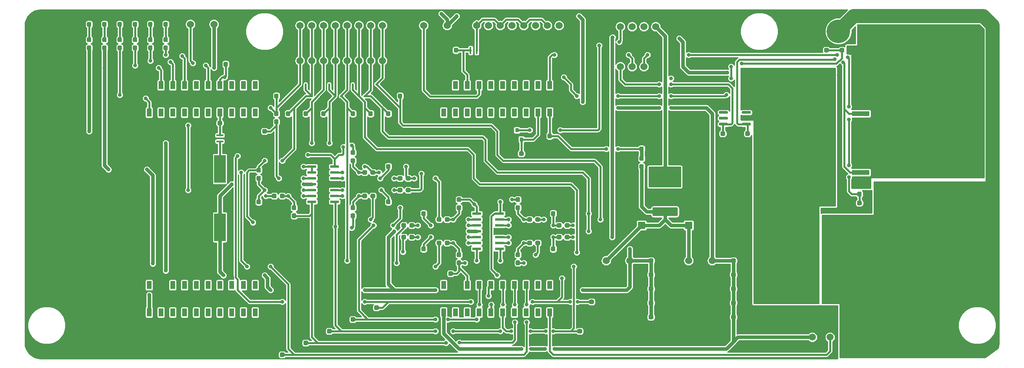
<source format=gbr>
%TF.GenerationSoftware,KiCad,Pcbnew,(5.1.6)-1*%
%TF.CreationDate,2020-11-27T16:54:08-06:00*%
%TF.ProjectId,BMS_2021_Rev1,424d535f-3230-4323-915f-526576312e6b,rev?*%
%TF.SameCoordinates,Original*%
%TF.FileFunction,Copper,L1,Top*%
%TF.FilePolarity,Positive*%
%FSLAX46Y46*%
G04 Gerber Fmt 4.6, Leading zero omitted, Abs format (unit mm)*
G04 Created by KiCad (PCBNEW (5.1.6)-1) date 2020-11-27 16:54:08*
%MOMM*%
%LPD*%
G01*
G04 APERTURE LIST*
%TA.AperFunction,SMDPad,CuDef*%
%ADD10R,0.990600X1.778000*%
%TD*%
%TA.AperFunction,SMDPad,CuDef*%
%ADD11R,0.254000X0.406400*%
%TD*%
%TA.AperFunction,SMDPad,CuDef*%
%ADD12R,8.200000X10.700000*%
%TD*%
%TA.AperFunction,SMDPad,CuDef*%
%ADD13R,3.800000X1.050000*%
%TD*%
%TA.AperFunction,ComponentPad*%
%ADD14C,1.600000*%
%TD*%
%TA.AperFunction,ComponentPad*%
%ADD15R,1.600000X1.600000*%
%TD*%
%TA.AperFunction,ComponentPad*%
%ADD16C,1.524000*%
%TD*%
%TA.AperFunction,SMDPad,CuDef*%
%ADD17R,0.800000X0.900000*%
%TD*%
%TA.AperFunction,SMDPad,CuDef*%
%ADD18R,0.450000X1.500000*%
%TD*%
%TA.AperFunction,ComponentPad*%
%ADD19C,18.288000*%
%TD*%
%TA.AperFunction,SMDPad,CuDef*%
%ADD20R,1.981200X0.558800*%
%TD*%
%TA.AperFunction,SMDPad,CuDef*%
%ADD21R,1.500000X0.450000*%
%TD*%
%TA.AperFunction,ComponentPad*%
%ADD22C,5.080000*%
%TD*%
%TA.AperFunction,SMDPad,CuDef*%
%ADD23R,2.500000X6.000000*%
%TD*%
%TA.AperFunction,ComponentPad*%
%ADD24C,1.501140*%
%TD*%
%TA.AperFunction,ComponentPad*%
%ADD25O,9.144000X5.588000*%
%TD*%
%TA.AperFunction,ViaPad*%
%ADD26C,0.800000*%
%TD*%
%TA.AperFunction,Conductor*%
%ADD27C,0.381000*%
%TD*%
%TA.AperFunction,Conductor*%
%ADD28C,0.762000*%
%TD*%
%TA.AperFunction,Conductor*%
%ADD29C,3.048000*%
%TD*%
%TA.AperFunction,Conductor*%
%ADD30C,0.254000*%
%TD*%
G04 APERTURE END LIST*
D10*
%TO.P,U1,PP2*%
%TO.N,Net-(U1-PadPP2)*%
X85598000Y-42113200D03*
%TO.P,U1,PN3*%
%TO.N,Net-(U1-PadPN3)*%
X83058000Y-42113200D03*
%TO.P,U1,PN2*%
%TO.N,Net-(U1-PadPN2)*%
X80518000Y-42113200D03*
%TO.P,U1,PD0*%
%TO.N,/V_out_sense*%
X77978000Y-42113200D03*
%TO.P,U1,PD1*%
%TO.N,/temp_sense(A)*%
X75438000Y-42113200D03*
%TO.P,U1,Rese*%
%TO.N,Net-(U1-PadRese)*%
X72898000Y-42113200D03*
%TO.P,U1,PH3*%
%TO.N,/FANS_IND*%
X70358000Y-42113200D03*
%TO.P,U1,PH2*%
%TO.N,/V_out_ind*%
X67818000Y-42113200D03*
%TO.P,U1,PM3*%
%TO.N,/sw_err*%
X65278000Y-42113200D03*
%TO.P,U1,GND*%
%TO.N,GND*%
X62738000Y-42113200D03*
%TO.P,U1,PL3*%
%TO.N,Net-(U1-PadPL3)*%
X85598000Y-48006000D03*
%TO.P,U1,PL2*%
%TO.N,Net-(U1-PadPL2)*%
X83058000Y-48006000D03*
%TO.P,U1,PL1*%
%TO.N,Net-(U1-PadPL1)*%
X80518000Y-48006000D03*
%TO.P,U1,PL0*%
%TO.N,/buzzer_control*%
X77978000Y-48006000D03*
%TO.P,U1,PL5*%
%TO.N,Net-(U1-PadPL5)*%
X75438000Y-48006000D03*
%TO.P,U1,PL4*%
%TO.N,Net-(U1-PadPL4)*%
X72898000Y-48006000D03*
%TO.P,U1,PG0*%
%TO.N,Net-(U1-PadPG0)*%
X70358000Y-48006000D03*
%TO.P,U1,PF3*%
%TO.N,Net-(U1-PadPF3)*%
X67818000Y-48006000D03*
%TO.P,U1,PF2*%
%TO.N,Net-(U1-PadPF2)*%
X65278000Y-48006000D03*
%TO.P,U1,PF1*%
%TO.N,/sw_ind*%
X62738000Y-48006000D03*
%TO.P,U1,PB3*%
%TO.N,Net-(U1-PadPB3)*%
X85598000Y-91186000D03*
%TO.P,U1,PB2*%
%TO.N,Net-(U1-PadPB2)*%
X83058000Y-91186000D03*
%TO.P,U1,PC7*%
%TO.N,Net-(U1-PadPC7)*%
X80518000Y-91186000D03*
%TO.P,U1,PD3*%
%TO.N,Net-(U1-PadPD3)*%
X77978000Y-91186000D03*
%TO.P,U1,PE5*%
%TO.N,Net-(U1-PadPE5)*%
X75438000Y-91186000D03*
%TO.P,U1,PC6*%
%TO.N,Net-(U1-PadPC6)*%
X72898000Y-91186000D03*
%TO.P,U1,PC5*%
%TO.N,Net-(U1-PadPC5)*%
X70358000Y-91186000D03*
%TO.P,U1,PC4*%
%TO.N,Net-(U1-PadPC4)*%
X67818000Y-91186000D03*
%TO.P,U1,PE4*%
%TO.N,Net-(U1-PadPE4)*%
X65278000Y-91186000D03*
%TO.P,U1,+3V3*%
%TO.N,+3V3*%
X62738000Y-91186000D03*
%TO.P,U1,PM5*%
%TO.N,Net-(U1-PadPM5)*%
X85598000Y-85293200D03*
%TO.P,U1,PM4*%
%TO.N,Net-(U1-PadPM4)*%
X83058000Y-85293200D03*
%TO.P,U1,PA6*%
%TO.N,Net-(U1-PadPA6)*%
X80518000Y-85293200D03*
%TO.P,U1,PD7*%
%TO.N,Net-(U1-PadPD7)*%
X77978000Y-85293200D03*
%TO.P,U1,PE3*%
%TO.N,Net-(U1-PadPE3)*%
X75438000Y-85293200D03*
%TO.P,U1,PE2*%
%TO.N,Net-(U1-PadPE2)*%
X72898000Y-85293200D03*
%TO.P,U1,PE1*%
%TO.N,Net-(U1-PadPE1)*%
X70358000Y-85293200D03*
%TO.P,U1,PE0*%
%TO.N,Net-(U1-PadPE0)*%
X67818000Y-85293200D03*
%TO.P,U1,GND*%
%TO.N,GND*%
X65278000Y-85293200D03*
%TO.P,U1,+5V*%
%TO.N,Net-(U1-Pad+5V)*%
X62738000Y-85293200D03*
%TO.P,U1,PP5*%
%TO.N,/fan_control*%
X131318000Y-42113200D03*
%TO.P,U1,PM7*%
%TO.N,Net-(U1-PadPM7)*%
X128778000Y-42113200D03*
%TO.P,U1,GND*%
%TO.N,GND*%
X126238000Y-42113200D03*
%TO.P,U1,PK7*%
%TO.N,/logic_power_sense*%
X149098000Y-48006000D03*
%TO.P,U1,PK6*%
%TO.N,/logic_switch*%
X146558000Y-48006000D03*
%TO.P,U1,PH1*%
%TO.N,Net-(U1-PadPH1)*%
X144018000Y-48006000D03*
%TO.P,U1,PH0*%
%TO.N,Net-(U1-PadPH0)*%
X141478000Y-48006000D03*
%TO.P,U1,PM2*%
%TO.N,Net-(U1-PadPM2)*%
X138938000Y-48006000D03*
%TO.P,U1,PM1*%
%TO.N,Net-(U1-PadPM1)*%
X136398000Y-48006000D03*
%TO.P,U1,PM0*%
%TO.N,Net-(U1-PadPM0)*%
X133858000Y-48006000D03*
%TO.P,U1,PK5*%
%TO.N,Net-(U1-PadPK5)*%
X131318000Y-48006000D03*
%TO.P,U1,PK4*%
%TO.N,Net-(U1-PadPK4)*%
X128778000Y-48006000D03*
%TO.P,U1,PG1*%
%TO.N,Net-(U1-PadPG1)*%
X126238000Y-48006000D03*
%TO.P,U1,PN4*%
%TO.N,/pack_i_sense*%
X149098000Y-91186000D03*
%TO.P,U1,PP4*%
%TO.N,Net-(U1-PadPP4)*%
X144018000Y-91186000D03*
%TO.P,U1,PD5*%
%TO.N,/cell_7_sense*%
X138938000Y-91186000D03*
%TO.P,U1,PD4*%
%TO.N,/cell_8_sense*%
X136398000Y-91186000D03*
%TO.P,U1,PP1*%
%TO.N,Net-(U1-PadPP1)*%
X133858000Y-91186000D03*
%TO.P,U1,PP0*%
%TO.N,Net-(U1-PadPP0)*%
X131318000Y-91186000D03*
%TO.P,U1,PD2*%
%TO.N,Net-(U1-PadPD2)*%
X128778000Y-91186000D03*
%TO.P,U1,PA5*%
%TO.N,Net-(U1-PadPA5)*%
X149098000Y-85293200D03*
%TO.P,U1,PK3*%
%TO.N,/cell_1_sense*%
X144018000Y-85293200D03*
%TO.P,U1,PB5*%
%TO.N,/cell_5_sense*%
X133858000Y-85293200D03*
%TO.P,U1,PB4*%
%TO.N,/cell_6_sense*%
X131318000Y-85293200D03*
%TO.P,U1,GND*%
%TO.N,GND*%
X128778000Y-85293200D03*
%TO.P,U1,+5V'*%
%TO.N,Net-(U1-Pad+5V')*%
X126238000Y-85293200D03*
%TO.P,U1,PK1*%
%TO.N,/cell_3_sense*%
X138938000Y-85293200D03*
%TO.P,U1,PK2*%
%TO.N,/cell_2_sense*%
X141478000Y-85293200D03*
%TO.P,U1,PN5*%
%TO.N,Net-(U1-PadPN5)*%
X146558000Y-91186000D03*
%TO.P,U1,PA7*%
%TO.N,/LCD_TX*%
X133858000Y-42113200D03*
%TO.P,U1,Rese'*%
%TO.N,Net-(U1-PadRese')*%
X136398000Y-42113200D03*
%TO.P,U1,PA4*%
%TO.N,Net-(U1-PadPA4)*%
X146558000Y-85293200D03*
%TO.P,U1,PQ0*%
%TO.N,Net-(U1-PadPQ0)*%
X141478000Y-91186000D03*
%TO.P,U1,PP3*%
%TO.N,Net-(U1-PadPP3)*%
X144018000Y-42113200D03*
%TO.P,U1,PQ3*%
%TO.N,Net-(U1-PadPQ3)*%
X141478000Y-42113200D03*
%TO.P,U1,PK0*%
%TO.N,/cell_4_sense*%
X136398000Y-85293200D03*
%TO.P,U1,PQ2*%
%TO.N,Net-(U1-PadPQ2)*%
X138938000Y-42113200D03*
%TO.P,U1,PQ1*%
%TO.N,Net-(U1-PadPQ1)*%
X146558000Y-42113200D03*
%TO.P,U1,PM6*%
%TO.N,/pack_gate*%
X149098000Y-42113200D03*
%TO.P,U1,+3V3'*%
%TO.N,+3V3*%
X126238000Y-91186000D03*
%TD*%
D11*
%TO.P,D4,1*%
%TO.N,/cell_2*%
X96443800Y-41910000D03*
%TO.P,D4,2*%
%TO.N,/cell_1*%
X95250000Y-41910000D03*
%TD*%
%TO.P,R20,1*%
%TO.N,Net-(R20-Pad1)*%
%TA.AperFunction,SMDPad,CuDef*%
G36*
G01*
X144255000Y-71357500D02*
X144255000Y-70882500D01*
G75*
G02*
X144492500Y-70645000I237500J0D01*
G01*
X145067500Y-70645000D01*
G75*
G02*
X145305000Y-70882500I0J-237500D01*
G01*
X145305000Y-71357500D01*
G75*
G02*
X145067500Y-71595000I-237500J0D01*
G01*
X144492500Y-71595000D01*
G75*
G02*
X144255000Y-71357500I0J237500D01*
G01*
G37*
%TD.AperFunction*%
%TO.P,R20,2*%
%TO.N,/cell_7*%
%TA.AperFunction,SMDPad,CuDef*%
G36*
G01*
X146005000Y-71357500D02*
X146005000Y-70882500D01*
G75*
G02*
X146242500Y-70645000I237500J0D01*
G01*
X146817500Y-70645000D01*
G75*
G02*
X147055000Y-70882500I0J-237500D01*
G01*
X147055000Y-71357500D01*
G75*
G02*
X146817500Y-71595000I-237500J0D01*
G01*
X146242500Y-71595000D01*
G75*
G02*
X146005000Y-71357500I0J237500D01*
G01*
G37*
%TD.AperFunction*%
%TD*%
%TO.P,D11,2*%
%TO.N,/cell_7*%
X110490000Y-41910000D03*
%TO.P,D11,1*%
%TO.N,/cell_8*%
X111683800Y-41910000D03*
%TD*%
%TO.P,D12,1*%
%TO.N,/cell_7*%
X109143800Y-44450000D03*
%TO.P,D12,2*%
%TO.N,/cell_6*%
X107950000Y-44450000D03*
%TD*%
D12*
%TO.P,Q3,4*%
%TO.N,/PV*%
X205604000Y-44450000D03*
D13*
%TO.P,Q3,7*%
%TO.N,/ESTOP/V_out*%
X216204000Y-40640000D03*
%TO.P,Q3,6*%
X216204000Y-41910000D03*
%TO.P,Q3,5*%
X216204000Y-43180000D03*
%TO.P,Q3,3*%
X216204000Y-45720000D03*
%TO.P,Q3,2*%
X216204000Y-46990000D03*
%TO.P,Q3,1*%
%TO.N,E_STOP_GATE*%
X216204000Y-48260000D03*
%TD*%
D14*
%TO.P,C11,2*%
%TO.N,GND*%
X191810000Y-58420000D03*
D15*
%TO.P,C11,1*%
%TO.N,/PV*%
X194310000Y-58420000D03*
%TD*%
D16*
%TO.P,Conn5,1*%
%TO.N,Net-(Conn5-Pad1)*%
X164338000Y-38100000D03*
%TO.P,Conn5,2*%
%TO.N,/pack_gate*%
X166878000Y-38100000D03*
%TO.P,Conn5,3*%
%TO.N,Net-(Conn5-Pad3)*%
X169418000Y-38100000D03*
%TO.P,Conn5,4*%
%TO.N,GND*%
X171958000Y-38100000D03*
X171958000Y-38100000D03*
%TD*%
%TO.P,Conn1,9*%
%TO.N,GND*%
X115570000Y-36830000D03*
%TO.P,Conn1,8*%
%TO.N,/cell_8*%
X113030000Y-36830000D03*
%TO.P,Conn1,7*%
%TO.N,/cell_7*%
X110490000Y-36830000D03*
%TO.P,Conn1,6*%
%TO.N,/cell_6*%
X107950000Y-36830000D03*
%TO.P,Conn1,5*%
%TO.N,cell_5_extension*%
X105410000Y-36830000D03*
%TO.P,Conn1,4*%
%TO.N,/cell_4*%
X102870000Y-36830000D03*
%TO.P,Conn1,3*%
%TO.N,/cell_3*%
X100330000Y-36830000D03*
%TO.P,Conn1,2*%
%TO.N,/cell_2*%
X97790000Y-36830000D03*
%TO.P,Conn1,1*%
%TO.N,/cell_1*%
X95250000Y-36830000D03*
%TD*%
D12*
%TO.P,Q2,4*%
%TO.N,/PV*%
X205604000Y-57150000D03*
D13*
%TO.P,Q2,7*%
%TO.N,/ESTOP/V_out*%
X216204000Y-53340000D03*
%TO.P,Q2,6*%
X216204000Y-54610000D03*
%TO.P,Q2,5*%
X216204000Y-55880000D03*
%TO.P,Q2,3*%
X216204000Y-58420000D03*
%TO.P,Q2,2*%
X216204000Y-59690000D03*
%TO.P,Q2,1*%
%TO.N,E_STOP_GATE*%
X216204000Y-60960000D03*
%TD*%
D17*
%TO.P,Q4,3*%
%TO.N,Net-(Q4-Pad3)*%
X142052000Y-51848000D03*
%TO.P,Q4,2*%
%TO.N,/logic_switch*%
X143002000Y-53848000D03*
%TO.P,Q4,1*%
%TO.N,GND*%
X141102000Y-53848000D03*
%TD*%
D18*
%TO.P,Q1,3*%
%TO.N,GND*%
X132700000Y-37267500D03*
%TO.P,Q1,2*%
%TO.N,/fan_control*%
X132050000Y-34607500D03*
%TO.P,Q1,1*%
%TO.N,Net-(Conn4-Pad1)*%
X133350000Y-34607500D03*
%TD*%
D16*
%TO.P,Conn4,8*%
%TO.N,+5V*%
X151130000Y-29210000D03*
%TO.P,Conn4,7*%
%TO.N,Net-(Conn4-Pad1)*%
X148590000Y-29210000D03*
%TO.P,Conn4,6*%
%TO.N,+5V*%
X146050000Y-29210000D03*
%TO.P,Conn4,5*%
%TO.N,Net-(Conn4-Pad1)*%
X143510000Y-29210000D03*
%TO.P,Conn4,4*%
%TO.N,+5V*%
X140970000Y-29210000D03*
%TO.P,Conn4,3*%
%TO.N,Net-(Conn4-Pad1)*%
X138430000Y-29210000D03*
%TO.P,Conn4,2*%
%TO.N,+5V*%
X135890000Y-29210000D03*
%TO.P,Conn4,1*%
%TO.N,Net-(Conn4-Pad1)*%
X133350000Y-29210000D03*
%TD*%
D19*
%TO.P,V3,1*%
%TO.N,/ESTOP/V_out*%
X228600000Y-38100000D03*
%TD*%
%TO.P,V2,1*%
%TO.N,GND*%
X53340000Y-73025000D03*
%TD*%
%TO.P,V1,1*%
%TO.N,/V_in*%
X228600000Y-73025000D03*
%TD*%
%TO.P,U7,8*%
%TO.N,/PV*%
%TA.AperFunction,SMDPad,CuDef*%
G36*
G01*
X190541000Y-46886000D02*
X190541000Y-46586000D01*
G75*
G02*
X190691000Y-46436000I150000J0D01*
G01*
X192341000Y-46436000D01*
G75*
G02*
X192491000Y-46586000I0J-150000D01*
G01*
X192491000Y-46886000D01*
G75*
G02*
X192341000Y-47036000I-150000J0D01*
G01*
X190691000Y-47036000D01*
G75*
G02*
X190541000Y-46886000I0J150000D01*
G01*
G37*
%TD.AperFunction*%
%TO.P,U7,7*%
%TO.N,N/C*%
%TA.AperFunction,SMDPad,CuDef*%
G36*
G01*
X190541000Y-48156000D02*
X190541000Y-47856000D01*
G75*
G02*
X190691000Y-47706000I150000J0D01*
G01*
X192341000Y-47706000D01*
G75*
G02*
X192491000Y-47856000I0J-150000D01*
G01*
X192491000Y-48156000D01*
G75*
G02*
X192341000Y-48306000I-150000J0D01*
G01*
X190691000Y-48306000D01*
G75*
G02*
X190541000Y-48156000I0J150000D01*
G01*
G37*
%TD.AperFunction*%
%TO.P,U7,6*%
%TO.N,/PV*%
%TA.AperFunction,SMDPad,CuDef*%
G36*
G01*
X190541000Y-49426000D02*
X190541000Y-49126000D01*
G75*
G02*
X190691000Y-48976000I150000J0D01*
G01*
X192341000Y-48976000D01*
G75*
G02*
X192491000Y-49126000I0J-150000D01*
G01*
X192491000Y-49426000D01*
G75*
G02*
X192341000Y-49576000I-150000J0D01*
G01*
X190691000Y-49576000D01*
G75*
G02*
X190541000Y-49426000I0J150000D01*
G01*
G37*
%TD.AperFunction*%
%TO.P,U7,5*%
%TO.N,E_STOP_GATE*%
%TA.AperFunction,SMDPad,CuDef*%
G36*
G01*
X190541000Y-50696000D02*
X190541000Y-50396000D01*
G75*
G02*
X190691000Y-50246000I150000J0D01*
G01*
X192341000Y-50246000D01*
G75*
G02*
X192491000Y-50396000I0J-150000D01*
G01*
X192491000Y-50696000D01*
G75*
G02*
X192341000Y-50846000I-150000J0D01*
G01*
X190691000Y-50846000D01*
G75*
G02*
X190541000Y-50696000I0J150000D01*
G01*
G37*
%TD.AperFunction*%
%TO.P,U7,4*%
%TO.N,Net-(Conn5-Pad1)*%
%TA.AperFunction,SMDPad,CuDef*%
G36*
G01*
X185591000Y-50696000D02*
X185591000Y-50396000D01*
G75*
G02*
X185741000Y-50246000I150000J0D01*
G01*
X187391000Y-50246000D01*
G75*
G02*
X187541000Y-50396000I0J-150000D01*
G01*
X187541000Y-50696000D01*
G75*
G02*
X187391000Y-50846000I-150000J0D01*
G01*
X185741000Y-50846000D01*
G75*
G02*
X185591000Y-50696000I0J150000D01*
G01*
G37*
%TD.AperFunction*%
%TO.P,U7,3*%
%TO.N,Net-(U7-Pad3)*%
%TA.AperFunction,SMDPad,CuDef*%
G36*
G01*
X185591000Y-49426000D02*
X185591000Y-49126000D01*
G75*
G02*
X185741000Y-48976000I150000J0D01*
G01*
X187391000Y-48976000D01*
G75*
G02*
X187541000Y-49126000I0J-150000D01*
G01*
X187541000Y-49426000D01*
G75*
G02*
X187391000Y-49576000I-150000J0D01*
G01*
X185741000Y-49576000D01*
G75*
G02*
X185591000Y-49426000I0J150000D01*
G01*
G37*
%TD.AperFunction*%
%TO.P,U7,2*%
%TO.N,Net-(U7-Pad2)*%
%TA.AperFunction,SMDPad,CuDef*%
G36*
G01*
X185591000Y-48156000D02*
X185591000Y-47856000D01*
G75*
G02*
X185741000Y-47706000I150000J0D01*
G01*
X187391000Y-47706000D01*
G75*
G02*
X187541000Y-47856000I0J-150000D01*
G01*
X187541000Y-48156000D01*
G75*
G02*
X187391000Y-48306000I-150000J0D01*
G01*
X185741000Y-48306000D01*
G75*
G02*
X185591000Y-48156000I0J150000D01*
G01*
G37*
%TD.AperFunction*%
%TO.P,U7,1*%
%TO.N,GND*%
%TA.AperFunction,SMDPad,CuDef*%
G36*
G01*
X185591000Y-46886000D02*
X185591000Y-46586000D01*
G75*
G02*
X185741000Y-46436000I150000J0D01*
G01*
X187391000Y-46436000D01*
G75*
G02*
X187541000Y-46586000I0J-150000D01*
G01*
X187541000Y-46886000D01*
G75*
G02*
X187391000Y-47036000I-150000J0D01*
G01*
X185741000Y-47036000D01*
G75*
G02*
X185591000Y-46886000I0J150000D01*
G01*
G37*
%TD.AperFunction*%
%TD*%
D20*
%TO.P,U4,14*%
%TO.N,/cell_8_sense*%
X138277600Y-69850000D03*
%TO.P,U4,13*%
%TO.N,Net-(R20-Pad1)*%
X138277600Y-71120000D03*
%TO.P,U4,12*%
%TO.N,Net-(R19-Pad1)*%
X138277600Y-72390000D03*
%TO.P,U4,11*%
%TO.N,GND*%
X138277600Y-73660000D03*
%TO.P,U4,10*%
%TO.N,Net-(R21-Pad1)*%
X138277600Y-74930000D03*
%TO.P,U4,9*%
%TO.N,Net-(R22-Pad1)*%
X138277600Y-76200000D03*
%TO.P,U4,8*%
%TO.N,/cell_7_sense*%
X138277600Y-77470000D03*
%TO.P,U4,7*%
%TO.N,/cell_6_sense*%
X133350000Y-77470000D03*
%TO.P,U4,6*%
%TO.N,Net-(R24-Pad1)*%
X133350000Y-76200000D03*
%TO.P,U4,5*%
%TO.N,Net-(R23-Pad1)*%
X133350000Y-74930000D03*
%TO.P,U4,4*%
%TO.N,+5V*%
X133350000Y-73660000D03*
%TO.P,U4,3*%
%TO.N,Net-(R1-Pad1)*%
X133350000Y-72390000D03*
%TO.P,U4,2*%
%TO.N,Net-(R15-Pad2)*%
X133350000Y-71120000D03*
%TO.P,U4,1*%
%TO.N,/cell_5_sense*%
X133350000Y-69850000D03*
%TD*%
%TO.P,U3,1*%
%TO.N,/cell_1_sense*%
X97790000Y-59690000D03*
%TO.P,U3,2*%
X97790000Y-60960000D03*
%TO.P,U3,3*%
%TO.N,Net-(R10-Pad1)*%
X97790000Y-62230000D03*
%TO.P,U3,4*%
%TO.N,+5V*%
X97790000Y-63500000D03*
%TO.P,U3,5*%
%TO.N,Net-(R14-Pad2)*%
X97790000Y-64770000D03*
%TO.P,U3,6*%
%TO.N,Net-(R18-Pad2)*%
X97790000Y-66040000D03*
%TO.P,U3,7*%
%TO.N,/cell_2_sense*%
X97790000Y-67310000D03*
%TO.P,U3,8*%
%TO.N,/cell_3_sense*%
X102717600Y-67310000D03*
%TO.P,U3,9*%
%TO.N,Net-(R17-Pad2)*%
X102717600Y-66040000D03*
%TO.P,U3,10*%
%TO.N,Net-(R13-Pad2)*%
X102717600Y-64770000D03*
%TO.P,U3,11*%
%TO.N,GND*%
X102717600Y-63500000D03*
%TO.P,U3,12*%
%TO.N,Net-(R12-Pad2)*%
X102717600Y-62230000D03*
%TO.P,U3,13*%
%TO.N,Net-(R16-Pad2)*%
X102717600Y-60960000D03*
%TO.P,U3,14*%
%TO.N,/cell_4_sense*%
X102717600Y-59690000D03*
%TD*%
D16*
%TO.P,SW1,4*%
%TO.N,Net-(F1-Pad2)*%
X171958000Y-29464000D03*
X171958000Y-29464000D03*
%TO.P,SW1,3*%
%TO.N,/PV*%
X169418000Y-29464000D03*
%TO.P,SW1,2*%
%TO.N,+5V*%
X166878000Y-29464000D03*
%TO.P,SW1,1*%
%TO.N,Net-(Q4-Pad3)*%
X164338000Y-29464000D03*
%TD*%
%TO.P,R53,2*%
%TO.N,GND*%
%TA.AperFunction,SMDPad,CuDef*%
G36*
G01*
X66531500Y-27731000D02*
X66056500Y-27731000D01*
G75*
G02*
X65819000Y-27493500I0J237500D01*
G01*
X65819000Y-26918500D01*
G75*
G02*
X66056500Y-26681000I237500J0D01*
G01*
X66531500Y-26681000D01*
G75*
G02*
X66769000Y-26918500I0J-237500D01*
G01*
X66769000Y-27493500D01*
G75*
G02*
X66531500Y-27731000I-237500J0D01*
G01*
G37*
%TD.AperFunction*%
%TO.P,R53,1*%
%TO.N,Net-(D26-Pad1)*%
%TA.AperFunction,SMDPad,CuDef*%
G36*
G01*
X66531500Y-29481000D02*
X66056500Y-29481000D01*
G75*
G02*
X65819000Y-29243500I0J237500D01*
G01*
X65819000Y-28668500D01*
G75*
G02*
X66056500Y-28431000I237500J0D01*
G01*
X66531500Y-28431000D01*
G75*
G02*
X66769000Y-28668500I0J-237500D01*
G01*
X66769000Y-29243500D01*
G75*
G02*
X66531500Y-29481000I-237500J0D01*
G01*
G37*
%TD.AperFunction*%
%TD*%
%TO.P,R52,2*%
%TO.N,GND*%
%TA.AperFunction,SMDPad,CuDef*%
G36*
G01*
X63229500Y-27731000D02*
X62754500Y-27731000D01*
G75*
G02*
X62517000Y-27493500I0J237500D01*
G01*
X62517000Y-26918500D01*
G75*
G02*
X62754500Y-26681000I237500J0D01*
G01*
X63229500Y-26681000D01*
G75*
G02*
X63467000Y-26918500I0J-237500D01*
G01*
X63467000Y-27493500D01*
G75*
G02*
X63229500Y-27731000I-237500J0D01*
G01*
G37*
%TD.AperFunction*%
%TO.P,R52,1*%
%TO.N,Net-(D25-Pad1)*%
%TA.AperFunction,SMDPad,CuDef*%
G36*
G01*
X63229500Y-29481000D02*
X62754500Y-29481000D01*
G75*
G02*
X62517000Y-29243500I0J237500D01*
G01*
X62517000Y-28668500D01*
G75*
G02*
X62754500Y-28431000I237500J0D01*
G01*
X63229500Y-28431000D01*
G75*
G02*
X63467000Y-28668500I0J-237500D01*
G01*
X63467000Y-29243500D01*
G75*
G02*
X63229500Y-29481000I-237500J0D01*
G01*
G37*
%TD.AperFunction*%
%TD*%
%TO.P,R51,2*%
%TO.N,GND*%
%TA.AperFunction,SMDPad,CuDef*%
G36*
G01*
X59927500Y-27731000D02*
X59452500Y-27731000D01*
G75*
G02*
X59215000Y-27493500I0J237500D01*
G01*
X59215000Y-26918500D01*
G75*
G02*
X59452500Y-26681000I237500J0D01*
G01*
X59927500Y-26681000D01*
G75*
G02*
X60165000Y-26918500I0J-237500D01*
G01*
X60165000Y-27493500D01*
G75*
G02*
X59927500Y-27731000I-237500J0D01*
G01*
G37*
%TD.AperFunction*%
%TO.P,R51,1*%
%TO.N,Net-(D24-Pad1)*%
%TA.AperFunction,SMDPad,CuDef*%
G36*
G01*
X59927500Y-29481000D02*
X59452500Y-29481000D01*
G75*
G02*
X59215000Y-29243500I0J237500D01*
G01*
X59215000Y-28668500D01*
G75*
G02*
X59452500Y-28431000I237500J0D01*
G01*
X59927500Y-28431000D01*
G75*
G02*
X60165000Y-28668500I0J-237500D01*
G01*
X60165000Y-29243500D01*
G75*
G02*
X59927500Y-29481000I-237500J0D01*
G01*
G37*
%TD.AperFunction*%
%TD*%
%TO.P,R50,2*%
%TO.N,GND*%
%TA.AperFunction,SMDPad,CuDef*%
G36*
G01*
X56625500Y-27731000D02*
X56150500Y-27731000D01*
G75*
G02*
X55913000Y-27493500I0J237500D01*
G01*
X55913000Y-26918500D01*
G75*
G02*
X56150500Y-26681000I237500J0D01*
G01*
X56625500Y-26681000D01*
G75*
G02*
X56863000Y-26918500I0J-237500D01*
G01*
X56863000Y-27493500D01*
G75*
G02*
X56625500Y-27731000I-237500J0D01*
G01*
G37*
%TD.AperFunction*%
%TO.P,R50,1*%
%TO.N,Net-(D23-Pad1)*%
%TA.AperFunction,SMDPad,CuDef*%
G36*
G01*
X56625500Y-29481000D02*
X56150500Y-29481000D01*
G75*
G02*
X55913000Y-29243500I0J237500D01*
G01*
X55913000Y-28668500D01*
G75*
G02*
X56150500Y-28431000I237500J0D01*
G01*
X56625500Y-28431000D01*
G75*
G02*
X56863000Y-28668500I0J-237500D01*
G01*
X56863000Y-29243500D01*
G75*
G02*
X56625500Y-29481000I-237500J0D01*
G01*
G37*
%TD.AperFunction*%
%TD*%
%TO.P,R49,2*%
%TO.N,GND*%
%TA.AperFunction,SMDPad,CuDef*%
G36*
G01*
X53323500Y-27731000D02*
X52848500Y-27731000D01*
G75*
G02*
X52611000Y-27493500I0J237500D01*
G01*
X52611000Y-26918500D01*
G75*
G02*
X52848500Y-26681000I237500J0D01*
G01*
X53323500Y-26681000D01*
G75*
G02*
X53561000Y-26918500I0J-237500D01*
G01*
X53561000Y-27493500D01*
G75*
G02*
X53323500Y-27731000I-237500J0D01*
G01*
G37*
%TD.AperFunction*%
%TO.P,R49,1*%
%TO.N,Net-(D22-Pad1)*%
%TA.AperFunction,SMDPad,CuDef*%
G36*
G01*
X53323500Y-29481000D02*
X52848500Y-29481000D01*
G75*
G02*
X52611000Y-29243500I0J237500D01*
G01*
X52611000Y-28668500D01*
G75*
G02*
X52848500Y-28431000I237500J0D01*
G01*
X53323500Y-28431000D01*
G75*
G02*
X53561000Y-28668500I0J-237500D01*
G01*
X53561000Y-29243500D01*
G75*
G02*
X53323500Y-29481000I-237500J0D01*
G01*
G37*
%TD.AperFunction*%
%TD*%
%TO.P,R48,1*%
%TO.N,Net-(D21-Pad1)*%
%TA.AperFunction,SMDPad,CuDef*%
G36*
G01*
X50021500Y-29481000D02*
X49546500Y-29481000D01*
G75*
G02*
X49309000Y-29243500I0J237500D01*
G01*
X49309000Y-28668500D01*
G75*
G02*
X49546500Y-28431000I237500J0D01*
G01*
X50021500Y-28431000D01*
G75*
G02*
X50259000Y-28668500I0J-237500D01*
G01*
X50259000Y-29243500D01*
G75*
G02*
X50021500Y-29481000I-237500J0D01*
G01*
G37*
%TD.AperFunction*%
%TO.P,R48,2*%
%TO.N,GND*%
%TA.AperFunction,SMDPad,CuDef*%
G36*
G01*
X50021500Y-27731000D02*
X49546500Y-27731000D01*
G75*
G02*
X49309000Y-27493500I0J237500D01*
G01*
X49309000Y-26918500D01*
G75*
G02*
X49546500Y-26681000I237500J0D01*
G01*
X50021500Y-26681000D01*
G75*
G02*
X50259000Y-26918500I0J-237500D01*
G01*
X50259000Y-27493500D01*
G75*
G02*
X50021500Y-27731000I-237500J0D01*
G01*
G37*
%TD.AperFunction*%
%TD*%
%TO.P,R47,2*%
%TO.N,GND*%
%TA.AperFunction,SMDPad,CuDef*%
G36*
G01*
X76753000Y-50054500D02*
X76753000Y-50529500D01*
G75*
G02*
X76515500Y-50767000I-237500J0D01*
G01*
X75940500Y-50767000D01*
G75*
G02*
X75703000Y-50529500I0J237500D01*
G01*
X75703000Y-50054500D01*
G75*
G02*
X75940500Y-49817000I237500J0D01*
G01*
X76515500Y-49817000D01*
G75*
G02*
X76753000Y-50054500I0J-237500D01*
G01*
G37*
%TD.AperFunction*%
%TO.P,R47,1*%
%TO.N,/buzzer_control*%
%TA.AperFunction,SMDPad,CuDef*%
G36*
G01*
X78503000Y-50054500D02*
X78503000Y-50529500D01*
G75*
G02*
X78265500Y-50767000I-237500J0D01*
G01*
X77690500Y-50767000D01*
G75*
G02*
X77453000Y-50529500I0J237500D01*
G01*
X77453000Y-50054500D01*
G75*
G02*
X77690500Y-49817000I237500J0D01*
G01*
X78265500Y-49817000D01*
G75*
G02*
X78503000Y-50054500I0J-237500D01*
G01*
G37*
%TD.AperFunction*%
%TD*%
%TO.P,R46,2*%
%TO.N,GND*%
%TA.AperFunction,SMDPad,CuDef*%
G36*
G01*
X169147500Y-54655000D02*
X168672500Y-54655000D01*
G75*
G02*
X168435000Y-54417500I0J237500D01*
G01*
X168435000Y-53842500D01*
G75*
G02*
X168672500Y-53605000I237500J0D01*
G01*
X169147500Y-53605000D01*
G75*
G02*
X169385000Y-53842500I0J-237500D01*
G01*
X169385000Y-54417500D01*
G75*
G02*
X169147500Y-54655000I-237500J0D01*
G01*
G37*
%TD.AperFunction*%
%TO.P,R46,1*%
%TO.N,/logic_power_sense*%
%TA.AperFunction,SMDPad,CuDef*%
G36*
G01*
X169147500Y-56405000D02*
X168672500Y-56405000D01*
G75*
G02*
X168435000Y-56167500I0J237500D01*
G01*
X168435000Y-55592500D01*
G75*
G02*
X168672500Y-55355000I237500J0D01*
G01*
X169147500Y-55355000D01*
G75*
G02*
X169385000Y-55592500I0J-237500D01*
G01*
X169385000Y-56167500D01*
G75*
G02*
X169147500Y-56405000I-237500J0D01*
G01*
G37*
%TD.AperFunction*%
%TD*%
%TO.P,R45,2*%
%TO.N,/logic_power_sense*%
%TA.AperFunction,SMDPad,CuDef*%
G36*
G01*
X169147500Y-58465000D02*
X168672500Y-58465000D01*
G75*
G02*
X168435000Y-58227500I0J237500D01*
G01*
X168435000Y-57652500D01*
G75*
G02*
X168672500Y-57415000I237500J0D01*
G01*
X169147500Y-57415000D01*
G75*
G02*
X169385000Y-57652500I0J-237500D01*
G01*
X169385000Y-58227500D01*
G75*
G02*
X169147500Y-58465000I-237500J0D01*
G01*
G37*
%TD.AperFunction*%
%TO.P,R45,1*%
%TO.N,/logic_power*%
%TA.AperFunction,SMDPad,CuDef*%
G36*
G01*
X169147500Y-60215000D02*
X168672500Y-60215000D01*
G75*
G02*
X168435000Y-59977500I0J237500D01*
G01*
X168435000Y-59402500D01*
G75*
G02*
X168672500Y-59165000I237500J0D01*
G01*
X169147500Y-59165000D01*
G75*
G02*
X169385000Y-59402500I0J-237500D01*
G01*
X169385000Y-59977500D01*
G75*
G02*
X169147500Y-60215000I-237500J0D01*
G01*
G37*
%TD.AperFunction*%
%TD*%
%TO.P,R44,2*%
%TO.N,/logic_switch*%
%TA.AperFunction,SMDPad,CuDef*%
G36*
G01*
X142477000Y-57133500D02*
X142477000Y-56658500D01*
G75*
G02*
X142714500Y-56421000I237500J0D01*
G01*
X143289500Y-56421000D01*
G75*
G02*
X143527000Y-56658500I0J-237500D01*
G01*
X143527000Y-57133500D01*
G75*
G02*
X143289500Y-57371000I-237500J0D01*
G01*
X142714500Y-57371000D01*
G75*
G02*
X142477000Y-57133500I0J237500D01*
G01*
G37*
%TD.AperFunction*%
%TO.P,R44,1*%
%TO.N,GND*%
%TA.AperFunction,SMDPad,CuDef*%
G36*
G01*
X140727000Y-57133500D02*
X140727000Y-56658500D01*
G75*
G02*
X140964500Y-56421000I237500J0D01*
G01*
X141539500Y-56421000D01*
G75*
G02*
X141777000Y-56658500I0J-237500D01*
G01*
X141777000Y-57133500D01*
G75*
G02*
X141539500Y-57371000I-237500J0D01*
G01*
X140964500Y-57371000D01*
G75*
G02*
X140727000Y-57133500I0J237500D01*
G01*
G37*
%TD.AperFunction*%
%TD*%
%TO.P,R41,1*%
%TO.N,/V_out_sense*%
%TA.AperFunction,SMDPad,CuDef*%
G36*
G01*
X209313000Y-34306500D02*
X209313000Y-34781500D01*
G75*
G02*
X209075500Y-35019000I-237500J0D01*
G01*
X208500500Y-35019000D01*
G75*
G02*
X208263000Y-34781500I0J237500D01*
G01*
X208263000Y-34306500D01*
G75*
G02*
X208500500Y-34069000I237500J0D01*
G01*
X209075500Y-34069000D01*
G75*
G02*
X209313000Y-34306500I0J-237500D01*
G01*
G37*
%TD.AperFunction*%
%TO.P,R41,2*%
%TO.N,GND*%
%TA.AperFunction,SMDPad,CuDef*%
G36*
G01*
X207563000Y-34306500D02*
X207563000Y-34781500D01*
G75*
G02*
X207325500Y-35019000I-237500J0D01*
G01*
X206750500Y-35019000D01*
G75*
G02*
X206513000Y-34781500I0J237500D01*
G01*
X206513000Y-34306500D01*
G75*
G02*
X206750500Y-34069000I237500J0D01*
G01*
X207325500Y-34069000D01*
G75*
G02*
X207563000Y-34306500I0J-237500D01*
G01*
G37*
%TD.AperFunction*%
%TD*%
%TO.P,R40,2*%
%TO.N,/V_out_sense*%
%TA.AperFunction,SMDPad,CuDef*%
G36*
G01*
X212643000Y-34306500D02*
X212643000Y-34781500D01*
G75*
G02*
X212405500Y-35019000I-237500J0D01*
G01*
X211830500Y-35019000D01*
G75*
G02*
X211593000Y-34781500I0J237500D01*
G01*
X211593000Y-34306500D01*
G75*
G02*
X211830500Y-34069000I237500J0D01*
G01*
X212405500Y-34069000D01*
G75*
G02*
X212643000Y-34306500I0J-237500D01*
G01*
G37*
%TD.AperFunction*%
%TO.P,R40,1*%
%TO.N,/ESTOP/V_out*%
%TA.AperFunction,SMDPad,CuDef*%
G36*
G01*
X214393000Y-34306500D02*
X214393000Y-34781500D01*
G75*
G02*
X214155500Y-35019000I-237500J0D01*
G01*
X213580500Y-35019000D01*
G75*
G02*
X213343000Y-34781500I0J237500D01*
G01*
X213343000Y-34306500D01*
G75*
G02*
X213580500Y-34069000I237500J0D01*
G01*
X214155500Y-34069000D01*
G75*
G02*
X214393000Y-34306500I0J-237500D01*
G01*
G37*
%TD.AperFunction*%
%TD*%
%TO.P,R39,2*%
%TO.N,GND*%
%TA.AperFunction,SMDPad,CuDef*%
G36*
G01*
X214675000Y-67326500D02*
X214675000Y-67801500D01*
G75*
G02*
X214437500Y-68039000I-237500J0D01*
G01*
X213862500Y-68039000D01*
G75*
G02*
X213625000Y-67801500I0J237500D01*
G01*
X213625000Y-67326500D01*
G75*
G02*
X213862500Y-67089000I237500J0D01*
G01*
X214437500Y-67089000D01*
G75*
G02*
X214675000Y-67326500I0J-237500D01*
G01*
G37*
%TD.AperFunction*%
%TO.P,R39,1*%
%TO.N,Net-(Conn5-Pad3)*%
%TA.AperFunction,SMDPad,CuDef*%
G36*
G01*
X216425000Y-67326500D02*
X216425000Y-67801500D01*
G75*
G02*
X216187500Y-68039000I-237500J0D01*
G01*
X215612500Y-68039000D01*
G75*
G02*
X215375000Y-67801500I0J237500D01*
G01*
X215375000Y-67326500D01*
G75*
G02*
X215612500Y-67089000I237500J0D01*
G01*
X216187500Y-67089000D01*
G75*
G02*
X216425000Y-67326500I0J-237500D01*
G01*
G37*
%TD.AperFunction*%
%TD*%
%TO.P,R38,1*%
%TO.N,/ESTOP/V_out*%
%TA.AperFunction,SMDPad,CuDef*%
G36*
G01*
X215662500Y-63370000D02*
X216137500Y-63370000D01*
G75*
G02*
X216375000Y-63607500I0J-237500D01*
G01*
X216375000Y-64182500D01*
G75*
G02*
X216137500Y-64420000I-237500J0D01*
G01*
X215662500Y-64420000D01*
G75*
G02*
X215425000Y-64182500I0J237500D01*
G01*
X215425000Y-63607500D01*
G75*
G02*
X215662500Y-63370000I237500J0D01*
G01*
G37*
%TD.AperFunction*%
%TO.P,R38,2*%
%TO.N,Net-(Conn5-Pad3)*%
%TA.AperFunction,SMDPad,CuDef*%
G36*
G01*
X215662500Y-65120000D02*
X216137500Y-65120000D01*
G75*
G02*
X216375000Y-65357500I0J-237500D01*
G01*
X216375000Y-65932500D01*
G75*
G02*
X216137500Y-66170000I-237500J0D01*
G01*
X215662500Y-66170000D01*
G75*
G02*
X215425000Y-65932500I0J237500D01*
G01*
X215425000Y-65357500D01*
G75*
G02*
X215662500Y-65120000I237500J0D01*
G01*
G37*
%TD.AperFunction*%
%TD*%
%TO.P,R37,2*%
%TO.N,GND*%
%TA.AperFunction,SMDPad,CuDef*%
G36*
G01*
X187661000Y-52815500D02*
X187661000Y-52340500D01*
G75*
G02*
X187898500Y-52103000I237500J0D01*
G01*
X188473500Y-52103000D01*
G75*
G02*
X188711000Y-52340500I0J-237500D01*
G01*
X188711000Y-52815500D01*
G75*
G02*
X188473500Y-53053000I-237500J0D01*
G01*
X187898500Y-53053000D01*
G75*
G02*
X187661000Y-52815500I0J237500D01*
G01*
G37*
%TD.AperFunction*%
%TO.P,R37,1*%
%TO.N,Net-(Conn5-Pad1)*%
%TA.AperFunction,SMDPad,CuDef*%
G36*
G01*
X185911000Y-52815500D02*
X185911000Y-52340500D01*
G75*
G02*
X186148500Y-52103000I237500J0D01*
G01*
X186723500Y-52103000D01*
G75*
G02*
X186961000Y-52340500I0J-237500D01*
G01*
X186961000Y-52815500D01*
G75*
G02*
X186723500Y-53053000I-237500J0D01*
G01*
X186148500Y-53053000D01*
G75*
G02*
X185911000Y-52815500I0J237500D01*
G01*
G37*
%TD.AperFunction*%
%TD*%
%TO.P,R36,2*%
%TO.N,GND*%
%TA.AperFunction,SMDPad,CuDef*%
G36*
G01*
X128667500Y-35769000D02*
X129142500Y-35769000D01*
G75*
G02*
X129380000Y-36006500I0J-237500D01*
G01*
X129380000Y-36581500D01*
G75*
G02*
X129142500Y-36819000I-237500J0D01*
G01*
X128667500Y-36819000D01*
G75*
G02*
X128430000Y-36581500I0J237500D01*
G01*
X128430000Y-36006500D01*
G75*
G02*
X128667500Y-35769000I237500J0D01*
G01*
G37*
%TD.AperFunction*%
%TO.P,R36,1*%
%TO.N,/fan_control*%
%TA.AperFunction,SMDPad,CuDef*%
G36*
G01*
X128667500Y-34019000D02*
X129142500Y-34019000D01*
G75*
G02*
X129380000Y-34256500I0J-237500D01*
G01*
X129380000Y-34831500D01*
G75*
G02*
X129142500Y-35069000I-237500J0D01*
G01*
X128667500Y-35069000D01*
G75*
G02*
X128430000Y-34831500I0J237500D01*
G01*
X128430000Y-34256500D01*
G75*
G02*
X128667500Y-34019000I237500J0D01*
G01*
G37*
%TD.AperFunction*%
%TD*%
D21*
%TO.P,Q5,3*%
%TO.N,GND*%
X75318000Y-53594000D03*
%TO.P,Q5,2*%
%TO.N,/buzzer_control*%
X77978000Y-52944000D03*
%TO.P,Q5,1*%
%TO.N,Net-(B1-Pad2)*%
X77978000Y-54244000D03*
%TD*%
%TO.P,F1,2*%
%TO.N,Net-(F1-Pad2)*%
%TA.AperFunction,SMDPad,CuDef*%
G36*
G01*
X176465001Y-63615000D02*
X171514999Y-63615000D01*
G75*
G02*
X171265000Y-63365001I0J249999D01*
G01*
X171265000Y-61939999D01*
G75*
G02*
X171514999Y-61690000I249999J0D01*
G01*
X176465001Y-61690000D01*
G75*
G02*
X176715000Y-61939999I0J-249999D01*
G01*
X176715000Y-63365001D01*
G75*
G02*
X176465001Y-63615000I-249999J0D01*
G01*
G37*
%TD.AperFunction*%
%TO.P,F1,1*%
%TO.N,/logic_power*%
%TA.AperFunction,SMDPad,CuDef*%
G36*
G01*
X176465001Y-70390000D02*
X171514999Y-70390000D01*
G75*
G02*
X171265000Y-70140001I0J249999D01*
G01*
X171265000Y-68714999D01*
G75*
G02*
X171514999Y-68465000I249999J0D01*
G01*
X176465001Y-68465000D01*
G75*
G02*
X176715000Y-68714999I0J-249999D01*
G01*
X176715000Y-70140001D01*
G75*
G02*
X176465001Y-70390000I-249999J0D01*
G01*
G37*
%TD.AperFunction*%
%TD*%
%TO.P,D26,2*%
%TO.N,/FANS_IND*%
%TA.AperFunction,SMDPad,CuDef*%
G36*
G01*
X66056500Y-33511000D02*
X66531500Y-33511000D01*
G75*
G02*
X66769000Y-33748500I0J-237500D01*
G01*
X66769000Y-34323500D01*
G75*
G02*
X66531500Y-34561000I-237500J0D01*
G01*
X66056500Y-34561000D01*
G75*
G02*
X65819000Y-34323500I0J237500D01*
G01*
X65819000Y-33748500D01*
G75*
G02*
X66056500Y-33511000I237500J0D01*
G01*
G37*
%TD.AperFunction*%
%TO.P,D26,1*%
%TO.N,Net-(D26-Pad1)*%
%TA.AperFunction,SMDPad,CuDef*%
G36*
G01*
X66056500Y-31761000D02*
X66531500Y-31761000D01*
G75*
G02*
X66769000Y-31998500I0J-237500D01*
G01*
X66769000Y-32573500D01*
G75*
G02*
X66531500Y-32811000I-237500J0D01*
G01*
X66056500Y-32811000D01*
G75*
G02*
X65819000Y-32573500I0J237500D01*
G01*
X65819000Y-31998500D01*
G75*
G02*
X66056500Y-31761000I237500J0D01*
G01*
G37*
%TD.AperFunction*%
%TD*%
%TO.P,D25,2*%
%TO.N,/V_out_ind*%
%TA.AperFunction,SMDPad,CuDef*%
G36*
G01*
X62754500Y-33511000D02*
X63229500Y-33511000D01*
G75*
G02*
X63467000Y-33748500I0J-237500D01*
G01*
X63467000Y-34323500D01*
G75*
G02*
X63229500Y-34561000I-237500J0D01*
G01*
X62754500Y-34561000D01*
G75*
G02*
X62517000Y-34323500I0J237500D01*
G01*
X62517000Y-33748500D01*
G75*
G02*
X62754500Y-33511000I237500J0D01*
G01*
G37*
%TD.AperFunction*%
%TO.P,D25,1*%
%TO.N,Net-(D25-Pad1)*%
%TA.AperFunction,SMDPad,CuDef*%
G36*
G01*
X62754500Y-31761000D02*
X63229500Y-31761000D01*
G75*
G02*
X63467000Y-31998500I0J-237500D01*
G01*
X63467000Y-32573500D01*
G75*
G02*
X63229500Y-32811000I-237500J0D01*
G01*
X62754500Y-32811000D01*
G75*
G02*
X62517000Y-32573500I0J237500D01*
G01*
X62517000Y-31998500D01*
G75*
G02*
X62754500Y-31761000I237500J0D01*
G01*
G37*
%TD.AperFunction*%
%TD*%
%TO.P,D24,2*%
%TO.N,/sw_err*%
%TA.AperFunction,SMDPad,CuDef*%
G36*
G01*
X59452500Y-33511000D02*
X59927500Y-33511000D01*
G75*
G02*
X60165000Y-33748500I0J-237500D01*
G01*
X60165000Y-34323500D01*
G75*
G02*
X59927500Y-34561000I-237500J0D01*
G01*
X59452500Y-34561000D01*
G75*
G02*
X59215000Y-34323500I0J237500D01*
G01*
X59215000Y-33748500D01*
G75*
G02*
X59452500Y-33511000I237500J0D01*
G01*
G37*
%TD.AperFunction*%
%TO.P,D24,1*%
%TO.N,Net-(D24-Pad1)*%
%TA.AperFunction,SMDPad,CuDef*%
G36*
G01*
X59452500Y-31761000D02*
X59927500Y-31761000D01*
G75*
G02*
X60165000Y-31998500I0J-237500D01*
G01*
X60165000Y-32573500D01*
G75*
G02*
X59927500Y-32811000I-237500J0D01*
G01*
X59452500Y-32811000D01*
G75*
G02*
X59215000Y-32573500I0J237500D01*
G01*
X59215000Y-31998500D01*
G75*
G02*
X59452500Y-31761000I237500J0D01*
G01*
G37*
%TD.AperFunction*%
%TD*%
%TO.P,D23,2*%
%TO.N,/sw_ind*%
%TA.AperFunction,SMDPad,CuDef*%
G36*
G01*
X56150500Y-33511000D02*
X56625500Y-33511000D01*
G75*
G02*
X56863000Y-33748500I0J-237500D01*
G01*
X56863000Y-34323500D01*
G75*
G02*
X56625500Y-34561000I-237500J0D01*
G01*
X56150500Y-34561000D01*
G75*
G02*
X55913000Y-34323500I0J237500D01*
G01*
X55913000Y-33748500D01*
G75*
G02*
X56150500Y-33511000I237500J0D01*
G01*
G37*
%TD.AperFunction*%
%TO.P,D23,1*%
%TO.N,Net-(D23-Pad1)*%
%TA.AperFunction,SMDPad,CuDef*%
G36*
G01*
X56150500Y-31761000D02*
X56625500Y-31761000D01*
G75*
G02*
X56863000Y-31998500I0J-237500D01*
G01*
X56863000Y-32573500D01*
G75*
G02*
X56625500Y-32811000I-237500J0D01*
G01*
X56150500Y-32811000D01*
G75*
G02*
X55913000Y-32573500I0J237500D01*
G01*
X55913000Y-31998500D01*
G75*
G02*
X56150500Y-31761000I237500J0D01*
G01*
G37*
%TD.AperFunction*%
%TD*%
%TO.P,D22,2*%
%TO.N,+3V3*%
%TA.AperFunction,SMDPad,CuDef*%
G36*
G01*
X52848500Y-33511000D02*
X53323500Y-33511000D01*
G75*
G02*
X53561000Y-33748500I0J-237500D01*
G01*
X53561000Y-34323500D01*
G75*
G02*
X53323500Y-34561000I-237500J0D01*
G01*
X52848500Y-34561000D01*
G75*
G02*
X52611000Y-34323500I0J237500D01*
G01*
X52611000Y-33748500D01*
G75*
G02*
X52848500Y-33511000I237500J0D01*
G01*
G37*
%TD.AperFunction*%
%TO.P,D22,1*%
%TO.N,Net-(D22-Pad1)*%
%TA.AperFunction,SMDPad,CuDef*%
G36*
G01*
X52848500Y-31761000D02*
X53323500Y-31761000D01*
G75*
G02*
X53561000Y-31998500I0J-237500D01*
G01*
X53561000Y-32573500D01*
G75*
G02*
X53323500Y-32811000I-237500J0D01*
G01*
X52848500Y-32811000D01*
G75*
G02*
X52611000Y-32573500I0J237500D01*
G01*
X52611000Y-31998500D01*
G75*
G02*
X52848500Y-31761000I237500J0D01*
G01*
G37*
%TD.AperFunction*%
%TD*%
%TO.P,D21,1*%
%TO.N,Net-(D21-Pad1)*%
%TA.AperFunction,SMDPad,CuDef*%
G36*
G01*
X49546500Y-31761000D02*
X50021500Y-31761000D01*
G75*
G02*
X50259000Y-31998500I0J-237500D01*
G01*
X50259000Y-32573500D01*
G75*
G02*
X50021500Y-32811000I-237500J0D01*
G01*
X49546500Y-32811000D01*
G75*
G02*
X49309000Y-32573500I0J237500D01*
G01*
X49309000Y-31998500D01*
G75*
G02*
X49546500Y-31761000I237500J0D01*
G01*
G37*
%TD.AperFunction*%
%TO.P,D21,2*%
%TO.N,+5V*%
%TA.AperFunction,SMDPad,CuDef*%
G36*
G01*
X49546500Y-33511000D02*
X50021500Y-33511000D01*
G75*
G02*
X50259000Y-33748500I0J-237500D01*
G01*
X50259000Y-34323500D01*
G75*
G02*
X50021500Y-34561000I-237500J0D01*
G01*
X49546500Y-34561000D01*
G75*
G02*
X49309000Y-34323500I0J237500D01*
G01*
X49309000Y-33748500D01*
G75*
G02*
X49546500Y-33511000I237500J0D01*
G01*
G37*
%TD.AperFunction*%
%TD*%
%TO.P,D20,2*%
%TO.N,GND*%
%TA.AperFunction,SMDPad,CuDef*%
G36*
G01*
X148860500Y-54311000D02*
X149335500Y-54311000D01*
G75*
G02*
X149573000Y-54548500I0J-237500D01*
G01*
X149573000Y-55123500D01*
G75*
G02*
X149335500Y-55361000I-237500J0D01*
G01*
X148860500Y-55361000D01*
G75*
G02*
X148623000Y-55123500I0J237500D01*
G01*
X148623000Y-54548500D01*
G75*
G02*
X148860500Y-54311000I237500J0D01*
G01*
G37*
%TD.AperFunction*%
%TO.P,D20,1*%
%TO.N,/logic_power_sense*%
%TA.AperFunction,SMDPad,CuDef*%
G36*
G01*
X148860500Y-52561000D02*
X149335500Y-52561000D01*
G75*
G02*
X149573000Y-52798500I0J-237500D01*
G01*
X149573000Y-53373500D01*
G75*
G02*
X149335500Y-53611000I-237500J0D01*
G01*
X148860500Y-53611000D01*
G75*
G02*
X148623000Y-53373500I0J237500D01*
G01*
X148623000Y-52798500D01*
G75*
G02*
X148860500Y-52561000I237500J0D01*
G01*
G37*
%TD.AperFunction*%
%TD*%
%TO.P,D18,1*%
%TO.N,/V_out_sense*%
%TA.AperFunction,SMDPad,CuDef*%
G36*
G01*
X79485500Y-38117000D02*
X79010500Y-38117000D01*
G75*
G02*
X78773000Y-37879500I0J237500D01*
G01*
X78773000Y-37304500D01*
G75*
G02*
X79010500Y-37067000I237500J0D01*
G01*
X79485500Y-37067000D01*
G75*
G02*
X79723000Y-37304500I0J-237500D01*
G01*
X79723000Y-37879500D01*
G75*
G02*
X79485500Y-38117000I-237500J0D01*
G01*
G37*
%TD.AperFunction*%
%TO.P,D18,2*%
%TO.N,GND*%
%TA.AperFunction,SMDPad,CuDef*%
G36*
G01*
X79485500Y-36367000D02*
X79010500Y-36367000D01*
G75*
G02*
X78773000Y-36129500I0J237500D01*
G01*
X78773000Y-35554500D01*
G75*
G02*
X79010500Y-35317000I237500J0D01*
G01*
X79485500Y-35317000D01*
G75*
G02*
X79723000Y-35554500I0J-237500D01*
G01*
X79723000Y-36129500D01*
G75*
G02*
X79485500Y-36367000I-237500J0D01*
G01*
G37*
%TD.AperFunction*%
%TD*%
%TO.P,D17,2*%
%TO.N,GND*%
%TA.AperFunction,SMDPad,CuDef*%
G36*
G01*
X190545000Y-52340500D02*
X190545000Y-52815500D01*
G75*
G02*
X190307500Y-53053000I-237500J0D01*
G01*
X189732500Y-53053000D01*
G75*
G02*
X189495000Y-52815500I0J237500D01*
G01*
X189495000Y-52340500D01*
G75*
G02*
X189732500Y-52103000I237500J0D01*
G01*
X190307500Y-52103000D01*
G75*
G02*
X190545000Y-52340500I0J-237500D01*
G01*
G37*
%TD.AperFunction*%
%TO.P,D17,1*%
%TO.N,E_STOP_GATE*%
%TA.AperFunction,SMDPad,CuDef*%
G36*
G01*
X192295000Y-52340500D02*
X192295000Y-52815500D01*
G75*
G02*
X192057500Y-53053000I-237500J0D01*
G01*
X191482500Y-53053000D01*
G75*
G02*
X191245000Y-52815500I0J237500D01*
G01*
X191245000Y-52340500D01*
G75*
G02*
X191482500Y-52103000I237500J0D01*
G01*
X192057500Y-52103000D01*
G75*
G02*
X192295000Y-52340500I0J-237500D01*
G01*
G37*
%TD.AperFunction*%
%TD*%
D16*
%TO.P,Conn3,3*%
%TO.N,+3V3*%
X76708000Y-28956000D03*
%TO.P,Conn3,2*%
%TO.N,GND*%
X74168000Y-28956000D03*
%TO.P,Conn3,1*%
%TO.N,/temp_sense(A)*%
X71628000Y-28956000D03*
%TD*%
D22*
%TO.P,Conn2,2*%
%TO.N,/V_in*%
X211367000Y-30454000D03*
%TO.P,Conn2,1*%
%TO.N,GND*%
X203467000Y-30454000D03*
%TD*%
D23*
%TO.P,B1,2*%
%TO.N,Net-(B1-Pad2)*%
X77978000Y-60198000D03*
%TO.P,B1,1*%
%TO.N,+5V*%
X77978000Y-72798000D03*
%TD*%
D16*
%TO.P,Conn6,1*%
%TO.N,/cell_1*%
X95250000Y-29210000D03*
%TO.P,Conn6,2*%
%TO.N,/cell_2*%
X97790000Y-29210000D03*
%TO.P,Conn6,3*%
%TO.N,/cell_3*%
X100330000Y-29210000D03*
%TO.P,Conn6,4*%
%TO.N,/cell_4*%
X102870000Y-29210000D03*
%TO.P,Conn6,5*%
%TO.N,cell_5_extension*%
X105410000Y-29210000D03*
%TO.P,Conn6,6*%
%TO.N,/cell_6*%
X107950000Y-29210000D03*
%TO.P,Conn6,7*%
%TO.N,/cell_7*%
X110490000Y-29210000D03*
%TO.P,Conn6,8*%
%TO.N,/cell_8*%
X113030000Y-29210000D03*
%TO.P,Conn6,9*%
%TO.N,GND*%
X115570000Y-29210000D03*
%TD*%
%TO.P,Conn7,1*%
%TO.N,/LCD_TX*%
X121920000Y-29210000D03*
%TO.P,Conn7,2*%
%TO.N,GND*%
X124460000Y-29210000D03*
%TO.P,Conn7,3*%
%TO.N,+3V3*%
X127000000Y-29210000D03*
%TD*%
D24*
%TO.P,U2,1*%
%TO.N,+3V3*%
X205734920Y-96553020D03*
%TO.P,U2,3*%
%TO.N,/pack_i_sense*%
X209555080Y-96553020D03*
%TO.P,U2,2*%
%TO.N,GND*%
X207645000Y-96553020D03*
D25*
%TO.P,U2,4*%
%TO.N,/V_in*%
X212725000Y-75057000D03*
%TO.P,U2,5*%
%TO.N,/PV*%
X202565000Y-75057000D03*
%TD*%
D15*
%TO.P,C9,1*%
%TO.N,/logic_power*%
X168910000Y-72390000D03*
D14*
%TO.P,C9,2*%
%TO.N,GND*%
X166410000Y-72390000D03*
%TD*%
%TO.P,C10,1*%
%TO.N,+5V*%
%TA.AperFunction,SMDPad,CuDef*%
G36*
G01*
X170417000Y-80247500D02*
X170417000Y-79772500D01*
G75*
G02*
X170654500Y-79535000I237500J0D01*
G01*
X171229500Y-79535000D01*
G75*
G02*
X171467000Y-79772500I0J-237500D01*
G01*
X171467000Y-80247500D01*
G75*
G02*
X171229500Y-80485000I-237500J0D01*
G01*
X170654500Y-80485000D01*
G75*
G02*
X170417000Y-80247500I0J237500D01*
G01*
G37*
%TD.AperFunction*%
%TO.P,C10,2*%
%TO.N,GND*%
%TA.AperFunction,SMDPad,CuDef*%
G36*
G01*
X172167000Y-80247500D02*
X172167000Y-79772500D01*
G75*
G02*
X172404500Y-79535000I237500J0D01*
G01*
X172979500Y-79535000D01*
G75*
G02*
X173217000Y-79772500I0J-237500D01*
G01*
X173217000Y-80247500D01*
G75*
G02*
X172979500Y-80485000I-237500J0D01*
G01*
X172404500Y-80485000D01*
G75*
G02*
X172167000Y-80247500I0J237500D01*
G01*
G37*
%TD.AperFunction*%
%TD*%
%TO.P,C12,2*%
%TO.N,GND*%
%TA.AperFunction,SMDPad,CuDef*%
G36*
G01*
X172167000Y-83295500D02*
X172167000Y-82820500D01*
G75*
G02*
X172404500Y-82583000I237500J0D01*
G01*
X172979500Y-82583000D01*
G75*
G02*
X173217000Y-82820500I0J-237500D01*
G01*
X173217000Y-83295500D01*
G75*
G02*
X172979500Y-83533000I-237500J0D01*
G01*
X172404500Y-83533000D01*
G75*
G02*
X172167000Y-83295500I0J237500D01*
G01*
G37*
%TD.AperFunction*%
%TO.P,C12,1*%
%TO.N,+5V*%
%TA.AperFunction,SMDPad,CuDef*%
G36*
G01*
X170417000Y-83295500D02*
X170417000Y-82820500D01*
G75*
G02*
X170654500Y-82583000I237500J0D01*
G01*
X171229500Y-82583000D01*
G75*
G02*
X171467000Y-82820500I0J-237500D01*
G01*
X171467000Y-83295500D01*
G75*
G02*
X171229500Y-83533000I-237500J0D01*
G01*
X170654500Y-83533000D01*
G75*
G02*
X170417000Y-83295500I0J237500D01*
G01*
G37*
%TD.AperFunction*%
%TD*%
%TO.P,C13,1*%
%TO.N,+5V*%
%TA.AperFunction,SMDPad,CuDef*%
G36*
G01*
X170417000Y-86343500D02*
X170417000Y-85868500D01*
G75*
G02*
X170654500Y-85631000I237500J0D01*
G01*
X171229500Y-85631000D01*
G75*
G02*
X171467000Y-85868500I0J-237500D01*
G01*
X171467000Y-86343500D01*
G75*
G02*
X171229500Y-86581000I-237500J0D01*
G01*
X170654500Y-86581000D01*
G75*
G02*
X170417000Y-86343500I0J237500D01*
G01*
G37*
%TD.AperFunction*%
%TO.P,C13,2*%
%TO.N,GND*%
%TA.AperFunction,SMDPad,CuDef*%
G36*
G01*
X172167000Y-86343500D02*
X172167000Y-85868500D01*
G75*
G02*
X172404500Y-85631000I237500J0D01*
G01*
X172979500Y-85631000D01*
G75*
G02*
X173217000Y-85868500I0J-237500D01*
G01*
X173217000Y-86343500D01*
G75*
G02*
X172979500Y-86581000I-237500J0D01*
G01*
X172404500Y-86581000D01*
G75*
G02*
X172167000Y-86343500I0J237500D01*
G01*
G37*
%TD.AperFunction*%
%TD*%
%TO.P,C14,2*%
%TO.N,GND*%
%TA.AperFunction,SMDPad,CuDef*%
G36*
G01*
X172167000Y-89391500D02*
X172167000Y-88916500D01*
G75*
G02*
X172404500Y-88679000I237500J0D01*
G01*
X172979500Y-88679000D01*
G75*
G02*
X173217000Y-88916500I0J-237500D01*
G01*
X173217000Y-89391500D01*
G75*
G02*
X172979500Y-89629000I-237500J0D01*
G01*
X172404500Y-89629000D01*
G75*
G02*
X172167000Y-89391500I0J237500D01*
G01*
G37*
%TD.AperFunction*%
%TO.P,C14,1*%
%TO.N,+5V*%
%TA.AperFunction,SMDPad,CuDef*%
G36*
G01*
X170417000Y-89391500D02*
X170417000Y-88916500D01*
G75*
G02*
X170654500Y-88679000I237500J0D01*
G01*
X171229500Y-88679000D01*
G75*
G02*
X171467000Y-88916500I0J-237500D01*
G01*
X171467000Y-89391500D01*
G75*
G02*
X171229500Y-89629000I-237500J0D01*
G01*
X170654500Y-89629000D01*
G75*
G02*
X170417000Y-89391500I0J237500D01*
G01*
G37*
%TD.AperFunction*%
%TD*%
%TO.P,C15,1*%
%TO.N,+5V*%
%TA.AperFunction,SMDPad,CuDef*%
G36*
G01*
X170417000Y-92439500D02*
X170417000Y-91964500D01*
G75*
G02*
X170654500Y-91727000I237500J0D01*
G01*
X171229500Y-91727000D01*
G75*
G02*
X171467000Y-91964500I0J-237500D01*
G01*
X171467000Y-92439500D01*
G75*
G02*
X171229500Y-92677000I-237500J0D01*
G01*
X170654500Y-92677000D01*
G75*
G02*
X170417000Y-92439500I0J237500D01*
G01*
G37*
%TD.AperFunction*%
%TO.P,C15,2*%
%TO.N,GND*%
%TA.AperFunction,SMDPad,CuDef*%
G36*
G01*
X172167000Y-92439500D02*
X172167000Y-91964500D01*
G75*
G02*
X172404500Y-91727000I237500J0D01*
G01*
X172979500Y-91727000D01*
G75*
G02*
X173217000Y-91964500I0J-237500D01*
G01*
X173217000Y-92439500D01*
G75*
G02*
X172979500Y-92677000I-237500J0D01*
G01*
X172404500Y-92677000D01*
G75*
G02*
X172167000Y-92439500I0J237500D01*
G01*
G37*
%TD.AperFunction*%
%TD*%
%TO.P,C16,2*%
%TO.N,GND*%
X181570000Y-72390000D03*
D15*
%TO.P,C16,1*%
%TO.N,/logic_power*%
X179070000Y-72390000D03*
%TD*%
%TO.P,C17,1*%
%TO.N,+3V3*%
%TA.AperFunction,SMDPad,CuDef*%
G36*
G01*
X188197000Y-80247500D02*
X188197000Y-79772500D01*
G75*
G02*
X188434500Y-79535000I237500J0D01*
G01*
X189009500Y-79535000D01*
G75*
G02*
X189247000Y-79772500I0J-237500D01*
G01*
X189247000Y-80247500D01*
G75*
G02*
X189009500Y-80485000I-237500J0D01*
G01*
X188434500Y-80485000D01*
G75*
G02*
X188197000Y-80247500I0J237500D01*
G01*
G37*
%TD.AperFunction*%
%TO.P,C17,2*%
%TO.N,GND*%
%TA.AperFunction,SMDPad,CuDef*%
G36*
G01*
X189947000Y-80247500D02*
X189947000Y-79772500D01*
G75*
G02*
X190184500Y-79535000I237500J0D01*
G01*
X190759500Y-79535000D01*
G75*
G02*
X190997000Y-79772500I0J-237500D01*
G01*
X190997000Y-80247500D01*
G75*
G02*
X190759500Y-80485000I-237500J0D01*
G01*
X190184500Y-80485000D01*
G75*
G02*
X189947000Y-80247500I0J237500D01*
G01*
G37*
%TD.AperFunction*%
%TD*%
%TO.P,C18,2*%
%TO.N,GND*%
%TA.AperFunction,SMDPad,CuDef*%
G36*
G01*
X189947000Y-83295500D02*
X189947000Y-82820500D01*
G75*
G02*
X190184500Y-82583000I237500J0D01*
G01*
X190759500Y-82583000D01*
G75*
G02*
X190997000Y-82820500I0J-237500D01*
G01*
X190997000Y-83295500D01*
G75*
G02*
X190759500Y-83533000I-237500J0D01*
G01*
X190184500Y-83533000D01*
G75*
G02*
X189947000Y-83295500I0J237500D01*
G01*
G37*
%TD.AperFunction*%
%TO.P,C18,1*%
%TO.N,+3V3*%
%TA.AperFunction,SMDPad,CuDef*%
G36*
G01*
X188197000Y-83295500D02*
X188197000Y-82820500D01*
G75*
G02*
X188434500Y-82583000I237500J0D01*
G01*
X189009500Y-82583000D01*
G75*
G02*
X189247000Y-82820500I0J-237500D01*
G01*
X189247000Y-83295500D01*
G75*
G02*
X189009500Y-83533000I-237500J0D01*
G01*
X188434500Y-83533000D01*
G75*
G02*
X188197000Y-83295500I0J237500D01*
G01*
G37*
%TD.AperFunction*%
%TD*%
%TO.P,C19,1*%
%TO.N,+3V3*%
%TA.AperFunction,SMDPad,CuDef*%
G36*
G01*
X188197000Y-86343500D02*
X188197000Y-85868500D01*
G75*
G02*
X188434500Y-85631000I237500J0D01*
G01*
X189009500Y-85631000D01*
G75*
G02*
X189247000Y-85868500I0J-237500D01*
G01*
X189247000Y-86343500D01*
G75*
G02*
X189009500Y-86581000I-237500J0D01*
G01*
X188434500Y-86581000D01*
G75*
G02*
X188197000Y-86343500I0J237500D01*
G01*
G37*
%TD.AperFunction*%
%TO.P,C19,2*%
%TO.N,GND*%
%TA.AperFunction,SMDPad,CuDef*%
G36*
G01*
X189947000Y-86343500D02*
X189947000Y-85868500D01*
G75*
G02*
X190184500Y-85631000I237500J0D01*
G01*
X190759500Y-85631000D01*
G75*
G02*
X190997000Y-85868500I0J-237500D01*
G01*
X190997000Y-86343500D01*
G75*
G02*
X190759500Y-86581000I-237500J0D01*
G01*
X190184500Y-86581000D01*
G75*
G02*
X189947000Y-86343500I0J237500D01*
G01*
G37*
%TD.AperFunction*%
%TD*%
%TO.P,C20,2*%
%TO.N,GND*%
%TA.AperFunction,SMDPad,CuDef*%
G36*
G01*
X189947000Y-89391500D02*
X189947000Y-88916500D01*
G75*
G02*
X190184500Y-88679000I237500J0D01*
G01*
X190759500Y-88679000D01*
G75*
G02*
X190997000Y-88916500I0J-237500D01*
G01*
X190997000Y-89391500D01*
G75*
G02*
X190759500Y-89629000I-237500J0D01*
G01*
X190184500Y-89629000D01*
G75*
G02*
X189947000Y-89391500I0J237500D01*
G01*
G37*
%TD.AperFunction*%
%TO.P,C20,1*%
%TO.N,+3V3*%
%TA.AperFunction,SMDPad,CuDef*%
G36*
G01*
X188197000Y-89391500D02*
X188197000Y-88916500D01*
G75*
G02*
X188434500Y-88679000I237500J0D01*
G01*
X189009500Y-88679000D01*
G75*
G02*
X189247000Y-88916500I0J-237500D01*
G01*
X189247000Y-89391500D01*
G75*
G02*
X189009500Y-89629000I-237500J0D01*
G01*
X188434500Y-89629000D01*
G75*
G02*
X188197000Y-89391500I0J237500D01*
G01*
G37*
%TD.AperFunction*%
%TD*%
%TO.P,C21,2*%
%TO.N,GND*%
%TA.AperFunction,SMDPad,CuDef*%
G36*
G01*
X189947000Y-92439500D02*
X189947000Y-91964500D01*
G75*
G02*
X190184500Y-91727000I237500J0D01*
G01*
X190759500Y-91727000D01*
G75*
G02*
X190997000Y-91964500I0J-237500D01*
G01*
X190997000Y-92439500D01*
G75*
G02*
X190759500Y-92677000I-237500J0D01*
G01*
X190184500Y-92677000D01*
G75*
G02*
X189947000Y-92439500I0J237500D01*
G01*
G37*
%TD.AperFunction*%
%TO.P,C21,1*%
%TO.N,+3V3*%
%TA.AperFunction,SMDPad,CuDef*%
G36*
G01*
X188197000Y-92439500D02*
X188197000Y-91964500D01*
G75*
G02*
X188434500Y-91727000I237500J0D01*
G01*
X189009500Y-91727000D01*
G75*
G02*
X189247000Y-91964500I0J-237500D01*
G01*
X189247000Y-92439500D01*
G75*
G02*
X189009500Y-92677000I-237500J0D01*
G01*
X188434500Y-92677000D01*
G75*
G02*
X188197000Y-92439500I0J237500D01*
G01*
G37*
%TD.AperFunction*%
%TD*%
D16*
%TO.P,U5,3*%
%TO.N,+5V*%
X166370000Y-80010000D03*
%TO.P,U5,2*%
%TO.N,GND*%
X163830000Y-80010000D03*
%TO.P,U5,1*%
%TO.N,/logic_power*%
X161290000Y-80010000D03*
%TD*%
%TO.P,U6,1*%
%TO.N,/logic_power*%
X179070000Y-80010000D03*
%TO.P,U6,2*%
%TO.N,GND*%
X181610000Y-80010000D03*
%TO.P,U6,3*%
%TO.N,+3V3*%
X184150000Y-80010000D03*
%TD*%
%TO.P,C1,2*%
%TO.N,cell_5_extension*%
%TA.AperFunction,SMDPad,CuDef*%
G36*
G01*
X106917500Y-48785000D02*
X106442500Y-48785000D01*
G75*
G02*
X106205000Y-48547500I0J237500D01*
G01*
X106205000Y-47972500D01*
G75*
G02*
X106442500Y-47735000I237500J0D01*
G01*
X106917500Y-47735000D01*
G75*
G02*
X107155000Y-47972500I0J-237500D01*
G01*
X107155000Y-48547500D01*
G75*
G02*
X106917500Y-48785000I-237500J0D01*
G01*
G37*
%TD.AperFunction*%
%TO.P,C1,1*%
%TO.N,GND*%
%TA.AperFunction,SMDPad,CuDef*%
G36*
G01*
X106917500Y-50535000D02*
X106442500Y-50535000D01*
G75*
G02*
X106205000Y-50297500I0J237500D01*
G01*
X106205000Y-49722500D01*
G75*
G02*
X106442500Y-49485000I237500J0D01*
G01*
X106917500Y-49485000D01*
G75*
G02*
X107155000Y-49722500I0J-237500D01*
G01*
X107155000Y-50297500D01*
G75*
G02*
X106917500Y-50535000I-237500J0D01*
G01*
G37*
%TD.AperFunction*%
%TD*%
%TO.P,C2,2*%
%TO.N,/cell_4*%
%TA.AperFunction,SMDPad,CuDef*%
G36*
G01*
X100567500Y-48785000D02*
X100092500Y-48785000D01*
G75*
G02*
X99855000Y-48547500I0J237500D01*
G01*
X99855000Y-47972500D01*
G75*
G02*
X100092500Y-47735000I237500J0D01*
G01*
X100567500Y-47735000D01*
G75*
G02*
X100805000Y-47972500I0J-237500D01*
G01*
X100805000Y-48547500D01*
G75*
G02*
X100567500Y-48785000I-237500J0D01*
G01*
G37*
%TD.AperFunction*%
%TO.P,C2,1*%
%TO.N,GND*%
%TA.AperFunction,SMDPad,CuDef*%
G36*
G01*
X100567500Y-50535000D02*
X100092500Y-50535000D01*
G75*
G02*
X99855000Y-50297500I0J237500D01*
G01*
X99855000Y-49722500D01*
G75*
G02*
X100092500Y-49485000I237500J0D01*
G01*
X100567500Y-49485000D01*
G75*
G02*
X100805000Y-49722500I0J-237500D01*
G01*
X100805000Y-50297500D01*
G75*
G02*
X100567500Y-50535000I-237500J0D01*
G01*
G37*
%TD.AperFunction*%
%TD*%
%TO.P,C3,1*%
%TO.N,GND*%
%TA.AperFunction,SMDPad,CuDef*%
G36*
G01*
X96757500Y-50535000D02*
X96282500Y-50535000D01*
G75*
G02*
X96045000Y-50297500I0J237500D01*
G01*
X96045000Y-49722500D01*
G75*
G02*
X96282500Y-49485000I237500J0D01*
G01*
X96757500Y-49485000D01*
G75*
G02*
X96995000Y-49722500I0J-237500D01*
G01*
X96995000Y-50297500D01*
G75*
G02*
X96757500Y-50535000I-237500J0D01*
G01*
G37*
%TD.AperFunction*%
%TO.P,C3,2*%
%TO.N,/cell_3*%
%TA.AperFunction,SMDPad,CuDef*%
G36*
G01*
X96757500Y-48785000D02*
X96282500Y-48785000D01*
G75*
G02*
X96045000Y-48547500I0J237500D01*
G01*
X96045000Y-47972500D01*
G75*
G02*
X96282500Y-47735000I237500J0D01*
G01*
X96757500Y-47735000D01*
G75*
G02*
X96995000Y-47972500I0J-237500D01*
G01*
X96995000Y-48547500D01*
G75*
G02*
X96757500Y-48785000I-237500J0D01*
G01*
G37*
%TD.AperFunction*%
%TD*%
%TO.P,C4,2*%
%TO.N,/cell_2*%
%TA.AperFunction,SMDPad,CuDef*%
G36*
G01*
X92947500Y-48785000D02*
X92472500Y-48785000D01*
G75*
G02*
X92235000Y-48547500I0J237500D01*
G01*
X92235000Y-47972500D01*
G75*
G02*
X92472500Y-47735000I237500J0D01*
G01*
X92947500Y-47735000D01*
G75*
G02*
X93185000Y-47972500I0J-237500D01*
G01*
X93185000Y-48547500D01*
G75*
G02*
X92947500Y-48785000I-237500J0D01*
G01*
G37*
%TD.AperFunction*%
%TO.P,C4,1*%
%TO.N,GND*%
%TA.AperFunction,SMDPad,CuDef*%
G36*
G01*
X92947500Y-50535000D02*
X92472500Y-50535000D01*
G75*
G02*
X92235000Y-50297500I0J237500D01*
G01*
X92235000Y-49722500D01*
G75*
G02*
X92472500Y-49485000I237500J0D01*
G01*
X92947500Y-49485000D01*
G75*
G02*
X93185000Y-49722500I0J-237500D01*
G01*
X93185000Y-50297500D01*
G75*
G02*
X92947500Y-50535000I-237500J0D01*
G01*
G37*
%TD.AperFunction*%
%TD*%
%TO.P,C5,1*%
%TO.N,GND*%
%TA.AperFunction,SMDPad,CuDef*%
G36*
G01*
X89932500Y-42175000D02*
X90407500Y-42175000D01*
G75*
G02*
X90645000Y-42412500I0J-237500D01*
G01*
X90645000Y-42987500D01*
G75*
G02*
X90407500Y-43225000I-237500J0D01*
G01*
X89932500Y-43225000D01*
G75*
G02*
X89695000Y-42987500I0J237500D01*
G01*
X89695000Y-42412500D01*
G75*
G02*
X89932500Y-42175000I237500J0D01*
G01*
G37*
%TD.AperFunction*%
%TO.P,C5,2*%
%TO.N,/cell_1*%
%TA.AperFunction,SMDPad,CuDef*%
G36*
G01*
X89932500Y-43925000D02*
X90407500Y-43925000D01*
G75*
G02*
X90645000Y-44162500I0J-237500D01*
G01*
X90645000Y-44737500D01*
G75*
G02*
X90407500Y-44975000I-237500J0D01*
G01*
X89932500Y-44975000D01*
G75*
G02*
X89695000Y-44737500I0J237500D01*
G01*
X89695000Y-44162500D01*
G75*
G02*
X89932500Y-43925000I237500J0D01*
G01*
G37*
%TD.AperFunction*%
%TD*%
%TO.P,C6,1*%
%TO.N,GND*%
%TA.AperFunction,SMDPad,CuDef*%
G36*
G01*
X116602500Y-42175000D02*
X117077500Y-42175000D01*
G75*
G02*
X117315000Y-42412500I0J-237500D01*
G01*
X117315000Y-42987500D01*
G75*
G02*
X117077500Y-43225000I-237500J0D01*
G01*
X116602500Y-43225000D01*
G75*
G02*
X116365000Y-42987500I0J237500D01*
G01*
X116365000Y-42412500D01*
G75*
G02*
X116602500Y-42175000I237500J0D01*
G01*
G37*
%TD.AperFunction*%
%TO.P,C6,2*%
%TO.N,/cell_8*%
%TA.AperFunction,SMDPad,CuDef*%
G36*
G01*
X116602500Y-43925000D02*
X117077500Y-43925000D01*
G75*
G02*
X117315000Y-44162500I0J-237500D01*
G01*
X117315000Y-44737500D01*
G75*
G02*
X117077500Y-44975000I-237500J0D01*
G01*
X116602500Y-44975000D01*
G75*
G02*
X116365000Y-44737500I0J237500D01*
G01*
X116365000Y-44162500D01*
G75*
G02*
X116602500Y-43925000I237500J0D01*
G01*
G37*
%TD.AperFunction*%
%TD*%
%TO.P,C7,2*%
%TO.N,/cell_7*%
%TA.AperFunction,SMDPad,CuDef*%
G36*
G01*
X114537500Y-48785000D02*
X114062500Y-48785000D01*
G75*
G02*
X113825000Y-48547500I0J237500D01*
G01*
X113825000Y-47972500D01*
G75*
G02*
X114062500Y-47735000I237500J0D01*
G01*
X114537500Y-47735000D01*
G75*
G02*
X114775000Y-47972500I0J-237500D01*
G01*
X114775000Y-48547500D01*
G75*
G02*
X114537500Y-48785000I-237500J0D01*
G01*
G37*
%TD.AperFunction*%
%TO.P,C7,1*%
%TO.N,GND*%
%TA.AperFunction,SMDPad,CuDef*%
G36*
G01*
X114537500Y-50535000D02*
X114062500Y-50535000D01*
G75*
G02*
X113825000Y-50297500I0J237500D01*
G01*
X113825000Y-49722500D01*
G75*
G02*
X114062500Y-49485000I237500J0D01*
G01*
X114537500Y-49485000D01*
G75*
G02*
X114775000Y-49722500I0J-237500D01*
G01*
X114775000Y-50297500D01*
G75*
G02*
X114537500Y-50535000I-237500J0D01*
G01*
G37*
%TD.AperFunction*%
%TD*%
%TO.P,C8,1*%
%TO.N,GND*%
%TA.AperFunction,SMDPad,CuDef*%
G36*
G01*
X110727500Y-50535000D02*
X110252500Y-50535000D01*
G75*
G02*
X110015000Y-50297500I0J237500D01*
G01*
X110015000Y-49722500D01*
G75*
G02*
X110252500Y-49485000I237500J0D01*
G01*
X110727500Y-49485000D01*
G75*
G02*
X110965000Y-49722500I0J-237500D01*
G01*
X110965000Y-50297500D01*
G75*
G02*
X110727500Y-50535000I-237500J0D01*
G01*
G37*
%TD.AperFunction*%
%TO.P,C8,2*%
%TO.N,/cell_6*%
%TA.AperFunction,SMDPad,CuDef*%
G36*
G01*
X110727500Y-48785000D02*
X110252500Y-48785000D01*
G75*
G02*
X110015000Y-48547500I0J237500D01*
G01*
X110015000Y-47972500D01*
G75*
G02*
X110252500Y-47735000I237500J0D01*
G01*
X110727500Y-47735000D01*
G75*
G02*
X110965000Y-47972500I0J-237500D01*
G01*
X110965000Y-48547500D01*
G75*
G02*
X110727500Y-48785000I-237500J0D01*
G01*
G37*
%TD.AperFunction*%
%TD*%
D11*
%TO.P,D1,2*%
%TO.N,/cell_4*%
X102870000Y-44450000D03*
%TO.P,D1,1*%
%TO.N,cell_5_extension*%
X104063800Y-44450000D03*
%TD*%
%TO.P,D2,1*%
%TO.N,/cell_4*%
X101523800Y-41910000D03*
%TO.P,D2,2*%
%TO.N,/cell_3*%
X100330000Y-41910000D03*
%TD*%
%TO.P,D3,2*%
%TO.N,/cell_2*%
X97790000Y-44450000D03*
%TO.P,D3,1*%
%TO.N,/cell_3*%
X98983800Y-44450000D03*
%TD*%
%TO.P,D5,1*%
%TO.N,/cell_6*%
X106603800Y-41910000D03*
%TO.P,D5,2*%
%TO.N,cell_5_extension*%
X105410000Y-41910000D03*
%TD*%
%TO.P,D6,1*%
%TO.N,/cell_4_sense*%
%TA.AperFunction,SMDPad,CuDef*%
G36*
G01*
X112285000Y-89932500D02*
X112285000Y-90407500D01*
G75*
G02*
X112047500Y-90645000I-237500J0D01*
G01*
X111472500Y-90645000D01*
G75*
G02*
X111235000Y-90407500I0J237500D01*
G01*
X111235000Y-89932500D01*
G75*
G02*
X111472500Y-89695000I237500J0D01*
G01*
X112047500Y-89695000D01*
G75*
G02*
X112285000Y-89932500I0J-237500D01*
G01*
G37*
%TD.AperFunction*%
%TO.P,D6,2*%
%TO.N,GND*%
%TA.AperFunction,SMDPad,CuDef*%
G36*
G01*
X110535000Y-89932500D02*
X110535000Y-90407500D01*
G75*
G02*
X110297500Y-90645000I-237500J0D01*
G01*
X109722500Y-90645000D01*
G75*
G02*
X109485000Y-90407500I0J237500D01*
G01*
X109485000Y-89932500D01*
G75*
G02*
X109722500Y-89695000I237500J0D01*
G01*
X110297500Y-89695000D01*
G75*
G02*
X110535000Y-89932500I0J-237500D01*
G01*
G37*
%TD.AperFunction*%
%TD*%
%TO.P,D7,2*%
%TO.N,GND*%
%TA.AperFunction,SMDPad,CuDef*%
G36*
G01*
X100375000Y-95012500D02*
X100375000Y-95487500D01*
G75*
G02*
X100137500Y-95725000I-237500J0D01*
G01*
X99562500Y-95725000D01*
G75*
G02*
X99325000Y-95487500I0J237500D01*
G01*
X99325000Y-95012500D01*
G75*
G02*
X99562500Y-94775000I237500J0D01*
G01*
X100137500Y-94775000D01*
G75*
G02*
X100375000Y-95012500I0J-237500D01*
G01*
G37*
%TD.AperFunction*%
%TO.P,D7,1*%
%TO.N,/cell_3_sense*%
%TA.AperFunction,SMDPad,CuDef*%
G36*
G01*
X102125000Y-95012500D02*
X102125000Y-95487500D01*
G75*
G02*
X101887500Y-95725000I-237500J0D01*
G01*
X101312500Y-95725000D01*
G75*
G02*
X101075000Y-95487500I0J237500D01*
G01*
X101075000Y-95012500D01*
G75*
G02*
X101312500Y-94775000I237500J0D01*
G01*
X101887500Y-94775000D01*
G75*
G02*
X102125000Y-95012500I0J-237500D01*
G01*
G37*
%TD.AperFunction*%
%TD*%
%TO.P,D8,1*%
%TO.N,/cell_2_sense*%
%TA.AperFunction,SMDPad,CuDef*%
G36*
G01*
X97045000Y-97552500D02*
X97045000Y-98027500D01*
G75*
G02*
X96807500Y-98265000I-237500J0D01*
G01*
X96232500Y-98265000D01*
G75*
G02*
X95995000Y-98027500I0J237500D01*
G01*
X95995000Y-97552500D01*
G75*
G02*
X96232500Y-97315000I237500J0D01*
G01*
X96807500Y-97315000D01*
G75*
G02*
X97045000Y-97552500I0J-237500D01*
G01*
G37*
%TD.AperFunction*%
%TO.P,D8,2*%
%TO.N,GND*%
%TA.AperFunction,SMDPad,CuDef*%
G36*
G01*
X95295000Y-97552500D02*
X95295000Y-98027500D01*
G75*
G02*
X95057500Y-98265000I-237500J0D01*
G01*
X94482500Y-98265000D01*
G75*
G02*
X94245000Y-98027500I0J237500D01*
G01*
X94245000Y-97552500D01*
G75*
G02*
X94482500Y-97315000I237500J0D01*
G01*
X95057500Y-97315000D01*
G75*
G02*
X95295000Y-97552500I0J-237500D01*
G01*
G37*
%TD.AperFunction*%
%TD*%
%TO.P,D9,2*%
%TO.N,GND*%
%TA.AperFunction,SMDPad,CuDef*%
G36*
G01*
X105455000Y-92472500D02*
X105455000Y-92947500D01*
G75*
G02*
X105217500Y-93185000I-237500J0D01*
G01*
X104642500Y-93185000D01*
G75*
G02*
X104405000Y-92947500I0J237500D01*
G01*
X104405000Y-92472500D01*
G75*
G02*
X104642500Y-92235000I237500J0D01*
G01*
X105217500Y-92235000D01*
G75*
G02*
X105455000Y-92472500I0J-237500D01*
G01*
G37*
%TD.AperFunction*%
%TO.P,D9,1*%
%TO.N,/cell_5_sense*%
%TA.AperFunction,SMDPad,CuDef*%
G36*
G01*
X107205000Y-92472500D02*
X107205000Y-92947500D01*
G75*
G02*
X106967500Y-93185000I-237500J0D01*
G01*
X106392500Y-93185000D01*
G75*
G02*
X106155000Y-92947500I0J237500D01*
G01*
X106155000Y-92472500D01*
G75*
G02*
X106392500Y-92235000I237500J0D01*
G01*
X106967500Y-92235000D01*
G75*
G02*
X107205000Y-92472500I0J-237500D01*
G01*
G37*
%TD.AperFunction*%
%TD*%
%TO.P,D10,2*%
%TO.N,GND*%
%TA.AperFunction,SMDPad,CuDef*%
G36*
G01*
X90215000Y-100092500D02*
X90215000Y-100567500D01*
G75*
G02*
X89977500Y-100805000I-237500J0D01*
G01*
X89402500Y-100805000D01*
G75*
G02*
X89165000Y-100567500I0J237500D01*
G01*
X89165000Y-100092500D01*
G75*
G02*
X89402500Y-99855000I237500J0D01*
G01*
X89977500Y-99855000D01*
G75*
G02*
X90215000Y-100092500I0J-237500D01*
G01*
G37*
%TD.AperFunction*%
%TO.P,D10,1*%
%TO.N,/cell_1_sense*%
%TA.AperFunction,SMDPad,CuDef*%
G36*
G01*
X91965000Y-100092500D02*
X91965000Y-100567500D01*
G75*
G02*
X91727500Y-100805000I-237500J0D01*
G01*
X91152500Y-100805000D01*
G75*
G02*
X90915000Y-100567500I0J237500D01*
G01*
X90915000Y-100092500D01*
G75*
G02*
X91152500Y-99855000I237500J0D01*
G01*
X91727500Y-99855000D01*
G75*
G02*
X91965000Y-100092500I0J-237500D01*
G01*
G37*
%TD.AperFunction*%
%TD*%
%TO.P,D13,1*%
%TO.N,/cell_8_sense*%
%TA.AperFunction,SMDPad,CuDef*%
G36*
G01*
X157590000Y-89137500D02*
X157590000Y-88662500D01*
G75*
G02*
X157827500Y-88425000I237500J0D01*
G01*
X158402500Y-88425000D01*
G75*
G02*
X158640000Y-88662500I0J-237500D01*
G01*
X158640000Y-89137500D01*
G75*
G02*
X158402500Y-89375000I-237500J0D01*
G01*
X157827500Y-89375000D01*
G75*
G02*
X157590000Y-89137500I0J237500D01*
G01*
G37*
%TD.AperFunction*%
%TO.P,D13,2*%
%TO.N,GND*%
%TA.AperFunction,SMDPad,CuDef*%
G36*
G01*
X159340000Y-89137500D02*
X159340000Y-88662500D01*
G75*
G02*
X159577500Y-88425000I237500J0D01*
G01*
X160152500Y-88425000D01*
G75*
G02*
X160390000Y-88662500I0J-237500D01*
G01*
X160390000Y-89137500D01*
G75*
G02*
X160152500Y-89375000I-237500J0D01*
G01*
X159577500Y-89375000D01*
G75*
G02*
X159340000Y-89137500I0J237500D01*
G01*
G37*
%TD.AperFunction*%
%TD*%
%TO.P,D14,2*%
%TO.N,GND*%
%TA.AperFunction,SMDPad,CuDef*%
G36*
G01*
X156800000Y-95487500D02*
X156800000Y-95012500D01*
G75*
G02*
X157037500Y-94775000I237500J0D01*
G01*
X157612500Y-94775000D01*
G75*
G02*
X157850000Y-95012500I0J-237500D01*
G01*
X157850000Y-95487500D01*
G75*
G02*
X157612500Y-95725000I-237500J0D01*
G01*
X157037500Y-95725000D01*
G75*
G02*
X156800000Y-95487500I0J237500D01*
G01*
G37*
%TD.AperFunction*%
%TO.P,D14,1*%
%TO.N,/cell_7_sense*%
%TA.AperFunction,SMDPad,CuDef*%
G36*
G01*
X155050000Y-95487500D02*
X155050000Y-95012500D01*
G75*
G02*
X155287500Y-94775000I237500J0D01*
G01*
X155862500Y-94775000D01*
G75*
G02*
X156100000Y-95012500I0J-237500D01*
G01*
X156100000Y-95487500D01*
G75*
G02*
X155862500Y-95725000I-237500J0D01*
G01*
X155287500Y-95725000D01*
G75*
G02*
X155050000Y-95487500I0J237500D01*
G01*
G37*
%TD.AperFunction*%
%TD*%
%TO.P,D15,1*%
%TO.N,/cell_6_sense*%
%TA.AperFunction,SMDPad,CuDef*%
G36*
G01*
X128287000Y-82566500D02*
X128287000Y-83041500D01*
G75*
G02*
X128049500Y-83279000I-237500J0D01*
G01*
X127474500Y-83279000D01*
G75*
G02*
X127237000Y-83041500I0J237500D01*
G01*
X127237000Y-82566500D01*
G75*
G02*
X127474500Y-82329000I237500J0D01*
G01*
X128049500Y-82329000D01*
G75*
G02*
X128287000Y-82566500I0J-237500D01*
G01*
G37*
%TD.AperFunction*%
%TO.P,D15,2*%
%TO.N,GND*%
%TA.AperFunction,SMDPad,CuDef*%
G36*
G01*
X126537000Y-82566500D02*
X126537000Y-83041500D01*
G75*
G02*
X126299500Y-83279000I-237500J0D01*
G01*
X125724500Y-83279000D01*
G75*
G02*
X125487000Y-83041500I0J237500D01*
G01*
X125487000Y-82566500D01*
G75*
G02*
X125724500Y-82329000I237500J0D01*
G01*
X126299500Y-82329000D01*
G75*
G02*
X126537000Y-82566500I0J-237500D01*
G01*
G37*
%TD.AperFunction*%
%TD*%
%TO.P,R1,1*%
%TO.N,Net-(R1-Pad1)*%
%TA.AperFunction,SMDPad,CuDef*%
G36*
G01*
X119905000Y-72152500D02*
X119905000Y-72627500D01*
G75*
G02*
X119667500Y-72865000I-237500J0D01*
G01*
X119092500Y-72865000D01*
G75*
G02*
X118855000Y-72627500I0J237500D01*
G01*
X118855000Y-72152500D01*
G75*
G02*
X119092500Y-71915000I237500J0D01*
G01*
X119667500Y-71915000D01*
G75*
G02*
X119905000Y-72152500I0J-237500D01*
G01*
G37*
%TD.AperFunction*%
%TO.P,R1,2*%
%TO.N,cell_5_extension*%
%TA.AperFunction,SMDPad,CuDef*%
G36*
G01*
X118155000Y-72152500D02*
X118155000Y-72627500D01*
G75*
G02*
X117917500Y-72865000I-237500J0D01*
G01*
X117342500Y-72865000D01*
G75*
G02*
X117105000Y-72627500I0J237500D01*
G01*
X117105000Y-72152500D01*
G75*
G02*
X117342500Y-71915000I237500J0D01*
G01*
X117917500Y-71915000D01*
G75*
G02*
X118155000Y-72152500I0J-237500D01*
G01*
G37*
%TD.AperFunction*%
%TD*%
%TO.P,R2,2*%
%TO.N,/cell_4*%
%TA.AperFunction,SMDPad,CuDef*%
G36*
G01*
X125775000Y-70882500D02*
X125775000Y-71357500D01*
G75*
G02*
X125537500Y-71595000I-237500J0D01*
G01*
X124962500Y-71595000D01*
G75*
G02*
X124725000Y-71357500I0J237500D01*
G01*
X124725000Y-70882500D01*
G75*
G02*
X124962500Y-70645000I237500J0D01*
G01*
X125537500Y-70645000D01*
G75*
G02*
X125775000Y-70882500I0J-237500D01*
G01*
G37*
%TD.AperFunction*%
%TO.P,R2,1*%
%TO.N,Net-(R15-Pad2)*%
%TA.AperFunction,SMDPad,CuDef*%
G36*
G01*
X127525000Y-70882500D02*
X127525000Y-71357500D01*
G75*
G02*
X127287500Y-71595000I-237500J0D01*
G01*
X126712500Y-71595000D01*
G75*
G02*
X126475000Y-71357500I0J237500D01*
G01*
X126475000Y-70882500D01*
G75*
G02*
X126712500Y-70645000I237500J0D01*
G01*
X127287500Y-70645000D01*
G75*
G02*
X127525000Y-70882500I0J-237500D01*
G01*
G37*
%TD.AperFunction*%
%TD*%
%TO.P,R3,2*%
%TO.N,/cell_4*%
%TA.AperFunction,SMDPad,CuDef*%
G36*
G01*
X118065000Y-62467500D02*
X118065000Y-61992500D01*
G75*
G02*
X118302500Y-61755000I237500J0D01*
G01*
X118877500Y-61755000D01*
G75*
G02*
X119115000Y-61992500I0J-237500D01*
G01*
X119115000Y-62467500D01*
G75*
G02*
X118877500Y-62705000I-237500J0D01*
G01*
X118302500Y-62705000D01*
G75*
G02*
X118065000Y-62467500I0J237500D01*
G01*
G37*
%TD.AperFunction*%
%TO.P,R3,1*%
%TO.N,Net-(R12-Pad2)*%
%TA.AperFunction,SMDPad,CuDef*%
G36*
G01*
X116315000Y-62467500D02*
X116315000Y-61992500D01*
G75*
G02*
X116552500Y-61755000I237500J0D01*
G01*
X117127500Y-61755000D01*
G75*
G02*
X117365000Y-61992500I0J-237500D01*
G01*
X117365000Y-62467500D01*
G75*
G02*
X117127500Y-62705000I-237500J0D01*
G01*
X116552500Y-62705000D01*
G75*
G02*
X116315000Y-62467500I0J237500D01*
G01*
G37*
%TD.AperFunction*%
%TD*%
%TO.P,R4,1*%
%TO.N,Net-(R16-Pad2)*%
%TA.AperFunction,SMDPad,CuDef*%
G36*
G01*
X108695000Y-61197500D02*
X108695000Y-60722500D01*
G75*
G02*
X108932500Y-60485000I237500J0D01*
G01*
X109507500Y-60485000D01*
G75*
G02*
X109745000Y-60722500I0J-237500D01*
G01*
X109745000Y-61197500D01*
G75*
G02*
X109507500Y-61435000I-237500J0D01*
G01*
X108932500Y-61435000D01*
G75*
G02*
X108695000Y-61197500I0J237500D01*
G01*
G37*
%TD.AperFunction*%
%TO.P,R4,2*%
%TO.N,/cell_3*%
%TA.AperFunction,SMDPad,CuDef*%
G36*
G01*
X110445000Y-61197500D02*
X110445000Y-60722500D01*
G75*
G02*
X110682500Y-60485000I237500J0D01*
G01*
X111257500Y-60485000D01*
G75*
G02*
X111495000Y-60722500I0J-237500D01*
G01*
X111495000Y-61197500D01*
G75*
G02*
X111257500Y-61435000I-237500J0D01*
G01*
X110682500Y-61435000D01*
G75*
G02*
X110445000Y-61197500I0J237500D01*
G01*
G37*
%TD.AperFunction*%
%TD*%
%TO.P,R5,2*%
%TO.N,/cell_3*%
%TA.AperFunction,SMDPad,CuDef*%
G36*
G01*
X118065000Y-65007500D02*
X118065000Y-64532500D01*
G75*
G02*
X118302500Y-64295000I237500J0D01*
G01*
X118877500Y-64295000D01*
G75*
G02*
X119115000Y-64532500I0J-237500D01*
G01*
X119115000Y-65007500D01*
G75*
G02*
X118877500Y-65245000I-237500J0D01*
G01*
X118302500Y-65245000D01*
G75*
G02*
X118065000Y-65007500I0J237500D01*
G01*
G37*
%TD.AperFunction*%
%TO.P,R5,1*%
%TO.N,Net-(R13-Pad2)*%
%TA.AperFunction,SMDPad,CuDef*%
G36*
G01*
X116315000Y-65007500D02*
X116315000Y-64532500D01*
G75*
G02*
X116552500Y-64295000I237500J0D01*
G01*
X117127500Y-64295000D01*
G75*
G02*
X117365000Y-64532500I0J-237500D01*
G01*
X117365000Y-65007500D01*
G75*
G02*
X117127500Y-65245000I-237500J0D01*
G01*
X116552500Y-65245000D01*
G75*
G02*
X116315000Y-65007500I0J237500D01*
G01*
G37*
%TD.AperFunction*%
%TD*%
%TO.P,R6,1*%
%TO.N,Net-(R17-Pad2)*%
%TA.AperFunction,SMDPad,CuDef*%
G36*
G01*
X108695000Y-66277500D02*
X108695000Y-65802500D01*
G75*
G02*
X108932500Y-65565000I237500J0D01*
G01*
X109507500Y-65565000D01*
G75*
G02*
X109745000Y-65802500I0J-237500D01*
G01*
X109745000Y-66277500D01*
G75*
G02*
X109507500Y-66515000I-237500J0D01*
G01*
X108932500Y-66515000D01*
G75*
G02*
X108695000Y-66277500I0J237500D01*
G01*
G37*
%TD.AperFunction*%
%TO.P,R6,2*%
%TO.N,/cell_2*%
%TA.AperFunction,SMDPad,CuDef*%
G36*
G01*
X110445000Y-66277500D02*
X110445000Y-65802500D01*
G75*
G02*
X110682500Y-65565000I237500J0D01*
G01*
X111257500Y-65565000D01*
G75*
G02*
X111495000Y-65802500I0J-237500D01*
G01*
X111495000Y-66277500D01*
G75*
G02*
X111257500Y-66515000I-237500J0D01*
G01*
X110682500Y-66515000D01*
G75*
G02*
X110445000Y-66277500I0J237500D01*
G01*
G37*
%TD.AperFunction*%
%TD*%
%TO.P,R7,1*%
%TO.N,Net-(R14-Pad2)*%
%TA.AperFunction,SMDPad,CuDef*%
G36*
G01*
X86597500Y-62755000D02*
X86122500Y-62755000D01*
G75*
G02*
X85885000Y-62517500I0J237500D01*
G01*
X85885000Y-61942500D01*
G75*
G02*
X86122500Y-61705000I237500J0D01*
G01*
X86597500Y-61705000D01*
G75*
G02*
X86835000Y-61942500I0J-237500D01*
G01*
X86835000Y-62517500D01*
G75*
G02*
X86597500Y-62755000I-237500J0D01*
G01*
G37*
%TD.AperFunction*%
%TO.P,R7,2*%
%TO.N,/cell_2*%
%TA.AperFunction,SMDPad,CuDef*%
G36*
G01*
X86597500Y-61005000D02*
X86122500Y-61005000D01*
G75*
G02*
X85885000Y-60767500I0J237500D01*
G01*
X85885000Y-60192500D01*
G75*
G02*
X86122500Y-59955000I237500J0D01*
G01*
X86597500Y-59955000D01*
G75*
G02*
X86835000Y-60192500I0J-237500D01*
G01*
X86835000Y-60767500D01*
G75*
G02*
X86597500Y-61005000I-237500J0D01*
G01*
G37*
%TD.AperFunction*%
%TD*%
%TO.P,R8,1*%
%TO.N,Net-(R18-Pad2)*%
%TA.AperFunction,SMDPad,CuDef*%
G36*
G01*
X91965000Y-65802500D02*
X91965000Y-66277500D01*
G75*
G02*
X91727500Y-66515000I-237500J0D01*
G01*
X91152500Y-66515000D01*
G75*
G02*
X90915000Y-66277500I0J237500D01*
G01*
X90915000Y-65802500D01*
G75*
G02*
X91152500Y-65565000I237500J0D01*
G01*
X91727500Y-65565000D01*
G75*
G02*
X91965000Y-65802500I0J-237500D01*
G01*
G37*
%TD.AperFunction*%
%TO.P,R8,2*%
%TO.N,/cell_1*%
%TA.AperFunction,SMDPad,CuDef*%
G36*
G01*
X90215000Y-65802500D02*
X90215000Y-66277500D01*
G75*
G02*
X89977500Y-66515000I-237500J0D01*
G01*
X89402500Y-66515000D01*
G75*
G02*
X89165000Y-66277500I0J237500D01*
G01*
X89165000Y-65802500D01*
G75*
G02*
X89402500Y-65565000I237500J0D01*
G01*
X89977500Y-65565000D01*
G75*
G02*
X90215000Y-65802500I0J-237500D01*
G01*
G37*
%TD.AperFunction*%
%TD*%
%TO.P,R9,1*%
%TO.N,Net-(R10-Pad1)*%
%TA.AperFunction,SMDPad,CuDef*%
G36*
G01*
X90407500Y-50535000D02*
X89932500Y-50535000D01*
G75*
G02*
X89695000Y-50297500I0J237500D01*
G01*
X89695000Y-49722500D01*
G75*
G02*
X89932500Y-49485000I237500J0D01*
G01*
X90407500Y-49485000D01*
G75*
G02*
X90645000Y-49722500I0J-237500D01*
G01*
X90645000Y-50297500D01*
G75*
G02*
X90407500Y-50535000I-237500J0D01*
G01*
G37*
%TD.AperFunction*%
%TO.P,R9,2*%
%TO.N,/cell_1*%
%TA.AperFunction,SMDPad,CuDef*%
G36*
G01*
X90407500Y-48785000D02*
X89932500Y-48785000D01*
G75*
G02*
X89695000Y-48547500I0J237500D01*
G01*
X89695000Y-47972500D01*
G75*
G02*
X89932500Y-47735000I237500J0D01*
G01*
X90407500Y-47735000D01*
G75*
G02*
X90645000Y-47972500I0J-237500D01*
G01*
X90645000Y-48547500D01*
G75*
G02*
X90407500Y-48785000I-237500J0D01*
G01*
G37*
%TD.AperFunction*%
%TD*%
%TO.P,R10,2*%
%TO.N,GND*%
%TA.AperFunction,SMDPad,CuDef*%
G36*
G01*
X86405000Y-51832500D02*
X86405000Y-52307500D01*
G75*
G02*
X86167500Y-52545000I-237500J0D01*
G01*
X85592500Y-52545000D01*
G75*
G02*
X85355000Y-52307500I0J237500D01*
G01*
X85355000Y-51832500D01*
G75*
G02*
X85592500Y-51595000I237500J0D01*
G01*
X86167500Y-51595000D01*
G75*
G02*
X86405000Y-51832500I0J-237500D01*
G01*
G37*
%TD.AperFunction*%
%TO.P,R10,1*%
%TO.N,Net-(R10-Pad1)*%
%TA.AperFunction,SMDPad,CuDef*%
G36*
G01*
X88155000Y-51832500D02*
X88155000Y-52307500D01*
G75*
G02*
X87917500Y-52545000I-237500J0D01*
G01*
X87342500Y-52545000D01*
G75*
G02*
X87105000Y-52307500I0J237500D01*
G01*
X87105000Y-51832500D01*
G75*
G02*
X87342500Y-51595000I237500J0D01*
G01*
X87917500Y-51595000D01*
G75*
G02*
X88155000Y-51832500I0J-237500D01*
G01*
G37*
%TD.AperFunction*%
%TD*%
%TO.P,R11,2*%
%TO.N,Net-(R1-Pad1)*%
%TA.AperFunction,SMDPad,CuDef*%
G36*
G01*
X121682500Y-69325000D02*
X122157500Y-69325000D01*
G75*
G02*
X122395000Y-69562500I0J-237500D01*
G01*
X122395000Y-70137500D01*
G75*
G02*
X122157500Y-70375000I-237500J0D01*
G01*
X121682500Y-70375000D01*
G75*
G02*
X121445000Y-70137500I0J237500D01*
G01*
X121445000Y-69562500D01*
G75*
G02*
X121682500Y-69325000I237500J0D01*
G01*
G37*
%TD.AperFunction*%
%TO.P,R11,1*%
%TO.N,GND*%
%TA.AperFunction,SMDPad,CuDef*%
G36*
G01*
X121682500Y-67575000D02*
X122157500Y-67575000D01*
G75*
G02*
X122395000Y-67812500I0J-237500D01*
G01*
X122395000Y-68387500D01*
G75*
G02*
X122157500Y-68625000I-237500J0D01*
G01*
X121682500Y-68625000D01*
G75*
G02*
X121445000Y-68387500I0J237500D01*
G01*
X121445000Y-67812500D01*
G75*
G02*
X121682500Y-67575000I237500J0D01*
G01*
G37*
%TD.AperFunction*%
%TD*%
%TO.P,R12,1*%
%TO.N,GND*%
%TA.AperFunction,SMDPad,CuDef*%
G36*
G01*
X114062500Y-57415000D02*
X114537500Y-57415000D01*
G75*
G02*
X114775000Y-57652500I0J-237500D01*
G01*
X114775000Y-58227500D01*
G75*
G02*
X114537500Y-58465000I-237500J0D01*
G01*
X114062500Y-58465000D01*
G75*
G02*
X113825000Y-58227500I0J237500D01*
G01*
X113825000Y-57652500D01*
G75*
G02*
X114062500Y-57415000I237500J0D01*
G01*
G37*
%TD.AperFunction*%
%TO.P,R12,2*%
%TO.N,Net-(R12-Pad2)*%
%TA.AperFunction,SMDPad,CuDef*%
G36*
G01*
X114062500Y-59165000D02*
X114537500Y-59165000D01*
G75*
G02*
X114775000Y-59402500I0J-237500D01*
G01*
X114775000Y-59977500D01*
G75*
G02*
X114537500Y-60215000I-237500J0D01*
G01*
X114062500Y-60215000D01*
G75*
G02*
X113825000Y-59977500I0J237500D01*
G01*
X113825000Y-59402500D01*
G75*
G02*
X114062500Y-59165000I237500J0D01*
G01*
G37*
%TD.AperFunction*%
%TD*%
%TO.P,R13,1*%
%TO.N,GND*%
%TA.AperFunction,SMDPad,CuDef*%
G36*
G01*
X114537500Y-69585000D02*
X114062500Y-69585000D01*
G75*
G02*
X113825000Y-69347500I0J237500D01*
G01*
X113825000Y-68772500D01*
G75*
G02*
X114062500Y-68535000I237500J0D01*
G01*
X114537500Y-68535000D01*
G75*
G02*
X114775000Y-68772500I0J-237500D01*
G01*
X114775000Y-69347500D01*
G75*
G02*
X114537500Y-69585000I-237500J0D01*
G01*
G37*
%TD.AperFunction*%
%TO.P,R13,2*%
%TO.N,Net-(R13-Pad2)*%
%TA.AperFunction,SMDPad,CuDef*%
G36*
G01*
X114537500Y-67835000D02*
X114062500Y-67835000D01*
G75*
G02*
X113825000Y-67597500I0J237500D01*
G01*
X113825000Y-67022500D01*
G75*
G02*
X114062500Y-66785000I237500J0D01*
G01*
X114537500Y-66785000D01*
G75*
G02*
X114775000Y-67022500I0J-237500D01*
G01*
X114775000Y-67597500D01*
G75*
G02*
X114537500Y-67835000I-237500J0D01*
G01*
G37*
%TD.AperFunction*%
%TD*%
%TO.P,R14,2*%
%TO.N,Net-(R14-Pad2)*%
%TA.AperFunction,SMDPad,CuDef*%
G36*
G01*
X86597500Y-67835000D02*
X86122500Y-67835000D01*
G75*
G02*
X85885000Y-67597500I0J237500D01*
G01*
X85885000Y-67022500D01*
G75*
G02*
X86122500Y-66785000I237500J0D01*
G01*
X86597500Y-66785000D01*
G75*
G02*
X86835000Y-67022500I0J-237500D01*
G01*
X86835000Y-67597500D01*
G75*
G02*
X86597500Y-67835000I-237500J0D01*
G01*
G37*
%TD.AperFunction*%
%TO.P,R14,1*%
%TO.N,GND*%
%TA.AperFunction,SMDPad,CuDef*%
G36*
G01*
X86597500Y-69585000D02*
X86122500Y-69585000D01*
G75*
G02*
X85885000Y-69347500I0J237500D01*
G01*
X85885000Y-68772500D01*
G75*
G02*
X86122500Y-68535000I237500J0D01*
G01*
X86597500Y-68535000D01*
G75*
G02*
X86835000Y-68772500I0J-237500D01*
G01*
X86835000Y-69347500D01*
G75*
G02*
X86597500Y-69585000I-237500J0D01*
G01*
G37*
%TD.AperFunction*%
%TD*%
%TO.P,R15,1*%
%TO.N,/cell_5_sense*%
%TA.AperFunction,SMDPad,CuDef*%
G36*
G01*
X129302500Y-66305000D02*
X129777500Y-66305000D01*
G75*
G02*
X130015000Y-66542500I0J-237500D01*
G01*
X130015000Y-67117500D01*
G75*
G02*
X129777500Y-67355000I-237500J0D01*
G01*
X129302500Y-67355000D01*
G75*
G02*
X129065000Y-67117500I0J237500D01*
G01*
X129065000Y-66542500D01*
G75*
G02*
X129302500Y-66305000I237500J0D01*
G01*
G37*
%TD.AperFunction*%
%TO.P,R15,2*%
%TO.N,Net-(R15-Pad2)*%
%TA.AperFunction,SMDPad,CuDef*%
G36*
G01*
X129302500Y-68055000D02*
X129777500Y-68055000D01*
G75*
G02*
X130015000Y-68292500I0J-237500D01*
G01*
X130015000Y-68867500D01*
G75*
G02*
X129777500Y-69105000I-237500J0D01*
G01*
X129302500Y-69105000D01*
G75*
G02*
X129065000Y-68867500I0J237500D01*
G01*
X129065000Y-68292500D01*
G75*
G02*
X129302500Y-68055000I237500J0D01*
G01*
G37*
%TD.AperFunction*%
%TD*%
%TO.P,R16,2*%
%TO.N,Net-(R16-Pad2)*%
%TA.AperFunction,SMDPad,CuDef*%
G36*
G01*
X106442500Y-57895000D02*
X106917500Y-57895000D01*
G75*
G02*
X107155000Y-58132500I0J-237500D01*
G01*
X107155000Y-58707500D01*
G75*
G02*
X106917500Y-58945000I-237500J0D01*
G01*
X106442500Y-58945000D01*
G75*
G02*
X106205000Y-58707500I0J237500D01*
G01*
X106205000Y-58132500D01*
G75*
G02*
X106442500Y-57895000I237500J0D01*
G01*
G37*
%TD.AperFunction*%
%TO.P,R16,1*%
%TO.N,/cell_4_sense*%
%TA.AperFunction,SMDPad,CuDef*%
G36*
G01*
X106442500Y-56145000D02*
X106917500Y-56145000D01*
G75*
G02*
X107155000Y-56382500I0J-237500D01*
G01*
X107155000Y-56957500D01*
G75*
G02*
X106917500Y-57195000I-237500J0D01*
G01*
X106442500Y-57195000D01*
G75*
G02*
X106205000Y-56957500I0J237500D01*
G01*
X106205000Y-56382500D01*
G75*
G02*
X106442500Y-56145000I237500J0D01*
G01*
G37*
%TD.AperFunction*%
%TD*%
%TO.P,R17,2*%
%TO.N,Net-(R17-Pad2)*%
%TA.AperFunction,SMDPad,CuDef*%
G36*
G01*
X106917500Y-69105000D02*
X106442500Y-69105000D01*
G75*
G02*
X106205000Y-68867500I0J237500D01*
G01*
X106205000Y-68292500D01*
G75*
G02*
X106442500Y-68055000I237500J0D01*
G01*
X106917500Y-68055000D01*
G75*
G02*
X107155000Y-68292500I0J-237500D01*
G01*
X107155000Y-68867500D01*
G75*
G02*
X106917500Y-69105000I-237500J0D01*
G01*
G37*
%TD.AperFunction*%
%TO.P,R17,1*%
%TO.N,/cell_3_sense*%
%TA.AperFunction,SMDPad,CuDef*%
G36*
G01*
X106917500Y-70855000D02*
X106442500Y-70855000D01*
G75*
G02*
X106205000Y-70617500I0J237500D01*
G01*
X106205000Y-70042500D01*
G75*
G02*
X106442500Y-69805000I237500J0D01*
G01*
X106917500Y-69805000D01*
G75*
G02*
X107155000Y-70042500I0J-237500D01*
G01*
X107155000Y-70617500D01*
G75*
G02*
X106917500Y-70855000I-237500J0D01*
G01*
G37*
%TD.AperFunction*%
%TD*%
%TO.P,R18,2*%
%TO.N,Net-(R18-Pad2)*%
%TA.AperFunction,SMDPad,CuDef*%
G36*
G01*
X94217500Y-69105000D02*
X93742500Y-69105000D01*
G75*
G02*
X93505000Y-68867500I0J237500D01*
G01*
X93505000Y-68292500D01*
G75*
G02*
X93742500Y-68055000I237500J0D01*
G01*
X94217500Y-68055000D01*
G75*
G02*
X94455000Y-68292500I0J-237500D01*
G01*
X94455000Y-68867500D01*
G75*
G02*
X94217500Y-69105000I-237500J0D01*
G01*
G37*
%TD.AperFunction*%
%TO.P,R18,1*%
%TO.N,/cell_2_sense*%
%TA.AperFunction,SMDPad,CuDef*%
G36*
G01*
X94217500Y-70855000D02*
X93742500Y-70855000D01*
G75*
G02*
X93505000Y-70617500I0J237500D01*
G01*
X93505000Y-70042500D01*
G75*
G02*
X93742500Y-69805000I237500J0D01*
G01*
X94217500Y-69805000D01*
G75*
G02*
X94455000Y-70042500I0J-237500D01*
G01*
X94455000Y-70617500D01*
G75*
G02*
X94217500Y-70855000I-237500J0D01*
G01*
G37*
%TD.AperFunction*%
%TD*%
%TO.P,R19,1*%
%TO.N,Net-(R19-Pad1)*%
%TA.AperFunction,SMDPad,CuDef*%
G36*
G01*
X150605000Y-72627500D02*
X150605000Y-72152500D01*
G75*
G02*
X150842500Y-71915000I237500J0D01*
G01*
X151417500Y-71915000D01*
G75*
G02*
X151655000Y-72152500I0J-237500D01*
G01*
X151655000Y-72627500D01*
G75*
G02*
X151417500Y-72865000I-237500J0D01*
G01*
X150842500Y-72865000D01*
G75*
G02*
X150605000Y-72627500I0J237500D01*
G01*
G37*
%TD.AperFunction*%
%TO.P,R19,2*%
%TO.N,/cell_8*%
%TA.AperFunction,SMDPad,CuDef*%
G36*
G01*
X152355000Y-72627500D02*
X152355000Y-72152500D01*
G75*
G02*
X152592500Y-71915000I237500J0D01*
G01*
X153167500Y-71915000D01*
G75*
G02*
X153405000Y-72152500I0J-237500D01*
G01*
X153405000Y-72627500D01*
G75*
G02*
X153167500Y-72865000I-237500J0D01*
G01*
X152592500Y-72865000D01*
G75*
G02*
X152355000Y-72627500I0J237500D01*
G01*
G37*
%TD.AperFunction*%
%TD*%
%TO.P,R21,1*%
%TO.N,Net-(R21-Pad1)*%
%TA.AperFunction,SMDPad,CuDef*%
G36*
G01*
X150605000Y-75167500D02*
X150605000Y-74692500D01*
G75*
G02*
X150842500Y-74455000I237500J0D01*
G01*
X151417500Y-74455000D01*
G75*
G02*
X151655000Y-74692500I0J-237500D01*
G01*
X151655000Y-75167500D01*
G75*
G02*
X151417500Y-75405000I-237500J0D01*
G01*
X150842500Y-75405000D01*
G75*
G02*
X150605000Y-75167500I0J237500D01*
G01*
G37*
%TD.AperFunction*%
%TO.P,R21,2*%
%TO.N,/cell_7*%
%TA.AperFunction,SMDPad,CuDef*%
G36*
G01*
X152355000Y-75167500D02*
X152355000Y-74692500D01*
G75*
G02*
X152592500Y-74455000I237500J0D01*
G01*
X153167500Y-74455000D01*
G75*
G02*
X153405000Y-74692500I0J-237500D01*
G01*
X153405000Y-75167500D01*
G75*
G02*
X153167500Y-75405000I-237500J0D01*
G01*
X152592500Y-75405000D01*
G75*
G02*
X152355000Y-75167500I0J237500D01*
G01*
G37*
%TD.AperFunction*%
%TD*%
%TO.P,R22,2*%
%TO.N,/cell_6*%
%TA.AperFunction,SMDPad,CuDef*%
G36*
G01*
X146005000Y-76437500D02*
X146005000Y-75962500D01*
G75*
G02*
X146242500Y-75725000I237500J0D01*
G01*
X146817500Y-75725000D01*
G75*
G02*
X147055000Y-75962500I0J-237500D01*
G01*
X147055000Y-76437500D01*
G75*
G02*
X146817500Y-76675000I-237500J0D01*
G01*
X146242500Y-76675000D01*
G75*
G02*
X146005000Y-76437500I0J237500D01*
G01*
G37*
%TD.AperFunction*%
%TO.P,R22,1*%
%TO.N,Net-(R22-Pad1)*%
%TA.AperFunction,SMDPad,CuDef*%
G36*
G01*
X144255000Y-76437500D02*
X144255000Y-75962500D01*
G75*
G02*
X144492500Y-75725000I237500J0D01*
G01*
X145067500Y-75725000D01*
G75*
G02*
X145305000Y-75962500I0J-237500D01*
G01*
X145305000Y-76437500D01*
G75*
G02*
X145067500Y-76675000I-237500J0D01*
G01*
X144492500Y-76675000D01*
G75*
G02*
X144255000Y-76437500I0J237500D01*
G01*
G37*
%TD.AperFunction*%
%TD*%
%TO.P,R23,1*%
%TO.N,Net-(R23-Pad1)*%
%TA.AperFunction,SMDPad,CuDef*%
G36*
G01*
X119905000Y-74692500D02*
X119905000Y-75167500D01*
G75*
G02*
X119667500Y-75405000I-237500J0D01*
G01*
X119092500Y-75405000D01*
G75*
G02*
X118855000Y-75167500I0J237500D01*
G01*
X118855000Y-74692500D01*
G75*
G02*
X119092500Y-74455000I237500J0D01*
G01*
X119667500Y-74455000D01*
G75*
G02*
X119905000Y-74692500I0J-237500D01*
G01*
G37*
%TD.AperFunction*%
%TO.P,R23,2*%
%TO.N,/cell_6*%
%TA.AperFunction,SMDPad,CuDef*%
G36*
G01*
X118155000Y-74692500D02*
X118155000Y-75167500D01*
G75*
G02*
X117917500Y-75405000I-237500J0D01*
G01*
X117342500Y-75405000D01*
G75*
G02*
X117105000Y-75167500I0J237500D01*
G01*
X117105000Y-74692500D01*
G75*
G02*
X117342500Y-74455000I237500J0D01*
G01*
X117917500Y-74455000D01*
G75*
G02*
X118155000Y-74692500I0J-237500D01*
G01*
G37*
%TD.AperFunction*%
%TD*%
%TO.P,R24,2*%
%TO.N,cell_5_extension*%
%TA.AperFunction,SMDPad,CuDef*%
G36*
G01*
X125775000Y-75962500D02*
X125775000Y-76437500D01*
G75*
G02*
X125537500Y-76675000I-237500J0D01*
G01*
X124962500Y-76675000D01*
G75*
G02*
X124725000Y-76437500I0J237500D01*
G01*
X124725000Y-75962500D01*
G75*
G02*
X124962500Y-75725000I237500J0D01*
G01*
X125537500Y-75725000D01*
G75*
G02*
X125775000Y-75962500I0J-237500D01*
G01*
G37*
%TD.AperFunction*%
%TO.P,R24,1*%
%TO.N,Net-(R24-Pad1)*%
%TA.AperFunction,SMDPad,CuDef*%
G36*
G01*
X127525000Y-75962500D02*
X127525000Y-76437500D01*
G75*
G02*
X127287500Y-76675000I-237500J0D01*
G01*
X126712500Y-76675000D01*
G75*
G02*
X126475000Y-76437500I0J237500D01*
G01*
X126475000Y-75962500D01*
G75*
G02*
X126712500Y-75725000I237500J0D01*
G01*
X127287500Y-75725000D01*
G75*
G02*
X127525000Y-75962500I0J-237500D01*
G01*
G37*
%TD.AperFunction*%
%TD*%
%TO.P,R25,2*%
%TO.N,Net-(R19-Pad1)*%
%TA.AperFunction,SMDPad,CuDef*%
G36*
G01*
X149622500Y-69325000D02*
X150097500Y-69325000D01*
G75*
G02*
X150335000Y-69562500I0J-237500D01*
G01*
X150335000Y-70137500D01*
G75*
G02*
X150097500Y-70375000I-237500J0D01*
G01*
X149622500Y-70375000D01*
G75*
G02*
X149385000Y-70137500I0J237500D01*
G01*
X149385000Y-69562500D01*
G75*
G02*
X149622500Y-69325000I237500J0D01*
G01*
G37*
%TD.AperFunction*%
%TO.P,R25,1*%
%TO.N,GND*%
%TA.AperFunction,SMDPad,CuDef*%
G36*
G01*
X149622500Y-67575000D02*
X150097500Y-67575000D01*
G75*
G02*
X150335000Y-67812500I0J-237500D01*
G01*
X150335000Y-68387500D01*
G75*
G02*
X150097500Y-68625000I-237500J0D01*
G01*
X149622500Y-68625000D01*
G75*
G02*
X149385000Y-68387500I0J237500D01*
G01*
X149385000Y-67812500D01*
G75*
G02*
X149622500Y-67575000I237500J0D01*
G01*
G37*
%TD.AperFunction*%
%TD*%
%TO.P,R26,2*%
%TO.N,Net-(R21-Pad1)*%
%TA.AperFunction,SMDPad,CuDef*%
G36*
G01*
X150097500Y-77995000D02*
X149622500Y-77995000D01*
G75*
G02*
X149385000Y-77757500I0J237500D01*
G01*
X149385000Y-77182500D01*
G75*
G02*
X149622500Y-76945000I237500J0D01*
G01*
X150097500Y-76945000D01*
G75*
G02*
X150335000Y-77182500I0J-237500D01*
G01*
X150335000Y-77757500D01*
G75*
G02*
X150097500Y-77995000I-237500J0D01*
G01*
G37*
%TD.AperFunction*%
%TO.P,R26,1*%
%TO.N,GND*%
%TA.AperFunction,SMDPad,CuDef*%
G36*
G01*
X150097500Y-79745000D02*
X149622500Y-79745000D01*
G75*
G02*
X149385000Y-79507500I0J237500D01*
G01*
X149385000Y-78932500D01*
G75*
G02*
X149622500Y-78695000I237500J0D01*
G01*
X150097500Y-78695000D01*
G75*
G02*
X150335000Y-78932500I0J-237500D01*
G01*
X150335000Y-79507500D01*
G75*
G02*
X150097500Y-79745000I-237500J0D01*
G01*
G37*
%TD.AperFunction*%
%TD*%
%TO.P,R27,1*%
%TO.N,GND*%
%TA.AperFunction,SMDPad,CuDef*%
G36*
G01*
X122157500Y-79745000D02*
X121682500Y-79745000D01*
G75*
G02*
X121445000Y-79507500I0J237500D01*
G01*
X121445000Y-78932500D01*
G75*
G02*
X121682500Y-78695000I237500J0D01*
G01*
X122157500Y-78695000D01*
G75*
G02*
X122395000Y-78932500I0J-237500D01*
G01*
X122395000Y-79507500D01*
G75*
G02*
X122157500Y-79745000I-237500J0D01*
G01*
G37*
%TD.AperFunction*%
%TO.P,R27,2*%
%TO.N,Net-(R23-Pad1)*%
%TA.AperFunction,SMDPad,CuDef*%
G36*
G01*
X122157500Y-77995000D02*
X121682500Y-77995000D01*
G75*
G02*
X121445000Y-77757500I0J237500D01*
G01*
X121445000Y-77182500D01*
G75*
G02*
X121682500Y-76945000I237500J0D01*
G01*
X122157500Y-76945000D01*
G75*
G02*
X122395000Y-77182500I0J-237500D01*
G01*
X122395000Y-77757500D01*
G75*
G02*
X122157500Y-77995000I-237500J0D01*
G01*
G37*
%TD.AperFunction*%
%TD*%
%TO.P,R28,1*%
%TO.N,/cell_8_sense*%
%TA.AperFunction,SMDPad,CuDef*%
G36*
G01*
X142002500Y-66305000D02*
X142477500Y-66305000D01*
G75*
G02*
X142715000Y-66542500I0J-237500D01*
G01*
X142715000Y-67117500D01*
G75*
G02*
X142477500Y-67355000I-237500J0D01*
G01*
X142002500Y-67355000D01*
G75*
G02*
X141765000Y-67117500I0J237500D01*
G01*
X141765000Y-66542500D01*
G75*
G02*
X142002500Y-66305000I237500J0D01*
G01*
G37*
%TD.AperFunction*%
%TO.P,R28,2*%
%TO.N,Net-(R20-Pad1)*%
%TA.AperFunction,SMDPad,CuDef*%
G36*
G01*
X142002500Y-68055000D02*
X142477500Y-68055000D01*
G75*
G02*
X142715000Y-68292500I0J-237500D01*
G01*
X142715000Y-68867500D01*
G75*
G02*
X142477500Y-69105000I-237500J0D01*
G01*
X142002500Y-69105000D01*
G75*
G02*
X141765000Y-68867500I0J237500D01*
G01*
X141765000Y-68292500D01*
G75*
G02*
X142002500Y-68055000I237500J0D01*
G01*
G37*
%TD.AperFunction*%
%TD*%
%TO.P,R29,1*%
%TO.N,/cell_7_sense*%
%TA.AperFunction,SMDPad,CuDef*%
G36*
G01*
X142477500Y-81015000D02*
X142002500Y-81015000D01*
G75*
G02*
X141765000Y-80777500I0J237500D01*
G01*
X141765000Y-80202500D01*
G75*
G02*
X142002500Y-79965000I237500J0D01*
G01*
X142477500Y-79965000D01*
G75*
G02*
X142715000Y-80202500I0J-237500D01*
G01*
X142715000Y-80777500D01*
G75*
G02*
X142477500Y-81015000I-237500J0D01*
G01*
G37*
%TD.AperFunction*%
%TO.P,R29,2*%
%TO.N,Net-(R22-Pad1)*%
%TA.AperFunction,SMDPad,CuDef*%
G36*
G01*
X142477500Y-79265000D02*
X142002500Y-79265000D01*
G75*
G02*
X141765000Y-79027500I0J237500D01*
G01*
X141765000Y-78452500D01*
G75*
G02*
X142002500Y-78215000I237500J0D01*
G01*
X142477500Y-78215000D01*
G75*
G02*
X142715000Y-78452500I0J-237500D01*
G01*
X142715000Y-79027500D01*
G75*
G02*
X142477500Y-79265000I-237500J0D01*
G01*
G37*
%TD.AperFunction*%
%TD*%
%TO.P,R30,1*%
%TO.N,/cell_6_sense*%
%TA.AperFunction,SMDPad,CuDef*%
G36*
G01*
X129777500Y-81015000D02*
X129302500Y-81015000D01*
G75*
G02*
X129065000Y-80777500I0J237500D01*
G01*
X129065000Y-80202500D01*
G75*
G02*
X129302500Y-79965000I237500J0D01*
G01*
X129777500Y-79965000D01*
G75*
G02*
X130015000Y-80202500I0J-237500D01*
G01*
X130015000Y-80777500D01*
G75*
G02*
X129777500Y-81015000I-237500J0D01*
G01*
G37*
%TD.AperFunction*%
%TO.P,R30,2*%
%TO.N,Net-(R24-Pad1)*%
%TA.AperFunction,SMDPad,CuDef*%
G36*
G01*
X129777500Y-79265000D02*
X129302500Y-79265000D01*
G75*
G02*
X129065000Y-79027500I0J237500D01*
G01*
X129065000Y-78452500D01*
G75*
G02*
X129302500Y-78215000I237500J0D01*
G01*
X129777500Y-78215000D01*
G75*
G02*
X130015000Y-78452500I0J-237500D01*
G01*
X130015000Y-79027500D01*
G75*
G02*
X129777500Y-79265000I-237500J0D01*
G01*
G37*
%TD.AperFunction*%
%TD*%
D26*
%TO.N,*%
X175260000Y-40640000D03*
%TO.N,+5V*%
X66294000Y-54610000D03*
X49784000Y-52070000D03*
X80518000Y-63500000D03*
X115570000Y-73660000D03*
X66294000Y-82169000D03*
X78740000Y-83185000D03*
X87630000Y-83185000D03*
X88900000Y-86360000D03*
X166370000Y-77470000D03*
X162560000Y-74930000D03*
X162687000Y-31750000D03*
X96012000Y-63500000D03*
X131572000Y-73660000D03*
X156210000Y-86360000D03*
X124460000Y-86360000D03*
X109220000Y-86360000D03*
%TO.N,GND*%
X136525000Y-53340000D03*
X211455000Y-40005000D03*
X124968000Y-41402000D03*
X61214000Y-41910000D03*
X64262000Y-83566000D03*
X173990000Y-29210000D03*
X172720000Y-34290000D03*
X170180000Y-34290000D03*
X167640000Y-34290000D03*
X212090000Y-68580000D03*
X212090000Y-66040000D03*
X212090000Y-63500000D03*
X212090000Y-60960000D03*
X73660000Y-63500000D03*
X73660000Y-71120000D03*
X38100000Y-68580000D03*
X43180000Y-68580000D03*
X38100000Y-73660000D03*
X43180000Y-73660000D03*
X38100000Y-78740000D03*
X43180000Y-78740000D03*
X38100000Y-83820000D03*
X38100000Y-88900000D03*
X43180000Y-88900000D03*
X48260000Y-88900000D03*
X53340000Y-88900000D03*
X58420000Y-88900000D03*
X58420000Y-93980000D03*
X58420000Y-99060000D03*
X66040000Y-93980000D03*
X66040000Y-99060000D03*
X73660000Y-93980000D03*
X73660000Y-99060000D03*
X81280000Y-93980000D03*
X81280000Y-99060000D03*
X157480000Y-53340000D03*
X157480000Y-45720000D03*
X142240000Y-38100000D03*
X134620000Y-38100000D03*
X119380000Y-38100000D03*
X185420000Y-60960000D03*
X190500000Y-68580000D03*
X179070000Y-85090000D03*
X166370000Y-90170000D03*
X184150000Y-90170000D03*
X111760000Y-33020000D03*
X109220000Y-33020000D03*
X106680000Y-33020000D03*
X104140000Y-33020000D03*
X101600000Y-33020000D03*
X99060000Y-33020000D03*
X96520000Y-33020000D03*
X93980000Y-30480000D03*
X93980000Y-31750000D03*
X93980000Y-33020000D03*
X93980000Y-34290000D03*
X93980000Y-35560000D03*
X114300000Y-30480000D03*
X114300000Y-31750000D03*
X114300000Y-33020000D03*
X114300000Y-34290000D03*
X114300000Y-34290000D03*
X114300000Y-35560000D03*
X104140000Y-41910000D03*
X109220000Y-41910000D03*
X99060000Y-41910000D03*
X93980000Y-41910000D03*
X96520000Y-39370000D03*
X99060000Y-39370000D03*
X101600000Y-39370000D03*
X104140000Y-39370000D03*
X106680000Y-39370000D03*
X109220000Y-39370000D03*
X111760000Y-39370000D03*
X114300000Y-39370000D03*
X113030000Y-41910000D03*
X106045000Y-44450000D03*
X100965000Y-44450000D03*
X93980000Y-44450000D03*
X113030000Y-44450000D03*
X115570000Y-46990000D03*
X115570000Y-50800000D03*
X138430000Y-59690000D03*
X158750000Y-59690000D03*
X158750000Y-63500000D03*
X158750000Y-67310000D03*
X111760000Y-46990000D03*
X111760000Y-50800000D03*
X107950000Y-46990000D03*
X107950000Y-50800000D03*
X107950000Y-54610000D03*
X113030000Y-59690000D03*
X99060000Y-46990000D03*
X95250000Y-46990000D03*
X91440000Y-46990000D03*
X99060000Y-50800000D03*
X95250000Y-50800000D03*
X91440000Y-50800000D03*
X91440000Y-54610000D03*
X95250000Y-54610000D03*
X99060000Y-54610000D03*
X95250000Y-58420000D03*
X93980000Y-60960000D03*
X83820000Y-58420000D03*
X90170000Y-68580000D03*
X102870000Y-46990000D03*
X104140000Y-46990000D03*
X104140000Y-54610000D03*
X104140000Y-68580000D03*
X104140000Y-76200000D03*
X104140000Y-80010000D03*
X102870000Y-50800000D03*
X104140000Y-50800000D03*
X102870000Y-54610000D03*
X111760000Y-99060000D03*
X124460000Y-99060000D03*
X111760000Y-96520000D03*
X124460000Y-96520000D03*
X137160000Y-96520000D03*
X140335000Y-90170000D03*
X142875000Y-90170000D03*
X137795000Y-90170000D03*
X135255000Y-90170000D03*
X132715000Y-90170000D03*
X130175000Y-90170000D03*
X127635000Y-90170000D03*
X145415000Y-90170000D03*
X147955000Y-90170000D03*
X137160000Y-93980000D03*
X124460000Y-93980000D03*
X111760000Y-93980000D03*
X95250000Y-87630000D03*
X100330000Y-87630000D03*
X100330000Y-93980000D03*
X95250000Y-93980000D03*
X95250000Y-99060000D03*
X100330000Y-99060000D03*
X100330000Y-96520000D03*
X105410000Y-87630000D03*
X105410000Y-93980000D03*
X105410000Y-96520000D03*
X105410000Y-99060000D03*
X95250000Y-96520000D03*
X185420000Y-38100000D03*
X182880000Y-38100000D03*
X180340000Y-38100000D03*
X185420000Y-33020000D03*
X182880000Y-33020000D03*
X180340000Y-33020000D03*
X180340000Y-27940000D03*
X182880000Y-27940000D03*
X185420000Y-27940000D03*
X146685000Y-96520000D03*
X146685000Y-93980000D03*
X151130000Y-93980000D03*
X151130000Y-96520000D03*
X83820000Y-72390000D03*
X80010000Y-72390000D03*
X82550000Y-81280000D03*
X124460000Y-91440000D03*
X111760000Y-91440000D03*
X105410000Y-90170000D03*
X106680000Y-76200000D03*
X109220000Y-76200000D03*
X48260000Y-83820000D03*
X43180000Y-83820000D03*
X53340000Y-83820000D03*
X58420000Y-83820000D03*
X53340000Y-93980000D03*
X53340000Y-99060000D03*
X48260000Y-99060000D03*
X48260000Y-93980000D03*
X90805000Y-84455000D03*
X110490000Y-55880000D03*
X158750000Y-71120000D03*
X136525000Y-57150000D03*
X133350000Y-52070000D03*
X129540000Y-52070000D03*
X125730000Y-52070000D03*
X121920000Y-52070000D03*
X118110000Y-52070000D03*
X114300000Y-52070000D03*
X161290000Y-59690000D03*
X161290000Y-63500000D03*
X161290000Y-67310000D03*
X161290000Y-71120000D03*
X156210000Y-67310000D03*
X156210000Y-63500000D03*
X154940000Y-59690000D03*
X154940000Y-62230000D03*
X151130000Y-62230000D03*
X151130000Y-59690000D03*
X147320000Y-59690000D03*
X147320000Y-62230000D03*
X143510000Y-62230000D03*
X143510000Y-59690000D03*
X138430000Y-62230000D03*
X133985000Y-57150000D03*
X134620000Y-62230000D03*
X134620000Y-59690000D03*
X133350000Y-54610000D03*
X129540000Y-54610000D03*
X125730000Y-54610000D03*
X121920000Y-54610000D03*
X118110000Y-54610000D03*
X114300000Y-54610000D03*
X111760000Y-53340000D03*
X149860000Y-81915000D03*
X153035000Y-81915000D03*
X146685000Y-81915000D03*
X143510000Y-81915000D03*
X140335000Y-81915000D03*
X113030000Y-87630000D03*
X109220000Y-87630000D03*
X116840000Y-87630000D03*
X120650000Y-87630000D03*
X124460000Y-87630000D03*
X128270000Y-87630000D03*
X116840000Y-90170000D03*
X120650000Y-90170000D03*
X124460000Y-90170000D03*
X100330000Y-90170000D03*
X95250000Y-90170000D03*
X91440000Y-90170000D03*
X91440000Y-87630000D03*
X146050000Y-87630000D03*
X148590000Y-87630000D03*
X96520000Y-68580000D03*
X115824000Y-59690000D03*
X140335000Y-87630000D03*
X142875000Y-87630000D03*
X175260000Y-34290000D03*
X180340000Y-40640000D03*
X185420000Y-40640000D03*
X175260000Y-43180000D03*
X180340000Y-43180000D03*
X185420000Y-43180000D03*
X172720000Y-43180000D03*
X172720000Y-40640000D03*
X175260000Y-45720000D03*
X172720000Y-45720000D03*
X180340000Y-45720000D03*
X167640000Y-45720000D03*
X167640000Y-40640000D03*
X167640000Y-43180000D03*
X147320000Y-55880000D03*
X144780000Y-55880000D03*
X152400000Y-55880000D03*
X147828000Y-50800000D03*
X172720000Y-58420000D03*
X175260000Y-58420000D03*
X175260000Y-48260000D03*
X172720000Y-48260000D03*
X163830000Y-48260000D03*
X163830000Y-54610000D03*
X161290000Y-54610000D03*
X161290000Y-57150000D03*
X163830000Y-57150000D03*
X163830000Y-73660000D03*
X167640000Y-57150000D03*
X167640000Y-67310000D03*
X177800000Y-68580000D03*
X182880000Y-68580000D03*
X182880000Y-58420000D03*
X161290000Y-85090000D03*
X189230000Y-99060000D03*
X195580000Y-99060000D03*
X201930000Y-99060000D03*
X208280000Y-99060000D03*
%TO.N,/cell_4*%
X124460000Y-62230000D03*
X101600000Y-54610000D03*
X118110000Y-59690000D03*
X119888000Y-62230000D03*
%TO.N,/cell_3*%
X109220000Y-59690000D03*
X97790000Y-54610000D03*
X121412000Y-61214000D03*
X112268000Y-60960000D03*
%TO.N,/cell_2*%
X110490000Y-71120000D03*
X85090000Y-71755000D03*
X87630000Y-58420000D03*
X91440000Y-58420000D03*
%TO.N,/cell_1*%
X71120000Y-64770000D03*
X71120000Y-50800000D03*
X88900000Y-46990000D03*
X87884000Y-66040000D03*
%TO.N,/cell_8*%
X160020000Y-71120000D03*
X154149500Y-72390000D03*
%TO.N,/cell_7*%
X157480000Y-73660000D03*
X157480000Y-69850000D03*
X147828000Y-71120000D03*
X154149500Y-74930000D03*
%TO.N,/cell_6*%
X146050000Y-78740000D03*
X117475000Y-78105000D03*
X154940000Y-78232000D03*
%TO.N,/PV*%
X207010000Y-46990000D03*
X201930000Y-46990000D03*
X203200000Y-45720000D03*
X205740000Y-45720000D03*
X208280000Y-45720000D03*
X208280000Y-43180000D03*
X207010000Y-44450000D03*
X205740000Y-43180000D03*
X203200000Y-43180000D03*
X201930000Y-44450000D03*
X201930000Y-41910000D03*
X207010000Y-41910000D03*
X208280000Y-40640000D03*
X205740000Y-40640000D03*
X203200000Y-40640000D03*
X201930000Y-39370000D03*
X207010000Y-39370000D03*
X208280000Y-48260000D03*
X205740000Y-48260000D03*
X203200000Y-48260000D03*
X201930000Y-49530000D03*
X207010000Y-49530000D03*
X208280000Y-53340000D03*
X207010000Y-52070000D03*
X205740000Y-53340000D03*
X205740000Y-55880000D03*
X207010000Y-54610000D03*
X208280000Y-55880000D03*
X208280000Y-58420000D03*
X207010000Y-57150000D03*
X205740000Y-58420000D03*
X207010000Y-59690000D03*
X208280000Y-60960000D03*
X207010000Y-62230000D03*
X205740000Y-60960000D03*
X203200000Y-60960000D03*
X203200000Y-58420000D03*
X203200000Y-53340000D03*
X203200000Y-55880000D03*
X201930000Y-52070000D03*
X201930000Y-54610000D03*
X201930000Y-57150000D03*
X201930000Y-59690000D03*
X201930000Y-62230000D03*
X203200000Y-50800000D03*
X205740000Y-50800000D03*
X208280000Y-50800000D03*
X200660000Y-45720000D03*
X200660000Y-43180000D03*
X200660000Y-40640000D03*
X177038000Y-32004000D03*
X177038000Y-32004000D03*
X200660000Y-58420000D03*
X200660000Y-55880000D03*
X200660000Y-53340000D03*
X200660000Y-50800000D03*
X200660000Y-48260000D03*
X191770000Y-39370000D03*
X194310000Y-39370000D03*
X193040000Y-40640000D03*
X195580000Y-40640000D03*
X198120000Y-40640000D03*
X196850000Y-39370000D03*
X196850000Y-41910000D03*
X191770000Y-41910000D03*
X195580000Y-43180000D03*
X198120000Y-43180000D03*
X196850000Y-44450000D03*
X195580000Y-45720000D03*
X198120000Y-45720000D03*
X196850000Y-46990000D03*
X195580000Y-48260000D03*
X198120000Y-48260000D03*
X196850000Y-49530000D03*
X195580000Y-50800000D03*
X198120000Y-50800000D03*
X196850000Y-52070000D03*
X195580000Y-53340000D03*
X198120000Y-53340000D03*
X196850000Y-54610000D03*
X195580000Y-55880000D03*
X198120000Y-55880000D03*
X196850000Y-57150000D03*
X198120000Y-58420000D03*
X196850000Y-59690000D03*
X198120000Y-60960000D03*
X195580000Y-60960000D03*
X196850000Y-62230000D03*
X195580000Y-63500000D03*
X198120000Y-63500000D03*
X196850000Y-64770000D03*
X195580000Y-66040000D03*
X198120000Y-66040000D03*
X196850000Y-67310000D03*
X195580000Y-68580000D03*
X198120000Y-68580000D03*
X196850000Y-69850000D03*
X195580000Y-71120000D03*
X198120000Y-71120000D03*
X196850000Y-72390000D03*
X195580000Y-73660000D03*
X196850000Y-74930000D03*
X195580000Y-76200000D03*
X196850000Y-77470000D03*
X195580000Y-78740000D03*
X198120000Y-78740000D03*
X196850000Y-80010000D03*
X198120000Y-81280000D03*
X195580000Y-81280000D03*
X196850000Y-82550000D03*
X195580000Y-83820000D03*
X198120000Y-83820000D03*
X196850000Y-85090000D03*
X195580000Y-86360000D03*
X198120000Y-86360000D03*
X196850000Y-87630000D03*
X200660000Y-63500000D03*
X203200000Y-63500000D03*
X194310000Y-41910000D03*
X193040000Y-43180000D03*
X191770000Y-44450000D03*
X194310000Y-44450000D03*
X193040000Y-45720000D03*
X201930000Y-64770000D03*
X200660000Y-66040000D03*
X203200000Y-66040000D03*
X201930000Y-67310000D03*
X200660000Y-68580000D03*
X203200000Y-68580000D03*
X201930000Y-69850000D03*
X200660000Y-71120000D03*
X203200000Y-71120000D03*
X200660000Y-78740000D03*
X203200000Y-78740000D03*
X201930000Y-80010000D03*
X200660000Y-81280000D03*
X203200000Y-81280000D03*
X201930000Y-82550000D03*
X200660000Y-83820000D03*
X203200000Y-83820000D03*
X201930000Y-85090000D03*
X200660000Y-86360000D03*
X203200000Y-86360000D03*
X201930000Y-87630000D03*
X205740000Y-63500000D03*
X208280000Y-63500000D03*
X207010000Y-64770000D03*
X205740000Y-66040000D03*
X208280000Y-66040000D03*
X207010000Y-67310000D03*
X205740000Y-68580000D03*
X205740000Y-71120000D03*
X205740000Y-78740000D03*
X205740000Y-81280000D03*
X205740000Y-83820000D03*
X205740000Y-86360000D03*
X187423500Y-39370000D03*
X200660000Y-60960000D03*
%TO.N,+3V3*%
X76708000Y-38354000D03*
X53086000Y-38354000D03*
X62738000Y-87376000D03*
X53975000Y-60325000D03*
X62230000Y-60325000D03*
X63500000Y-80645000D03*
X125730000Y-26670000D03*
X175260000Y-46990000D03*
X156210000Y-45720000D03*
X129041510Y-27168490D03*
X155438490Y-27168490D03*
X172720000Y-46990000D03*
X163830000Y-46990000D03*
X143002000Y-99060000D03*
X145034000Y-99060000D03*
X148082000Y-99060000D03*
X150114000Y-99060000D03*
%TO.N,/temp_sense(A)*%
X72136000Y-37338000D03*
X74930000Y-37846000D03*
%TO.N,Net-(Conn5-Pad3)*%
X213614000Y-46736000D03*
X213614000Y-49530000D03*
X213614000Y-59436000D03*
X213614000Y-61976000D03*
X170180000Y-35560000D03*
X179070000Y-35560000D03*
X211074000Y-35560000D03*
X213360000Y-36068000D03*
%TO.N,/pack_gate*%
X166116000Y-35560000D03*
X150114000Y-35560000D03*
%TO.N,Net-(Conn5-Pad1)*%
X175260000Y-41910000D03*
X172720000Y-41910000D03*
%TO.N,/cell_4_sense*%
X96999500Y-57150000D03*
X81788000Y-57404000D03*
X135890000Y-87630000D03*
X106426000Y-55118000D03*
X104619500Y-55487543D03*
X91440000Y-88900000D03*
X109220000Y-88900000D03*
X132080000Y-88900000D03*
%TO.N,/cell_3_sense*%
X139065000Y-89535000D03*
X106426000Y-72898000D03*
X102870000Y-72644000D03*
X124460000Y-95250000D03*
X128270000Y-95250000D03*
X138430000Y-95250000D03*
%TO.N,/cell_2_sense*%
X141605000Y-89535000D03*
X141605000Y-93345000D03*
X126746000Y-97790000D03*
X129598672Y-97731328D03*
%TO.N,/cell_5_sense*%
X111125000Y-72390000D03*
X133985000Y-89535000D03*
X132842000Y-67818000D03*
X116840000Y-68580000D03*
X115316000Y-72390000D03*
X124460000Y-92710000D03*
X127219000Y-92710000D03*
X133350000Y-92710000D03*
%TO.N,/cell_1_sense*%
X82550000Y-60960000D03*
X83820000Y-81280000D03*
X88900000Y-81280000D03*
X144145000Y-89535000D03*
X144145000Y-93345000D03*
X96012000Y-59690000D03*
%TO.N,/cell_8_sense*%
X138430000Y-67310000D03*
X136525000Y-89535000D03*
X137795000Y-83185000D03*
X151765000Y-83820000D03*
X140970000Y-66802000D03*
X153514500Y-88900000D03*
X155095500Y-88900000D03*
X145415000Y-88900000D03*
%TO.N,/cell_7_sense*%
X138430000Y-80010000D03*
X154305000Y-81280000D03*
X143510000Y-80518000D03*
X140814500Y-95250000D03*
X144935500Y-95250000D03*
X148307500Y-95250000D03*
X149888500Y-95250000D03*
%TO.N,/cell_6_sense*%
X133350000Y-80010000D03*
X130810000Y-80518000D03*
%TO.N,E_STOP_GATE*%
X210598624Y-36525234D03*
X212394968Y-37134968D03*
%TO.N,/V_out_sense*%
X78994000Y-40386000D03*
X188214000Y-38100000D03*
X175260000Y-44450000D03*
X190500000Y-37465000D03*
X187198000Y-44196000D03*
X188214000Y-40640000D03*
X172720000Y-44450000D03*
X163830000Y-44450000D03*
X154940000Y-44450000D03*
X152146000Y-40386000D03*
%TO.N,/logic_power_sense*%
X161290000Y-55880000D03*
X163830000Y-55880000D03*
%TO.N,/sw_ind*%
X61976000Y-44958000D03*
X56388000Y-44196000D03*
%TO.N,/sw_err*%
X64770000Y-38354000D03*
X59690000Y-37846000D03*
%TO.N,/V_out_ind*%
X67310000Y-37084000D03*
X62992000Y-36830000D03*
%TO.N,/FANS_IND*%
X69850000Y-35814000D03*
X66294000Y-35560000D03*
%TO.N,Net-(F1-Pad2)*%
X176530000Y-60325000D03*
X173990000Y-60325000D03*
X171450000Y-60325000D03*
%TO.N,/V_in*%
X223520000Y-63500000D03*
X220980000Y-63500000D03*
X244630990Y-64770000D03*
X244630990Y-62709010D03*
X244630990Y-60169010D03*
X244630990Y-57629010D03*
X244630990Y-55089010D03*
X244630990Y-52549010D03*
X244630990Y-50009010D03*
X244630990Y-47469010D03*
X244630757Y-44929243D03*
X244630757Y-42389243D03*
X244630757Y-39849243D03*
X244630757Y-37309243D03*
X244630757Y-34769243D03*
X244630757Y-32229243D03*
X244630757Y-29689243D03*
X242951000Y-27559000D03*
X240820990Y-27149010D03*
X238280990Y-27149010D03*
X235740990Y-27149010D03*
X233200990Y-27149010D03*
X230660990Y-27149010D03*
X228120990Y-27149010D03*
X225580990Y-27149010D03*
X223040990Y-27149010D03*
X220500990Y-27149010D03*
X217960990Y-27149010D03*
X215420990Y-27149010D03*
X240030000Y-63500000D03*
X241300000Y-64770000D03*
X242570000Y-66040000D03*
X243840000Y-67310000D03*
X245110000Y-68580000D03*
X245110000Y-71120000D03*
X243840000Y-69850000D03*
X242570000Y-68580000D03*
X241300000Y-67310000D03*
X240030000Y-66040000D03*
X238760000Y-64770000D03*
X237490000Y-63500000D03*
X234950000Y-63500000D03*
X236220000Y-64770000D03*
X237490000Y-66040000D03*
X238760000Y-67310000D03*
X240030000Y-68580000D03*
X241300000Y-69850000D03*
X242570000Y-71120000D03*
X243840000Y-72390000D03*
X245110000Y-73660000D03*
X220980000Y-64770000D03*
X220980000Y-66040000D03*
X222250000Y-64770000D03*
X222250000Y-63500000D03*
X212090000Y-100330000D03*
X212090000Y-96520000D03*
X208280000Y-86360000D03*
X208280000Y-83820000D03*
X208280000Y-81280000D03*
X208280000Y-78740000D03*
X212090000Y-78740000D03*
X215900000Y-78740000D03*
X218440000Y-77470000D03*
X218440000Y-72390000D03*
X215900000Y-71120000D03*
X212090000Y-71120000D03*
X208280000Y-71120000D03*
X215900000Y-100330000D03*
X219710000Y-100330000D03*
X223520000Y-100330000D03*
X227330000Y-100330000D03*
X231140000Y-100330000D03*
X234950000Y-100330000D03*
X238760000Y-100330000D03*
X242570000Y-100330000D03*
X245110000Y-97790000D03*
X245110000Y-90170000D03*
X245110000Y-86360000D03*
X245110000Y-82550000D03*
X245110000Y-78740000D03*
X245110000Y-76200000D03*
X243840000Y-74930000D03*
X242570000Y-73660000D03*
X241300000Y-72390000D03*
X240030000Y-71120000D03*
X238760000Y-69850000D03*
X237490000Y-68580000D03*
X215900000Y-96520000D03*
X220980000Y-96520000D03*
X226060000Y-96520000D03*
X231140000Y-96520000D03*
X236220000Y-96520000D03*
X236220000Y-91440000D03*
X231140000Y-91440000D03*
X226060000Y-91440000D03*
X220980000Y-91440000D03*
X215900000Y-91440000D03*
X215900000Y-86360000D03*
X220980000Y-86360000D03*
X226060000Y-86360000D03*
X231140000Y-86360000D03*
X236220000Y-86360000D03*
X241300000Y-86360000D03*
X241300000Y-81280000D03*
X236220000Y-81280000D03*
X241300000Y-76200000D03*
X220980000Y-81280000D03*
X215900000Y-81280000D03*
X210820000Y-81280000D03*
X210820000Y-86360000D03*
%TO.N,/ESTOP/V_out*%
X215900000Y-30480000D03*
X217170000Y-31750000D03*
X215900000Y-33020000D03*
X217170000Y-34290000D03*
X214630000Y-36830000D03*
X215900000Y-35560000D03*
X217170000Y-36830000D03*
X215900000Y-38100000D03*
X217170000Y-44450000D03*
X215900000Y-50800000D03*
X217170000Y-49530000D03*
X217170000Y-39370000D03*
X217170000Y-57150000D03*
X217170000Y-52070000D03*
X218440000Y-30480000D03*
X218440000Y-33020000D03*
X218440000Y-35560000D03*
X218440000Y-38100000D03*
X220980000Y-30480000D03*
X219710000Y-31750000D03*
X236220000Y-30480000D03*
X238760000Y-30480000D03*
X241300000Y-30480000D03*
X241300000Y-33020000D03*
X240030000Y-31750000D03*
X238760000Y-33020000D03*
X237490000Y-31750000D03*
X238760000Y-35560000D03*
X240030000Y-34290000D03*
X241300000Y-35560000D03*
X241300000Y-38100000D03*
X240030000Y-36830000D03*
X238760000Y-38100000D03*
X238760000Y-40640000D03*
X240030000Y-39370000D03*
X241300000Y-40640000D03*
X241300000Y-60960000D03*
X241300000Y-58420000D03*
X241300000Y-55880000D03*
X241300000Y-53340000D03*
X241300000Y-50800000D03*
X241300000Y-48260000D03*
X241300000Y-45720000D03*
X241300000Y-43180000D03*
X238760000Y-43180000D03*
X238760000Y-45720000D03*
X238760000Y-48260000D03*
X238760000Y-48260000D03*
X238760000Y-50800000D03*
X238760000Y-53340000D03*
X238760000Y-55880000D03*
X238760000Y-58420000D03*
X238760000Y-60960000D03*
X236220000Y-60960000D03*
X236220000Y-58420000D03*
X236220000Y-55880000D03*
X236220000Y-53340000D03*
X233680000Y-53340000D03*
X231140000Y-53340000D03*
X228600000Y-53340000D03*
X226060000Y-53340000D03*
X223520000Y-53340000D03*
X223520000Y-50800000D03*
X223520000Y-48260000D03*
X220980000Y-48260000D03*
X220980000Y-45720000D03*
X236220000Y-48260000D03*
X236220000Y-45720000D03*
X236220000Y-50800000D03*
X220980000Y-50800000D03*
X220980000Y-53340000D03*
X220980000Y-55880000D03*
X220980000Y-58420000D03*
X220980000Y-58420000D03*
X223520000Y-60960000D03*
X220980000Y-60960000D03*
X223520000Y-58420000D03*
X223520000Y-55880000D03*
X226060000Y-55880000D03*
X228600000Y-55880000D03*
X231140000Y-55880000D03*
X233680000Y-55880000D03*
X233680000Y-58420000D03*
X231140000Y-58420000D03*
X226060000Y-58420000D03*
X228600000Y-58420000D03*
X226060000Y-60960000D03*
X228600000Y-60960000D03*
X231140000Y-60960000D03*
X233680000Y-60960000D03*
%TO.N,Net-(Q4-Pad3)*%
X164084000Y-32766000D03*
X159766000Y-33528000D03*
X144780000Y-51816000D03*
X151384000Y-51816000D03*
%TO.N,Net-(R1-Pad1)*%
X123444000Y-72390000D03*
X131572000Y-72390000D03*
X120650000Y-72390000D03*
%TO.N,Net-(R15-Pad2)*%
X131572000Y-71120000D03*
X128270000Y-71120000D03*
%TO.N,Net-(R12-Pad2)*%
X112522000Y-62230000D03*
X104394000Y-62230000D03*
X115570000Y-62230000D03*
%TO.N,Net-(R16-Pad2)*%
X104394000Y-60960000D03*
X107950000Y-60960000D03*
%TO.N,Net-(R13-Pad2)*%
X104394000Y-64770000D03*
X115570000Y-64770000D03*
X112776000Y-64770000D03*
%TO.N,Net-(R17-Pad2)*%
X104394000Y-66040000D03*
X107950000Y-66040000D03*
%TO.N,Net-(R14-Pad2)*%
X87630000Y-64770000D03*
X96012000Y-64770000D03*
%TO.N,Net-(R18-Pad2)*%
X96012000Y-66040000D03*
X92710000Y-66040000D03*
%TO.N,Net-(R10-Pad1)*%
X90678000Y-62230000D03*
X96012000Y-62230000D03*
%TO.N,Net-(R19-Pad1)*%
X140208000Y-72390000D03*
X149860000Y-72390000D03*
%TO.N,Net-(R20-Pad1)*%
X140208000Y-71120000D03*
X143510000Y-71120000D03*
%TO.N,Net-(R21-Pad1)*%
X140208000Y-74930000D03*
X149860000Y-74930000D03*
%TO.N,Net-(R22-Pad1)*%
X140208000Y-76200000D03*
X143510000Y-76200000D03*
%TO.N,Net-(R23-Pad1)*%
X123444000Y-74930000D03*
X131572000Y-74930000D03*
X120650000Y-74930000D03*
%TO.N,Net-(R24-Pad1)*%
X131572000Y-76200000D03*
X128270000Y-76200000D03*
%TO.N,cell_5_extension*%
X116078000Y-80518000D03*
X124460000Y-81280000D03*
X105410000Y-80010000D03*
%TD*%
D27*
%TO.N,Net-(B1-Pad2)*%
X77978000Y-54244000D02*
X77978000Y-60198000D01*
D28*
%TO.N,+5V*%
X66294000Y-81534000D02*
X66294000Y-54610000D01*
X49784000Y-34036000D02*
X49784000Y-50546000D01*
X49784000Y-52070000D02*
X49784000Y-50546000D01*
X166370000Y-80010000D02*
X170942000Y-80010000D01*
X170942000Y-80010000D02*
X170942000Y-83058000D01*
X170942000Y-83058000D02*
X170942000Y-86106000D01*
X170942000Y-86106000D02*
X170942000Y-89154000D01*
X170942000Y-89154000D02*
X170942000Y-92202000D01*
X77978000Y-72798000D02*
X77978000Y-66040000D01*
X77978000Y-66040000D02*
X80518000Y-63500000D01*
X114300000Y-74930000D02*
X115570000Y-73660000D01*
X66294000Y-81534000D02*
X66294000Y-82169000D01*
X77978000Y-72798000D02*
X77978000Y-82423000D01*
X77978000Y-82423000D02*
X78740000Y-83185000D01*
X87630000Y-83185000D02*
X88265000Y-83820000D01*
X88265000Y-83820000D02*
X88265000Y-85725000D01*
X88265000Y-85725000D02*
X88900000Y-86360000D01*
X166370000Y-80010000D02*
X166370000Y-77470000D01*
X162560000Y-74930000D02*
X162560000Y-31877000D01*
X162560000Y-31877000D02*
X162687000Y-31750000D01*
X166370000Y-80010000D02*
X166370000Y-85725000D01*
X166370000Y-85725000D02*
X165735000Y-86360000D01*
X96012000Y-63500000D02*
X97790000Y-63500000D01*
X133350000Y-73660000D02*
X131572000Y-73660000D01*
X165735000Y-86360000D02*
X156210000Y-86360000D01*
X114300000Y-74930000D02*
X114300000Y-85090000D01*
X115570000Y-86360000D02*
X114300000Y-85090000D01*
X124460000Y-86360000D02*
X115570000Y-86360000D01*
X115570000Y-86360000D02*
X109220000Y-86360000D01*
D27*
%TO.N,/cell_4*%
X102870000Y-29210000D02*
X102870000Y-36830000D01*
X102870000Y-36830000D02*
X102870000Y-44450000D01*
X101523800Y-43103800D02*
X102870000Y-44450000D01*
X101523800Y-41910000D02*
X101523800Y-43103800D01*
X102870000Y-44450000D02*
X101600000Y-45720000D01*
X101600000Y-45720000D02*
X101600000Y-46990000D01*
X125250000Y-71120000D02*
X125250000Y-63020000D01*
X125250000Y-63020000D02*
X124460000Y-62230000D01*
X100330000Y-48260000D02*
X101600000Y-46990000D01*
X101600000Y-52070000D02*
X101600000Y-46990000D01*
X101600000Y-54610000D02*
X101600000Y-52070000D01*
X118110000Y-61750000D02*
X118590000Y-62230000D01*
X118110000Y-59690000D02*
X118110000Y-61750000D01*
X118590000Y-62230000D02*
X119888000Y-62230000D01*
%TO.N,/cell_3*%
X100330000Y-29210000D02*
X100330000Y-36830000D01*
X100330000Y-36830000D02*
X100330000Y-41910000D01*
X100330000Y-43103800D02*
X98983800Y-44450000D01*
X100330000Y-41910000D02*
X100330000Y-43103800D01*
X97790000Y-45720000D02*
X97790000Y-46990000D01*
X98983800Y-44526200D02*
X97790000Y-45720000D01*
X98983800Y-44450000D02*
X98983800Y-44526200D01*
X110970000Y-60960000D02*
X110970000Y-60960000D01*
X109700000Y-59690000D02*
X109220000Y-59690000D01*
X96520000Y-48260000D02*
X97790000Y-46990000D01*
X97790000Y-54610000D02*
X97790000Y-46990000D01*
X109700000Y-59690000D02*
X110970000Y-60960000D01*
X112268000Y-60960000D02*
X110970000Y-60960000D01*
X121412000Y-64516000D02*
X121412000Y-61214000D01*
X118590000Y-64770000D02*
X121158000Y-64770000D01*
X121158000Y-64770000D02*
X121412000Y-64516000D01*
%TO.N,/cell_2*%
X97790000Y-29210000D02*
X97790000Y-36830000D01*
X97790000Y-36830000D02*
X97790000Y-44450000D01*
X96443800Y-43103800D02*
X97790000Y-44450000D01*
X96443800Y-41910000D02*
X96443800Y-43103800D01*
X97790000Y-44450000D02*
X96520000Y-44450000D01*
X96520000Y-44450000D02*
X93980000Y-46990000D01*
X110970000Y-70640000D02*
X110970000Y-66040000D01*
X110490000Y-71120000D02*
X110970000Y-70640000D01*
X86360000Y-60480000D02*
X84300000Y-60480000D01*
X84300000Y-60480000D02*
X83820000Y-60960000D01*
X83820000Y-60960000D02*
X83820000Y-70485000D01*
X83820000Y-70485000D02*
X85090000Y-71755000D01*
X92710000Y-48260000D02*
X93980000Y-46990000D01*
X93980000Y-46990000D02*
X93980000Y-55880000D01*
X86360000Y-59690000D02*
X87630000Y-58420000D01*
X86360000Y-60480000D02*
X86360000Y-59690000D01*
X93980000Y-55880000D02*
X91440000Y-58420000D01*
%TO.N,/cell_1*%
X95250000Y-29210000D02*
X95250000Y-36830000D01*
X95250000Y-36830000D02*
X95250000Y-41910000D01*
X95250000Y-41910000D02*
X90170000Y-46990000D01*
X90170000Y-46990000D02*
X90170000Y-48260000D01*
X90170000Y-44450000D02*
X90170000Y-46990000D01*
X71120000Y-64770000D02*
X71120000Y-50800000D01*
X88900000Y-46990000D02*
X90170000Y-48260000D01*
X87884000Y-66040000D02*
X89690000Y-66040000D01*
%TO.N,/cell_8*%
X113030000Y-29210000D02*
X113030000Y-36830000D01*
X113030000Y-40563800D02*
X111683800Y-41910000D01*
X113030000Y-36830000D02*
X113030000Y-40563800D01*
X111683800Y-41910000D02*
X111760000Y-41910000D01*
X111760000Y-41910000D02*
X116840000Y-46990000D01*
X116840000Y-44450000D02*
X116840000Y-46990000D01*
X116840000Y-50165000D02*
X117475000Y-50800000D01*
X116840000Y-46990000D02*
X116840000Y-50165000D01*
X152880000Y-72390000D02*
X154149500Y-72390000D01*
X137795000Y-52070000D02*
X136525000Y-50800000D01*
X160020000Y-59690000D02*
X158750000Y-58420000D01*
X160020000Y-71120000D02*
X160020000Y-59690000D01*
X158750000Y-58420000D02*
X139065000Y-58420000D01*
X139065000Y-58420000D02*
X137795000Y-57150000D01*
X137795000Y-57150000D02*
X137795000Y-52070000D01*
X117475000Y-50800000D02*
X136525000Y-50800000D01*
%TO.N,/cell_7*%
X110490000Y-29210000D02*
X110490000Y-36830000D01*
X110490000Y-36830000D02*
X110490000Y-41910000D01*
X110490000Y-41910000D02*
X110490000Y-43180000D01*
X109220000Y-44450000D02*
X109143800Y-44450000D01*
X110490000Y-43180000D02*
X109220000Y-44450000D01*
X157480000Y-73660000D02*
X157480000Y-69850000D01*
X110490000Y-44450000D02*
X113030000Y-46990000D01*
X109143800Y-44450000D02*
X110490000Y-44450000D01*
X114300000Y-48260000D02*
X113030000Y-46990000D01*
X146530000Y-71120000D02*
X147828000Y-71120000D01*
X152880000Y-74930000D02*
X154149500Y-74930000D01*
X156210000Y-60960000D02*
X157480000Y-62230000D01*
X135255000Y-58420000D02*
X137795000Y-60960000D01*
X113030000Y-52070000D02*
X114300000Y-53340000D01*
X114300000Y-53340000D02*
X134620000Y-53340000D01*
X137795000Y-60960000D02*
X156210000Y-60960000D01*
X113030000Y-46990000D02*
X113030000Y-52070000D01*
X134620000Y-53340000D02*
X135255000Y-53975000D01*
X157480000Y-62230000D02*
X157480000Y-69850000D01*
X135255000Y-53975000D02*
X135255000Y-58420000D01*
%TO.N,/cell_6*%
X107950000Y-29210000D02*
X107950000Y-36830000D01*
X107950000Y-36830000D02*
X107950000Y-44450000D01*
X106603800Y-43103800D02*
X107950000Y-44450000D01*
X106603800Y-41910000D02*
X106603800Y-43103800D01*
X117602000Y-74958000D02*
X117616000Y-74944000D01*
X117616000Y-74944000D02*
X117630000Y-74930000D01*
X109220000Y-45720000D02*
X107950000Y-44450000D01*
X106835501Y-43335501D02*
X106603800Y-43103800D01*
X110490000Y-48260000D02*
X109220000Y-46990000D01*
X109220000Y-46990000D02*
X109220000Y-45720000D01*
X146530000Y-76200000D02*
X146530000Y-76200000D01*
X146530000Y-78260000D02*
X146050000Y-78740000D01*
X117475000Y-75085000D02*
X117630000Y-74930000D01*
X117475000Y-78105000D02*
X117475000Y-75085000D01*
X146530000Y-76200000D02*
X146530000Y-78260000D01*
X132715000Y-62230000D02*
X133985000Y-63500000D01*
X109220000Y-53340000D02*
X111760000Y-55880000D01*
X133985000Y-63500000D02*
X153670000Y-63500000D01*
X109220000Y-46990000D02*
X109220000Y-53340000D01*
X111760000Y-55880000D02*
X131445000Y-55880000D01*
X153670000Y-63500000D02*
X154940000Y-64770000D01*
X131445000Y-55880000D02*
X132715000Y-57150000D01*
X154940000Y-64770000D02*
X154940000Y-78232000D01*
X132715000Y-57150000D02*
X132715000Y-62230000D01*
D28*
%TO.N,/logic_power*%
X173990000Y-69427500D02*
X173990000Y-71120000D01*
X172720000Y-72390000D02*
X168910000Y-72390000D01*
X173990000Y-71120000D02*
X172720000Y-72390000D01*
X173990000Y-71120000D02*
X175260000Y-72390000D01*
X175260000Y-72390000D02*
X179070000Y-72390000D01*
X168910000Y-72390000D02*
X161290000Y-80010000D01*
X179070000Y-72390000D02*
X179070000Y-80010000D01*
X168910000Y-59690000D02*
X168910000Y-68326000D01*
X170011500Y-69427500D02*
X173990000Y-69427500D01*
X168910000Y-68326000D02*
X170011500Y-69427500D01*
%TO.N,/PV*%
X177800000Y-32766000D02*
X177038000Y-32004000D01*
X177800000Y-38100000D02*
X177800000Y-32766000D01*
X179070000Y-39370000D02*
X177800000Y-38100000D01*
X187423500Y-39370000D02*
X179070000Y-39370000D01*
%TO.N,+3V3*%
X76708000Y-37592000D02*
X76708000Y-28956000D01*
X76708000Y-38354000D02*
X76708000Y-37592000D01*
X53086000Y-38354000D02*
X53086000Y-34036000D01*
X62738000Y-91440000D02*
X62738000Y-87376000D01*
X53086000Y-38354000D02*
X53086000Y-59436000D01*
X53086000Y-59436000D02*
X53975000Y-60325000D01*
X62230000Y-60325000D02*
X63500000Y-61595000D01*
X63500000Y-61595000D02*
X63500000Y-80645000D01*
X184150000Y-80010000D02*
X188722000Y-80010000D01*
X188722000Y-80010000D02*
X188722000Y-83058000D01*
X188722000Y-83058000D02*
X188722000Y-86106000D01*
X188722000Y-86106000D02*
X188722000Y-89154000D01*
X188722000Y-89154000D02*
X188722000Y-92202000D01*
X184150000Y-63246000D02*
X184150000Y-80010000D01*
X127000000Y-29210000D02*
X127000000Y-27940000D01*
X127000000Y-27940000D02*
X125730000Y-26670000D01*
X126238000Y-91490800D02*
X126238000Y-95758000D01*
X126238000Y-95758000D02*
X129540000Y-99060000D01*
X184150000Y-63246000D02*
X184150000Y-48260000D01*
X184150000Y-48260000D02*
X182880000Y-46990000D01*
X182880000Y-46990000D02*
X175260000Y-46990000D01*
X156210000Y-45720000D02*
X156210000Y-27940000D01*
X129041510Y-27168490D02*
X129041510Y-27168490D01*
X156210000Y-27940000D02*
X155438490Y-27168490D01*
X129041510Y-27168490D02*
X127000000Y-29210000D01*
X155438490Y-27168490D02*
X155438490Y-27168490D01*
X172720000Y-46990000D02*
X163830000Y-46990000D01*
X142240000Y-99060000D02*
X129540000Y-99060000D01*
X142240000Y-99060000D02*
X143002000Y-99060000D01*
X145034000Y-99060000D02*
X148082000Y-99060000D01*
X187198000Y-99060000D02*
X150114000Y-99060000D01*
X188722000Y-92202000D02*
X188722000Y-97536000D01*
X188722000Y-97536000D02*
X187198000Y-99060000D01*
X189704980Y-96553020D02*
X188722000Y-97536000D01*
X205734920Y-96553020D02*
X189704980Y-96553020D01*
D27*
%TO.N,/temp_sense(A)*%
X71628000Y-28956000D02*
X71628000Y-36830000D01*
X71628000Y-36830000D02*
X72136000Y-37338000D01*
X74930000Y-37846000D02*
X75438000Y-38354000D01*
X75438000Y-38354000D02*
X75438000Y-42367200D01*
%TO.N,Net-(Conn4-Pad1)*%
X133350000Y-29210000D02*
X134620000Y-27940000D01*
X137160000Y-27940000D02*
X138430000Y-29210000D01*
X134620000Y-27940000D02*
X137160000Y-27940000D01*
X138430000Y-29210000D02*
X139700000Y-27940000D01*
X142240000Y-27940000D02*
X143510000Y-29210000D01*
X139700000Y-27940000D02*
X142240000Y-27940000D01*
X143510000Y-29210000D02*
X144780000Y-27940000D01*
X147320000Y-27940000D02*
X148590000Y-29210000D01*
X144780000Y-27940000D02*
X147320000Y-27940000D01*
X133350000Y-28448000D02*
X133350000Y-33528000D01*
X133350000Y-33528000D02*
X133350000Y-34607500D01*
%TO.N,Net-(Conn5-Pad3)*%
X213614000Y-38100000D02*
X213614000Y-46736000D01*
X213614000Y-49530000D02*
X213614000Y-59436000D01*
X213614000Y-61976000D02*
X213614000Y-65024000D01*
X214235000Y-65645000D02*
X215900000Y-65645000D01*
X213614000Y-65024000D02*
X214235000Y-65645000D01*
X169418000Y-38100000D02*
X169418000Y-36322000D01*
X169418000Y-36322000D02*
X170180000Y-35560000D01*
X211074000Y-35560000D02*
X211074000Y-35560000D01*
X215900000Y-65645000D02*
X215900000Y-67564000D01*
X186944000Y-35560000D02*
X186690000Y-35560000D01*
X198120000Y-35560000D02*
X186690000Y-35560000D01*
X198120000Y-35560000D02*
X197866000Y-35560000D01*
X186690000Y-35560000D02*
X179070000Y-35560000D01*
X211074000Y-35560000D02*
X198120000Y-35560000D01*
X213614000Y-38100000D02*
X213614000Y-36322000D01*
X213614000Y-36322000D02*
X213360000Y-36068000D01*
%TO.N,/pack_gate*%
X166878000Y-38100000D02*
X166878000Y-36322000D01*
X166878000Y-36322000D02*
X166116000Y-35560000D01*
X149606000Y-35560000D02*
X149098000Y-36068000D01*
X150114000Y-35560000D02*
X149606000Y-35560000D01*
X149098000Y-36068000D02*
X149098000Y-42138600D01*
%TO.N,Net-(Conn5-Pad1)*%
X186436000Y-50676000D02*
X186566000Y-50546000D01*
X186436000Y-52578000D02*
X186436000Y-50676000D01*
X186566000Y-50546000D02*
X188214000Y-50546000D01*
X164338000Y-38100000D02*
X164338000Y-40894000D01*
X188214000Y-50546000D02*
X188468000Y-50292000D01*
X164846000Y-41402000D02*
X164338000Y-40894000D01*
X188468000Y-50292000D02*
X188468000Y-44196000D01*
X188468000Y-44196000D02*
X188468000Y-42731672D01*
X188468000Y-42731672D02*
X187646328Y-41910000D01*
X187646328Y-41910000D02*
X175260000Y-41910000D01*
X165354000Y-41910000D02*
X164338000Y-40894000D01*
X172720000Y-41910000D02*
X165354000Y-41910000D01*
%TO.N,/cell_4_sense*%
X102870000Y-59537600D02*
X102717600Y-59690000D01*
X81388001Y-57803999D02*
X81388001Y-69958001D01*
X81788000Y-57404000D02*
X81388001Y-57803999D01*
X81388001Y-69958001D02*
X81388001Y-83166001D01*
X81403801Y-83181801D02*
X81403801Y-83689801D01*
X81388001Y-83166001D02*
X81403801Y-83181801D01*
X81403801Y-83689801D02*
X81788000Y-84074000D01*
X81788000Y-84074000D02*
X81788000Y-86360000D01*
X135890000Y-85801200D02*
X136398000Y-85293200D01*
X135890000Y-87630000D02*
X135890000Y-85801200D01*
X111760000Y-90170000D02*
X113030000Y-90170000D01*
X106680000Y-56670000D02*
X106680000Y-55372000D01*
X106680000Y-55372000D02*
X106426000Y-55118000D01*
X104619500Y-55487543D02*
X104619500Y-56924500D01*
X104619500Y-56924500D02*
X104394000Y-57150000D01*
X104394000Y-57150000D02*
X103632000Y-57150000D01*
X102717600Y-58064400D02*
X102717600Y-59690000D01*
X103632000Y-57150000D02*
X102717600Y-58064400D01*
X102717600Y-58064400D02*
X102717600Y-58013600D01*
X101854000Y-57150000D02*
X96999500Y-57150000D01*
X102717600Y-58013600D02*
X101854000Y-57150000D01*
X81788000Y-86360000D02*
X84328000Y-88900000D01*
X84328000Y-88900000D02*
X91440000Y-88900000D01*
X109220000Y-88900000D02*
X114300000Y-88900000D01*
X113030000Y-90170000D02*
X114300000Y-88900000D01*
X114300000Y-88900000D02*
X132080000Y-88900000D01*
%TO.N,/cell_3_sense*%
X138684000Y-85064600D02*
X138938000Y-85318600D01*
X102870000Y-67462400D02*
X102717600Y-67310000D01*
X102870000Y-69850000D02*
X102870000Y-67462400D01*
X139065000Y-85725000D02*
X138938000Y-85598000D01*
X139065000Y-89535000D02*
X139065000Y-85725000D01*
X102870000Y-93980000D02*
X104140000Y-95250000D01*
X101600000Y-95250000D02*
X104140000Y-95250000D01*
X106680000Y-70330000D02*
X106680000Y-72644000D01*
X106680000Y-72644000D02*
X106426000Y-72898000D01*
X102870000Y-69850000D02*
X102870000Y-72644000D01*
X102870000Y-72644000D02*
X102870000Y-93980000D01*
X104140000Y-95250000D02*
X124460000Y-95250000D01*
X128270000Y-95250000D02*
X138430000Y-95250000D01*
%TO.N,/cell_2_sense*%
X97790000Y-69850000D02*
X97790000Y-67310000D01*
X141605000Y-85725000D02*
X141478000Y-85598000D01*
X141605000Y-89535000D02*
X141605000Y-85725000D01*
X141605000Y-97155000D02*
X141605000Y-93345000D01*
X97790000Y-96520000D02*
X99060000Y-97790000D01*
X97790000Y-69850000D02*
X97790000Y-96520000D01*
X96520000Y-97790000D02*
X99060000Y-97790000D01*
X97310000Y-70330000D02*
X97790000Y-69850000D01*
X93980000Y-70330000D02*
X97310000Y-70330000D01*
X99060000Y-97790000D02*
X126746000Y-97790000D01*
X141028672Y-97731328D02*
X141605000Y-97155000D01*
X129598672Y-97731328D02*
X141028672Y-97731328D01*
%TO.N,/cell_5_sense*%
X133794500Y-85382100D02*
X133858000Y-85318600D01*
X133985000Y-85725000D02*
X133858000Y-85598000D01*
X133985000Y-89535000D02*
X133985000Y-85725000D01*
X109220000Y-92075000D02*
X109855000Y-92710000D01*
X111125000Y-72390000D02*
X109220000Y-74295000D01*
X109220000Y-74295000D02*
X107950000Y-75565000D01*
X107950000Y-90805000D02*
X109855000Y-92710000D01*
X107950000Y-75565000D02*
X107950000Y-90805000D01*
X106680000Y-92710000D02*
X109855000Y-92710000D01*
X133350000Y-69850000D02*
X133350000Y-68326000D01*
X133350000Y-68326000D02*
X132842000Y-67818000D01*
X116840000Y-68580000D02*
X116840000Y-70866000D01*
X116840000Y-70866000D02*
X115316000Y-72390000D01*
X131854000Y-66830000D02*
X132842000Y-67818000D01*
X129540000Y-66830000D02*
X131854000Y-66830000D01*
X109855000Y-92710000D02*
X124460000Y-92710000D01*
X127219000Y-92710000D02*
X133350000Y-92710000D01*
%TO.N,/cell_1_sense*%
X144081500Y-85382100D02*
X144018000Y-85318600D01*
X97790000Y-59690000D02*
X97790000Y-59690000D01*
X97790000Y-59690000D02*
X97790000Y-60960000D01*
X82550000Y-60960000D02*
X82550000Y-80010000D01*
X82550000Y-80010000D02*
X83820000Y-81280000D01*
X144145000Y-85725000D02*
X144018000Y-85598000D01*
X144145000Y-89535000D02*
X144145000Y-85725000D01*
X88900000Y-81280000D02*
X92710000Y-85090000D01*
X92710000Y-99060000D02*
X93980000Y-100330000D01*
X92710000Y-85090000D02*
X92710000Y-99060000D01*
X144145000Y-99695000D02*
X144145000Y-93345000D01*
X91440000Y-100330000D02*
X93980000Y-100330000D01*
X96012000Y-59690000D02*
X97790000Y-59690000D01*
X93980000Y-100330000D02*
X124460000Y-100330000D01*
X143510000Y-100330000D02*
X144145000Y-99695000D01*
X124460000Y-100330000D02*
X143510000Y-100330000D01*
%TO.N,/cell_8_sense*%
X138430000Y-69697600D02*
X138277600Y-69850000D01*
X138430000Y-67310000D02*
X138430000Y-69697600D01*
X136525000Y-91059000D02*
X136398000Y-91186000D01*
X136525000Y-89535000D02*
X136525000Y-91059000D01*
X136525000Y-81915000D02*
X137795000Y-83185000D01*
X137160000Y-69850000D02*
X136525000Y-70485000D01*
X136525000Y-70485000D02*
X136525000Y-81915000D01*
X138277600Y-69850000D02*
X137160000Y-69850000D01*
X142240000Y-66830000D02*
X140998000Y-66830000D01*
X140998000Y-66830000D02*
X140970000Y-66802000D01*
X151765000Y-87865001D02*
X150730001Y-88900000D01*
X151765000Y-83820000D02*
X151765000Y-87865001D01*
X150730001Y-88900000D02*
X153514500Y-88900000D01*
X155095500Y-88900000D02*
X158115000Y-88900000D01*
X150730001Y-88900000D02*
X145415000Y-88900000D01*
%TO.N,/cell_7_sense*%
X138430000Y-77622400D02*
X138277600Y-77470000D01*
X138430000Y-80010000D02*
X138430000Y-77622400D01*
X154305000Y-81280000D02*
X154305000Y-94615000D01*
X154305000Y-94615000D02*
X153670000Y-95250000D01*
X138938000Y-94488000D02*
X138938000Y-91490800D01*
X139700000Y-95250000D02*
X138938000Y-94488000D01*
X153670000Y-95250000D02*
X155575000Y-95250000D01*
X142268000Y-80518000D02*
X142240000Y-80490000D01*
X142240000Y-80490000D02*
X143482000Y-80490000D01*
X143482000Y-80490000D02*
X143510000Y-80518000D01*
X139700000Y-95250000D02*
X140814500Y-95250000D01*
X144935500Y-95250000D02*
X148307500Y-95250000D01*
X149888500Y-95250000D02*
X153670000Y-95250000D01*
%TO.N,/cell_6_sense*%
X133350000Y-80010000D02*
X133350000Y-77470000D01*
X129540000Y-80518000D02*
X129540000Y-81534000D01*
X131318000Y-83312000D02*
X131318000Y-85293200D01*
X129540000Y-81534000D02*
X131318000Y-83312000D01*
X129540000Y-81534000D02*
X129540000Y-82296000D01*
X129032000Y-82804000D02*
X127762000Y-82804000D01*
X129540000Y-82296000D02*
X129032000Y-82804000D01*
X129540000Y-80490000D02*
X130782000Y-80490000D01*
X130782000Y-80490000D02*
X130810000Y-80518000D01*
%TO.N,E_STOP_GATE*%
X191770000Y-50800000D02*
X191516000Y-50546000D01*
X191770000Y-52578000D02*
X191770000Y-50800000D01*
X191516000Y-50546000D02*
X189738000Y-50546000D01*
X189738000Y-50546000D02*
X189484000Y-50292000D01*
X189484000Y-50292000D02*
X189484000Y-37338000D01*
X189484000Y-37338000D02*
X189484000Y-37084000D01*
X189484000Y-37084000D02*
X189992000Y-36576000D01*
X189992000Y-36576000D02*
X210566000Y-36576000D01*
X213614000Y-48260000D02*
X216204000Y-48260000D01*
X212598000Y-47244000D02*
X213614000Y-48260000D01*
X212598000Y-47244000D02*
X212598000Y-59690000D01*
X213868000Y-60960000D02*
X216204000Y-60960000D01*
X212598000Y-59690000D02*
X213868000Y-60960000D01*
X212598000Y-47244000D02*
X212598000Y-38608000D01*
X212598000Y-38608000D02*
X212598000Y-37338000D01*
X212598000Y-37338000D02*
X212394968Y-37134968D01*
%TO.N,/V_out_sense*%
X212118000Y-34544000D02*
X208788000Y-34544000D01*
X78486000Y-40386000D02*
X77978000Y-40894000D01*
X77978000Y-40894000D02*
X77978000Y-42367200D01*
X78994000Y-40386000D02*
X78486000Y-40386000D01*
X79248000Y-40132000D02*
X78994000Y-40386000D01*
X79248000Y-37592000D02*
X79248000Y-40132000D01*
X175260000Y-44450000D02*
X182880000Y-44450000D01*
X212118000Y-36294000D02*
X212118000Y-34544000D01*
X190500000Y-37465000D02*
X210947000Y-37465000D01*
X210947000Y-37465000D02*
X212118000Y-36294000D01*
X182880000Y-44450000D02*
X186944000Y-44450000D01*
X186944000Y-44450000D02*
X187198000Y-44196000D01*
X188214000Y-38100000D02*
X188214000Y-40640000D01*
X172720000Y-44450000D02*
X163830000Y-44450000D01*
X154940000Y-44450000D02*
X153670000Y-43180000D01*
X153670000Y-43180000D02*
X153670000Y-41910000D01*
X153670000Y-41910000D02*
X152146000Y-40386000D01*
%TO.N,/logic_power_sense*%
X149098000Y-48158400D02*
X149098000Y-53086000D01*
D28*
X168910000Y-57940000D02*
X168910000Y-55880000D01*
D27*
X168910000Y-55880000D02*
X166370000Y-55880000D01*
X149098000Y-53086000D02*
X150876000Y-53086000D01*
X150876000Y-53086000D02*
X153670000Y-55880000D01*
X153670000Y-55880000D02*
X161290000Y-55880000D01*
X163830000Y-55880000D02*
X166370000Y-55880000D01*
%TO.N,Net-(D21-Pad1)*%
X49784000Y-32145000D02*
X49784000Y-28956000D01*
%TO.N,Net-(D22-Pad1)*%
X53086000Y-32145000D02*
X53086000Y-28956000D01*
%TO.N,/sw_ind*%
X62738000Y-48260000D02*
X62738000Y-45720000D01*
X62738000Y-45720000D02*
X61976000Y-44958000D01*
X56388000Y-44196000D02*
X56388000Y-34036000D01*
%TO.N,Net-(D23-Pad1)*%
X56388000Y-32145000D02*
X56388000Y-28956000D01*
%TO.N,/sw_err*%
X65278000Y-42367200D02*
X65278000Y-38862000D01*
X65278000Y-38862000D02*
X64770000Y-38354000D01*
X59690000Y-37846000D02*
X59690000Y-34036000D01*
%TO.N,Net-(D24-Pad1)*%
X59690000Y-32145000D02*
X59690000Y-28956000D01*
%TO.N,/V_out_ind*%
X67818000Y-42367200D02*
X67818000Y-37592000D01*
X67818000Y-37592000D02*
X67310000Y-37084000D01*
X62992000Y-36830000D02*
X62992000Y-34036000D01*
%TO.N,Net-(D25-Pad1)*%
X62992000Y-32145000D02*
X62992000Y-28956000D01*
%TO.N,/FANS_IND*%
X70358000Y-42367200D02*
X70358000Y-36322000D01*
X70358000Y-36322000D02*
X69850000Y-35814000D01*
X66294000Y-35560000D02*
X66294000Y-34036000D01*
%TO.N,Net-(D26-Pad1)*%
X66294000Y-32145000D02*
X66294000Y-28956000D01*
D28*
%TO.N,Net-(F1-Pad2)*%
X173990000Y-31496000D02*
X171958000Y-29464000D01*
X176530000Y-60325000D02*
X176530000Y-60325000D01*
X173990000Y-60325000D02*
X173990000Y-60325000D01*
X173990000Y-60325000D02*
X171450000Y-60325000D01*
X176530000Y-60325000D02*
X173990000Y-60325000D01*
X173990000Y-60325000D02*
X173990000Y-31496000D01*
X171450000Y-60325000D02*
X171450000Y-60325000D01*
D27*
%TO.N,/pack_i_sense*%
X209550000Y-96558100D02*
X209555080Y-96553020D01*
X209550000Y-99568000D02*
X209550000Y-96558100D01*
X149860000Y-100330000D02*
X208788000Y-100330000D01*
X149098000Y-91440000D02*
X149098000Y-99568000D01*
X149098000Y-99568000D02*
X149860000Y-100330000D01*
X208788000Y-100330000D02*
X209550000Y-99568000D01*
D29*
%TO.N,/V_in*%
X211367000Y-30454000D02*
X214671990Y-27149010D01*
X244616692Y-29210000D02*
X244630757Y-29210000D01*
X214671990Y-27149010D02*
X215420990Y-27149010D01*
X242555702Y-27149010D02*
X244616692Y-29210000D01*
X244630757Y-49304757D02*
X244630990Y-49304990D01*
X244630757Y-29210000D02*
X244630757Y-29689243D01*
X244630990Y-49304990D02*
X244630990Y-50009010D01*
X244630990Y-62709010D02*
X244630990Y-64741010D01*
X244630990Y-60169010D02*
X244630990Y-62709010D01*
X244630990Y-57629010D02*
X244630990Y-60169010D01*
X244630990Y-55089010D02*
X244630990Y-57629010D01*
X244630990Y-52549010D02*
X244630990Y-55089010D01*
X244630990Y-50009010D02*
X244630990Y-52549010D01*
X244630757Y-44929243D02*
X244630757Y-49304757D01*
X244630757Y-42389243D02*
X244630757Y-44929243D01*
X244630757Y-39849243D02*
X244630757Y-42389243D01*
X244630757Y-37309243D02*
X244630757Y-39849243D01*
X244630757Y-34769243D02*
X244630757Y-37309243D01*
X244630757Y-32229243D02*
X244630757Y-34769243D01*
X244630757Y-29689243D02*
X244630757Y-32229243D01*
X240820990Y-27149010D02*
X242555702Y-27149010D01*
X238280990Y-27149010D02*
X240820990Y-27149010D01*
X235740990Y-27149010D02*
X238280990Y-27149010D01*
X233200990Y-27149010D02*
X235740990Y-27149010D01*
X230660990Y-27149010D02*
X233200990Y-27149010D01*
X228120990Y-27149010D02*
X230660990Y-27149010D01*
X225580990Y-27149010D02*
X228120990Y-27149010D01*
X223040990Y-27149010D02*
X225580990Y-27149010D01*
X220500990Y-27149010D02*
X223040990Y-27149010D01*
X217960990Y-27149010D02*
X220500990Y-27149010D01*
X215420990Y-27149010D02*
X217960990Y-27149010D01*
D27*
%TO.N,/fan_control*%
X131318000Y-42138600D02*
X131546600Y-42138600D01*
X130492500Y-34607500D02*
X130492500Y-39052500D01*
X131318000Y-39878000D02*
X131318000Y-42265600D01*
X130492500Y-39052500D02*
X131318000Y-39878000D01*
X131986500Y-34544000D02*
X132050000Y-34607500D01*
X128905000Y-34544000D02*
X131986500Y-34544000D01*
%TO.N,Net-(Q4-Pad3)*%
X164338000Y-29464000D02*
X164338000Y-32512000D01*
X164338000Y-32512000D02*
X164084000Y-32766000D01*
X142084000Y-51816000D02*
X142052000Y-51848000D01*
X144780000Y-51816000D02*
X142084000Y-51816000D01*
X159766000Y-33528000D02*
X159766000Y-51562000D01*
X159512000Y-51816000D02*
X159766000Y-51562000D01*
X151384000Y-51816000D02*
X159512000Y-51816000D01*
%TO.N,/logic_switch*%
X143002000Y-53848000D02*
X143002000Y-56896000D01*
X146558000Y-48031400D02*
X146558000Y-52832000D01*
X145542000Y-53848000D02*
X143002000Y-53848000D01*
X146558000Y-52832000D02*
X145542000Y-53848000D01*
%TO.N,/buzzer_control*%
X77978000Y-50292000D02*
X77978000Y-52944000D01*
X77978000Y-48260000D02*
X77978000Y-50292000D01*
%TO.N,Net-(R1-Pad1)*%
X133350000Y-72390000D02*
X131572000Y-72390000D01*
X119380000Y-72390000D02*
X120650000Y-72390000D01*
X121920000Y-70866000D02*
X123444000Y-72390000D01*
X121920000Y-69850000D02*
X121920000Y-70866000D01*
%TO.N,Net-(R15-Pad2)*%
X133350000Y-71120000D02*
X131572000Y-71120000D01*
X127000000Y-71120000D02*
X128270000Y-71120000D01*
X129540000Y-69850000D02*
X128270000Y-71120000D01*
X129540000Y-68580000D02*
X129540000Y-69850000D01*
%TO.N,Net-(R12-Pad2)*%
X102870000Y-62230000D02*
X102717600Y-62230000D01*
X102717600Y-62230000D02*
X104394000Y-62230000D01*
X116840000Y-62230000D02*
X115570000Y-62230000D01*
X114300000Y-60452000D02*
X112522000Y-62230000D01*
X114300000Y-59690000D02*
X114300000Y-60452000D01*
%TO.N,Net-(R16-Pad2)*%
X106680000Y-58420000D02*
X106680000Y-59690000D01*
X102717600Y-60960000D02*
X104394000Y-60960000D01*
X109220000Y-60960000D02*
X107950000Y-60960000D01*
X106680000Y-59690000D02*
X107950000Y-60960000D01*
%TO.N,Net-(R13-Pad2)*%
X102717600Y-64770000D02*
X104394000Y-64770000D01*
X116840000Y-64770000D02*
X115570000Y-64770000D01*
X114300000Y-66294000D02*
X112776000Y-64770000D01*
X114300000Y-67310000D02*
X114300000Y-66294000D01*
%TO.N,Net-(R17-Pad2)*%
X102717600Y-66040000D02*
X104394000Y-66040000D01*
X109220000Y-66040000D02*
X107950000Y-66040000D01*
X106680000Y-67310000D02*
X107950000Y-66040000D01*
X106680000Y-68580000D02*
X106680000Y-67310000D01*
%TO.N,Net-(R14-Pad2)*%
X86360000Y-66040000D02*
X87630000Y-64770000D01*
X86360000Y-67310000D02*
X86360000Y-66040000D01*
X86360000Y-62230000D02*
X86360000Y-63500000D01*
X86360000Y-63500000D02*
X87630000Y-64770000D01*
X97790000Y-64770000D02*
X96012000Y-64770000D01*
%TO.N,Net-(R18-Pad2)*%
X97790000Y-66040000D02*
X96012000Y-66040000D01*
X91440000Y-66040000D02*
X92710000Y-66040000D01*
X93980000Y-67310000D02*
X92710000Y-66040000D01*
X93980000Y-68580000D02*
X93980000Y-67310000D01*
%TO.N,Net-(R10-Pad1)*%
X90170000Y-50800000D02*
X90170000Y-50010000D01*
X90678000Y-62230000D02*
X90170000Y-61722000D01*
X90170000Y-61722000D02*
X90170000Y-50800000D01*
X88900000Y-52070000D02*
X87630000Y-52070000D01*
X90170000Y-50800000D02*
X88900000Y-52070000D01*
X97790000Y-62230000D02*
X96012000Y-62230000D01*
%TO.N,Net-(R19-Pad1)*%
X138277600Y-72390000D02*
X140208000Y-72390000D01*
X151130000Y-72390000D02*
X149860000Y-72390000D01*
X149860000Y-69850000D02*
X149860000Y-72390000D01*
%TO.N,Net-(R20-Pad1)*%
X138277600Y-71120000D02*
X140208000Y-71120000D01*
X144780000Y-71120000D02*
X143510000Y-71120000D01*
X142240000Y-69850000D02*
X143510000Y-71120000D01*
X142240000Y-68580000D02*
X142240000Y-69850000D01*
%TO.N,Net-(R21-Pad1)*%
X149860000Y-77470000D02*
X149860000Y-76200000D01*
X138277600Y-74930000D02*
X140208000Y-74930000D01*
X151130000Y-74930000D02*
X149860000Y-74930000D01*
X149860000Y-76200000D02*
X149860000Y-74930000D01*
%TO.N,Net-(R22-Pad1)*%
X138277600Y-76200000D02*
X140208000Y-76200000D01*
X144780000Y-76200000D02*
X143510000Y-76200000D01*
X142240000Y-77470000D02*
X143510000Y-76200000D01*
X142240000Y-78740000D02*
X142240000Y-77470000D01*
%TO.N,Net-(R23-Pad1)*%
X133350000Y-74930000D02*
X131572000Y-74930000D01*
X119380000Y-74930000D02*
X120650000Y-74930000D01*
X121920000Y-76454000D02*
X123444000Y-74930000D01*
X121920000Y-77470000D02*
X121920000Y-76454000D01*
%TO.N,Net-(R24-Pad1)*%
X133350000Y-76200000D02*
X131572000Y-76200000D01*
X127000000Y-76200000D02*
X128270000Y-76200000D01*
X129540000Y-77470000D02*
X128270000Y-76200000D01*
X129540000Y-78740000D02*
X129540000Y-77470000D01*
%TO.N,/LCD_TX*%
X133350000Y-44577000D02*
X133858000Y-44069000D01*
X133858000Y-44069000D02*
X133858000Y-42265600D01*
X121920000Y-43180000D02*
X123317000Y-44577000D01*
X121920000Y-29210000D02*
X121920000Y-43180000D01*
X123317000Y-44577000D02*
X133350000Y-44577000D01*
%TO.N,cell_5_extension*%
X105410000Y-29210000D02*
X105410000Y-36830000D01*
X105410000Y-36830000D02*
X105410000Y-41910000D01*
X105410000Y-43103800D02*
X104063800Y-44450000D01*
X105410000Y-41910000D02*
X105410000Y-43103800D01*
X116078000Y-80518000D02*
X116078000Y-74422000D01*
X125250000Y-80490000D02*
X124460000Y-81280000D01*
X125250000Y-76200000D02*
X125250000Y-80490000D01*
X117630000Y-72870000D02*
X116078000Y-74422000D01*
X117630000Y-72390000D02*
X117630000Y-72870000D01*
X104140000Y-44450000D02*
X105410000Y-45720000D01*
X105410000Y-45720000D02*
X105410000Y-46990000D01*
X104063800Y-44450000D02*
X104140000Y-44450000D01*
X105410000Y-46990000D02*
X105410000Y-80010000D01*
X106680000Y-48260000D02*
X105410000Y-46990000D01*
%TD*%
D30*
%TO.N,GND*%
G36*
X213258779Y-25868144D02*
G01*
X211593924Y-27533000D01*
X211079307Y-27533000D01*
X210514976Y-27645253D01*
X209983388Y-27865444D01*
X209504971Y-28185112D01*
X209098112Y-28591971D01*
X208778444Y-29070388D01*
X208558253Y-29601976D01*
X208446000Y-30166307D01*
X208446000Y-30741693D01*
X208558253Y-31306024D01*
X208778444Y-31837612D01*
X209098112Y-32316029D01*
X209504971Y-32722888D01*
X209983388Y-33042556D01*
X210514976Y-33262747D01*
X211079307Y-33375000D01*
X211654693Y-33375000D01*
X212219024Y-33262747D01*
X212750612Y-33042556D01*
X213229029Y-32722888D01*
X213635888Y-32316029D01*
X213955556Y-31837612D01*
X214175747Y-31306024D01*
X214288000Y-30741693D01*
X214288000Y-30227076D01*
X215011000Y-29504076D01*
X215011000Y-33147000D01*
X213106000Y-33147000D01*
X213031671Y-33154321D01*
X212960198Y-33176002D01*
X212894328Y-33211210D01*
X212836592Y-33258592D01*
X212789210Y-33316328D01*
X212754002Y-33382198D01*
X212732321Y-33453671D01*
X212725000Y-33528000D01*
X212725000Y-33777264D01*
X212642895Y-33733378D01*
X212526523Y-33698077D01*
X212405500Y-33686157D01*
X211830500Y-33686157D01*
X211709477Y-33698077D01*
X211593105Y-33733378D01*
X211485856Y-33790704D01*
X211391851Y-33867851D01*
X211314704Y-33961856D01*
X211309015Y-33972500D01*
X209596985Y-33972500D01*
X209591296Y-33961856D01*
X209514149Y-33867851D01*
X209420144Y-33790704D01*
X209312895Y-33733378D01*
X209196523Y-33698077D01*
X209075500Y-33686157D01*
X208500500Y-33686157D01*
X208379477Y-33698077D01*
X208263105Y-33733378D01*
X208155856Y-33790704D01*
X208061851Y-33867851D01*
X207984704Y-33961856D01*
X207927378Y-34069105D01*
X207892077Y-34185477D01*
X207880157Y-34306500D01*
X207880157Y-34781500D01*
X207892077Y-34902523D01*
X207918158Y-34988500D01*
X179603001Y-34988500D01*
X179567859Y-34953358D01*
X179439942Y-34867887D01*
X179297809Y-34809013D01*
X179146922Y-34779000D01*
X178993078Y-34779000D01*
X178842191Y-34809013D01*
X178700058Y-34867887D01*
X178572141Y-34953358D01*
X178562000Y-34963499D01*
X178562000Y-32803423D01*
X178565686Y-32766000D01*
X178558110Y-32689078D01*
X178550974Y-32616622D01*
X178507402Y-32472985D01*
X178458631Y-32381740D01*
X178436645Y-32340607D01*
X178365279Y-32253648D01*
X178341422Y-32224578D01*
X178312351Y-32200720D01*
X177698750Y-31587120D01*
X177644642Y-31506141D01*
X177535859Y-31397358D01*
X177407942Y-31311887D01*
X177265809Y-31253013D01*
X177114922Y-31223000D01*
X176961078Y-31223000D01*
X176810191Y-31253013D01*
X176668058Y-31311887D01*
X176540141Y-31397358D01*
X176431358Y-31506141D01*
X176345887Y-31634058D01*
X176287013Y-31776191D01*
X176257000Y-31927078D01*
X176257000Y-32080922D01*
X176287013Y-32231809D01*
X176345887Y-32373942D01*
X176431358Y-32501859D01*
X176540141Y-32610642D01*
X176621120Y-32664750D01*
X177038001Y-33081632D01*
X177038000Y-38062577D01*
X177034314Y-38100000D01*
X177038000Y-38137423D01*
X177038000Y-38137425D01*
X177049026Y-38249377D01*
X177092598Y-38393014D01*
X177106512Y-38419045D01*
X177163355Y-38525392D01*
X177177769Y-38542955D01*
X177258578Y-38641422D01*
X177287654Y-38665284D01*
X178504721Y-39882352D01*
X178528578Y-39911422D01*
X178644608Y-40006645D01*
X178776985Y-40077402D01*
X178920622Y-40120974D01*
X179032574Y-40132000D01*
X179032576Y-40132000D01*
X179069999Y-40135686D01*
X179107422Y-40132000D01*
X187251058Y-40132000D01*
X187346578Y-40151000D01*
X187500422Y-40151000D01*
X187622852Y-40126647D01*
X187607358Y-40142141D01*
X187521887Y-40270058D01*
X187463013Y-40412191D01*
X187433000Y-40563078D01*
X187433000Y-40716922D01*
X187463013Y-40867809D01*
X187521887Y-41009942D01*
X187607358Y-41137859D01*
X187716141Y-41246642D01*
X187844058Y-41332113D01*
X187986191Y-41390987D01*
X188137078Y-41421000D01*
X188290922Y-41421000D01*
X188441809Y-41390987D01*
X188583942Y-41332113D01*
X188711859Y-41246642D01*
X188820642Y-41137859D01*
X188906113Y-41009942D01*
X188912501Y-40994521D01*
X188912501Y-42372437D01*
X188874067Y-42325605D01*
X188852257Y-42307706D01*
X188070298Y-41525748D01*
X188052395Y-41503933D01*
X187965373Y-41432516D01*
X187866090Y-41379448D01*
X187758362Y-41346769D01*
X187674402Y-41338500D01*
X187646328Y-41335735D01*
X187618254Y-41338500D01*
X175793001Y-41338500D01*
X175757859Y-41303358D01*
X175715418Y-41275000D01*
X175757859Y-41246642D01*
X175866642Y-41137859D01*
X175952113Y-41009942D01*
X176010987Y-40867809D01*
X176041000Y-40716922D01*
X176041000Y-40563078D01*
X176010987Y-40412191D01*
X175952113Y-40270058D01*
X175866642Y-40142141D01*
X175757859Y-40033358D01*
X175629942Y-39947887D01*
X175487809Y-39889013D01*
X175336922Y-39859000D01*
X175183078Y-39859000D01*
X175032191Y-39889013D01*
X174890058Y-39947887D01*
X174762141Y-40033358D01*
X174752000Y-40043499D01*
X174752000Y-31533423D01*
X174755686Y-31496000D01*
X174752000Y-31458574D01*
X174740974Y-31346622D01*
X174697402Y-31202985D01*
X174635640Y-31087436D01*
X174626645Y-31070607D01*
X174555279Y-30983648D01*
X174531422Y-30954578D01*
X174502352Y-30930721D01*
X173647797Y-30076166D01*
X190209800Y-30076166D01*
X190209800Y-30883834D01*
X190367368Y-31675984D01*
X190676450Y-32422173D01*
X191125167Y-33093725D01*
X191696275Y-33664833D01*
X192367827Y-34113550D01*
X193114016Y-34422632D01*
X193906166Y-34580200D01*
X194713834Y-34580200D01*
X195505984Y-34422632D01*
X196252173Y-34113550D01*
X196923725Y-33664833D01*
X197494833Y-33093725D01*
X197943550Y-32422173D01*
X198252632Y-31675984D01*
X198410200Y-30883834D01*
X198410200Y-30076166D01*
X198252632Y-29284016D01*
X197943550Y-28537827D01*
X197494833Y-27866275D01*
X196923725Y-27295167D01*
X196252173Y-26846450D01*
X195505984Y-26537368D01*
X194713834Y-26379800D01*
X193906166Y-26379800D01*
X193114016Y-26537368D01*
X192367827Y-26846450D01*
X191696275Y-27295167D01*
X191125167Y-27866275D01*
X190676450Y-28537827D01*
X190367368Y-29284016D01*
X190209800Y-30076166D01*
X173647797Y-30076166D01*
X173101000Y-29529370D01*
X173101000Y-29351424D01*
X173057075Y-29130599D01*
X172970913Y-28922587D01*
X172845826Y-28735380D01*
X172686620Y-28576174D01*
X172499413Y-28451087D01*
X172291401Y-28364925D01*
X172070576Y-28321000D01*
X171845424Y-28321000D01*
X171624599Y-28364925D01*
X171416587Y-28451087D01*
X171229380Y-28576174D01*
X171070174Y-28735380D01*
X170945087Y-28922587D01*
X170858925Y-29130599D01*
X170815000Y-29351424D01*
X170815000Y-29576576D01*
X170858925Y-29797401D01*
X170945087Y-30005413D01*
X171070174Y-30192620D01*
X171229380Y-30351826D01*
X171416587Y-30476913D01*
X171624599Y-30563075D01*
X171845424Y-30607000D01*
X172023370Y-30607000D01*
X173228001Y-31811632D01*
X173228001Y-41313500D01*
X173217859Y-41303358D01*
X173089942Y-41217887D01*
X172947809Y-41159013D01*
X172796922Y-41129000D01*
X172643078Y-41129000D01*
X172492191Y-41159013D01*
X172350058Y-41217887D01*
X172222141Y-41303358D01*
X172186999Y-41338500D01*
X165590723Y-41338500D01*
X165244865Y-40992642D01*
X164909500Y-40657278D01*
X164909500Y-39092810D01*
X165066620Y-38987826D01*
X165225826Y-38828620D01*
X165350913Y-38641413D01*
X165437075Y-38433401D01*
X165481000Y-38212576D01*
X165481000Y-37987424D01*
X165437075Y-37766599D01*
X165350913Y-37558587D01*
X165225826Y-37371380D01*
X165066620Y-37212174D01*
X164879413Y-37087087D01*
X164671401Y-37000925D01*
X164450576Y-36957000D01*
X164225424Y-36957000D01*
X164004599Y-37000925D01*
X163796587Y-37087087D01*
X163609380Y-37212174D01*
X163450174Y-37371380D01*
X163325087Y-37558587D01*
X163322000Y-37566040D01*
X163322000Y-35483078D01*
X165335000Y-35483078D01*
X165335000Y-35636922D01*
X165365013Y-35787809D01*
X165423887Y-35929942D01*
X165509358Y-36057859D01*
X165618141Y-36166642D01*
X165746058Y-36252113D01*
X165888191Y-36310987D01*
X166039078Y-36341000D01*
X166088777Y-36341000D01*
X166306501Y-36558724D01*
X166306501Y-37107190D01*
X166149380Y-37212174D01*
X165990174Y-37371380D01*
X165865087Y-37558587D01*
X165778925Y-37766599D01*
X165735000Y-37987424D01*
X165735000Y-38212576D01*
X165778925Y-38433401D01*
X165865087Y-38641413D01*
X165990174Y-38828620D01*
X166149380Y-38987826D01*
X166336587Y-39112913D01*
X166544599Y-39199075D01*
X166765424Y-39243000D01*
X166990576Y-39243000D01*
X167211401Y-39199075D01*
X167419413Y-39112913D01*
X167606620Y-38987826D01*
X167765826Y-38828620D01*
X167890913Y-38641413D01*
X167977075Y-38433401D01*
X168021000Y-38212576D01*
X168021000Y-37987424D01*
X168275000Y-37987424D01*
X168275000Y-38212576D01*
X168318925Y-38433401D01*
X168405087Y-38641413D01*
X168530174Y-38828620D01*
X168689380Y-38987826D01*
X168876587Y-39112913D01*
X169084599Y-39199075D01*
X169305424Y-39243000D01*
X169530576Y-39243000D01*
X169751401Y-39199075D01*
X169959413Y-39112913D01*
X170146620Y-38987826D01*
X170305826Y-38828620D01*
X170430913Y-38641413D01*
X170517075Y-38433401D01*
X170561000Y-38212576D01*
X170561000Y-37987424D01*
X170517075Y-37766599D01*
X170430913Y-37558587D01*
X170305826Y-37371380D01*
X170146620Y-37212174D01*
X169989500Y-37107190D01*
X169989500Y-36558722D01*
X170207223Y-36341000D01*
X170256922Y-36341000D01*
X170407809Y-36310987D01*
X170549942Y-36252113D01*
X170677859Y-36166642D01*
X170786642Y-36057859D01*
X170872113Y-35929942D01*
X170930987Y-35787809D01*
X170961000Y-35636922D01*
X170961000Y-35483078D01*
X170930987Y-35332191D01*
X170872113Y-35190058D01*
X170786642Y-35062141D01*
X170677859Y-34953358D01*
X170549942Y-34867887D01*
X170407809Y-34809013D01*
X170256922Y-34779000D01*
X170103078Y-34779000D01*
X169952191Y-34809013D01*
X169810058Y-34867887D01*
X169682141Y-34953358D01*
X169573358Y-35062141D01*
X169487887Y-35190058D01*
X169429013Y-35332191D01*
X169399000Y-35483078D01*
X169399000Y-35532777D01*
X169033743Y-35898035D01*
X169011934Y-35915933D01*
X168990399Y-35942174D01*
X168940516Y-36002956D01*
X168887448Y-36102239D01*
X168854769Y-36209967D01*
X168843735Y-36322000D01*
X168846501Y-36350084D01*
X168846501Y-37107190D01*
X168689380Y-37212174D01*
X168530174Y-37371380D01*
X168405087Y-37558587D01*
X168318925Y-37766599D01*
X168275000Y-37987424D01*
X168021000Y-37987424D01*
X167977075Y-37766599D01*
X167890913Y-37558587D01*
X167765826Y-37371380D01*
X167606620Y-37212174D01*
X167449500Y-37107190D01*
X167449500Y-36350074D01*
X167452265Y-36322000D01*
X167441231Y-36209966D01*
X167408552Y-36102238D01*
X167355484Y-36002955D01*
X167301963Y-35937739D01*
X167301961Y-35937737D01*
X167284067Y-35915933D01*
X167262262Y-35898038D01*
X166897000Y-35532777D01*
X166897000Y-35483078D01*
X166866987Y-35332191D01*
X166808113Y-35190058D01*
X166722642Y-35062141D01*
X166613859Y-34953358D01*
X166485942Y-34867887D01*
X166343809Y-34809013D01*
X166192922Y-34779000D01*
X166039078Y-34779000D01*
X165888191Y-34809013D01*
X165746058Y-34867887D01*
X165618141Y-34953358D01*
X165509358Y-35062141D01*
X165423887Y-35190058D01*
X165365013Y-35332191D01*
X165335000Y-35483078D01*
X163322000Y-35483078D01*
X163322000Y-32938442D01*
X163333013Y-32993809D01*
X163391887Y-33135942D01*
X163477358Y-33263859D01*
X163586141Y-33372642D01*
X163714058Y-33458113D01*
X163856191Y-33516987D01*
X164007078Y-33547000D01*
X164160922Y-33547000D01*
X164311809Y-33516987D01*
X164453942Y-33458113D01*
X164581859Y-33372642D01*
X164690642Y-33263859D01*
X164776113Y-33135942D01*
X164834987Y-32993809D01*
X164865000Y-32842922D01*
X164865000Y-32738407D01*
X164868552Y-32731762D01*
X164901231Y-32624034D01*
X164909500Y-32540074D01*
X164909500Y-32540073D01*
X164912265Y-32512001D01*
X164909500Y-32483929D01*
X164909500Y-30456810D01*
X165066620Y-30351826D01*
X165225826Y-30192620D01*
X165350913Y-30005413D01*
X165437075Y-29797401D01*
X165481000Y-29576576D01*
X165481000Y-29351424D01*
X165735000Y-29351424D01*
X165735000Y-29576576D01*
X165778925Y-29797401D01*
X165865087Y-30005413D01*
X165990174Y-30192620D01*
X166149380Y-30351826D01*
X166336587Y-30476913D01*
X166544599Y-30563075D01*
X166765424Y-30607000D01*
X166990576Y-30607000D01*
X167211401Y-30563075D01*
X167419413Y-30476913D01*
X167606620Y-30351826D01*
X167765826Y-30192620D01*
X167890913Y-30005413D01*
X167977075Y-29797401D01*
X168021000Y-29576576D01*
X168021000Y-29351424D01*
X168275000Y-29351424D01*
X168275000Y-29576576D01*
X168318925Y-29797401D01*
X168405087Y-30005413D01*
X168530174Y-30192620D01*
X168689380Y-30351826D01*
X168876587Y-30476913D01*
X169084599Y-30563075D01*
X169305424Y-30607000D01*
X169530576Y-30607000D01*
X169751401Y-30563075D01*
X169959413Y-30476913D01*
X170146620Y-30351826D01*
X170305826Y-30192620D01*
X170430913Y-30005413D01*
X170517075Y-29797401D01*
X170561000Y-29576576D01*
X170561000Y-29351424D01*
X170517075Y-29130599D01*
X170430913Y-28922587D01*
X170305826Y-28735380D01*
X170146620Y-28576174D01*
X169959413Y-28451087D01*
X169751401Y-28364925D01*
X169530576Y-28321000D01*
X169305424Y-28321000D01*
X169084599Y-28364925D01*
X168876587Y-28451087D01*
X168689380Y-28576174D01*
X168530174Y-28735380D01*
X168405087Y-28922587D01*
X168318925Y-29130599D01*
X168275000Y-29351424D01*
X168021000Y-29351424D01*
X167977075Y-29130599D01*
X167890913Y-28922587D01*
X167765826Y-28735380D01*
X167606620Y-28576174D01*
X167419413Y-28451087D01*
X167211401Y-28364925D01*
X166990576Y-28321000D01*
X166765424Y-28321000D01*
X166544599Y-28364925D01*
X166336587Y-28451087D01*
X166149380Y-28576174D01*
X165990174Y-28735380D01*
X165865087Y-28922587D01*
X165778925Y-29130599D01*
X165735000Y-29351424D01*
X165481000Y-29351424D01*
X165437075Y-29130599D01*
X165350913Y-28922587D01*
X165225826Y-28735380D01*
X165066620Y-28576174D01*
X164879413Y-28451087D01*
X164671401Y-28364925D01*
X164450576Y-28321000D01*
X164225424Y-28321000D01*
X164004599Y-28364925D01*
X163796587Y-28451087D01*
X163609380Y-28576174D01*
X163450174Y-28735380D01*
X163325087Y-28922587D01*
X163238925Y-29130599D01*
X163195000Y-29351424D01*
X163195000Y-29576576D01*
X163238925Y-29797401D01*
X163325087Y-30005413D01*
X163450174Y-30192620D01*
X163609380Y-30351826D01*
X163766500Y-30456810D01*
X163766501Y-32052164D01*
X163714058Y-32073887D01*
X163586141Y-32159358D01*
X163477358Y-32268141D01*
X163391887Y-32396058D01*
X163333013Y-32538191D01*
X163322000Y-32593558D01*
X163322000Y-32205418D01*
X163379113Y-32119942D01*
X163437987Y-31977809D01*
X163468000Y-31826922D01*
X163468000Y-31673078D01*
X163437987Y-31522191D01*
X163379113Y-31380058D01*
X163293642Y-31252141D01*
X163184859Y-31143358D01*
X163056942Y-31057887D01*
X162914809Y-30999013D01*
X162763922Y-30969000D01*
X162610078Y-30969000D01*
X162459191Y-30999013D01*
X162317058Y-31057887D01*
X162189141Y-31143358D01*
X162080358Y-31252141D01*
X162031927Y-31324624D01*
X162018579Y-31335578D01*
X161994722Y-31364648D01*
X161994721Y-31364649D01*
X161923355Y-31451608D01*
X161852599Y-31583985D01*
X161809027Y-31727622D01*
X161794314Y-31877000D01*
X161798001Y-31914433D01*
X161798000Y-55283499D01*
X161787859Y-55273358D01*
X161659942Y-55187887D01*
X161517809Y-55129013D01*
X161366922Y-55099000D01*
X161213078Y-55099000D01*
X161062191Y-55129013D01*
X160920058Y-55187887D01*
X160792141Y-55273358D01*
X160756999Y-55308500D01*
X153906723Y-55308500D01*
X151299970Y-52701748D01*
X151282067Y-52679933D01*
X151195045Y-52608516D01*
X151095762Y-52555448D01*
X150988034Y-52522769D01*
X150904074Y-52514500D01*
X150876000Y-52511735D01*
X150847926Y-52514500D01*
X149883711Y-52514500D01*
X149851296Y-52453856D01*
X149774149Y-52359851D01*
X149680144Y-52282704D01*
X149669500Y-52277015D01*
X149669500Y-51739078D01*
X150603000Y-51739078D01*
X150603000Y-51892922D01*
X150633013Y-52043809D01*
X150691887Y-52185942D01*
X150777358Y-52313859D01*
X150886141Y-52422642D01*
X151014058Y-52508113D01*
X151156191Y-52566987D01*
X151307078Y-52597000D01*
X151460922Y-52597000D01*
X151611809Y-52566987D01*
X151753942Y-52508113D01*
X151881859Y-52422642D01*
X151917001Y-52387500D01*
X159483926Y-52387500D01*
X159512000Y-52390265D01*
X159540074Y-52387500D01*
X159624034Y-52379231D01*
X159731762Y-52346552D01*
X159831045Y-52293484D01*
X159918067Y-52222067D01*
X159935970Y-52200252D01*
X160150252Y-51985970D01*
X160172067Y-51968067D01*
X160243484Y-51881045D01*
X160296552Y-51781762D01*
X160329231Y-51674034D01*
X160337500Y-51590074D01*
X160337500Y-51590073D01*
X160340265Y-51562001D01*
X160337500Y-51533929D01*
X160337500Y-34061001D01*
X160372642Y-34025859D01*
X160458113Y-33897942D01*
X160516987Y-33755809D01*
X160547000Y-33604922D01*
X160547000Y-33451078D01*
X160516987Y-33300191D01*
X160458113Y-33158058D01*
X160372642Y-33030141D01*
X160263859Y-32921358D01*
X160135942Y-32835887D01*
X159993809Y-32777013D01*
X159842922Y-32747000D01*
X159689078Y-32747000D01*
X159538191Y-32777013D01*
X159396058Y-32835887D01*
X159268141Y-32921358D01*
X159159358Y-33030141D01*
X159073887Y-33158058D01*
X159015013Y-33300191D01*
X158985000Y-33451078D01*
X158985000Y-33604922D01*
X159015013Y-33755809D01*
X159073887Y-33897942D01*
X159159358Y-34025859D01*
X159194500Y-34061001D01*
X159194501Y-51244500D01*
X151917001Y-51244500D01*
X151881859Y-51209358D01*
X151753942Y-51123887D01*
X151611809Y-51065013D01*
X151460922Y-51035000D01*
X151307078Y-51035000D01*
X151156191Y-51065013D01*
X151014058Y-51123887D01*
X150886141Y-51209358D01*
X150777358Y-51318141D01*
X150691887Y-51446058D01*
X150633013Y-51588191D01*
X150603000Y-51739078D01*
X149669500Y-51739078D01*
X149669500Y-49270029D01*
X149739808Y-49248701D01*
X149805996Y-49213322D01*
X149864011Y-49165711D01*
X149911622Y-49107696D01*
X149947001Y-49041508D01*
X149968787Y-48969689D01*
X149976143Y-48895000D01*
X149976143Y-47117000D01*
X149968787Y-47042311D01*
X149947001Y-46970492D01*
X149911622Y-46904304D01*
X149864011Y-46846289D01*
X149805996Y-46798678D01*
X149739808Y-46763299D01*
X149667989Y-46741513D01*
X149593300Y-46734157D01*
X148602700Y-46734157D01*
X148528011Y-46741513D01*
X148456192Y-46763299D01*
X148390004Y-46798678D01*
X148331989Y-46846289D01*
X148284378Y-46904304D01*
X148248999Y-46970492D01*
X148227213Y-47042311D01*
X148219857Y-47117000D01*
X148219857Y-48895000D01*
X148227213Y-48969689D01*
X148248999Y-49041508D01*
X148284378Y-49107696D01*
X148331989Y-49165711D01*
X148390004Y-49213322D01*
X148456192Y-49248701D01*
X148526500Y-49270029D01*
X148526501Y-52277014D01*
X148515856Y-52282704D01*
X148421851Y-52359851D01*
X148344704Y-52453856D01*
X148287378Y-52561105D01*
X148252077Y-52677477D01*
X148240157Y-52798500D01*
X148240157Y-53373500D01*
X148252077Y-53494523D01*
X148287378Y-53610895D01*
X148344704Y-53718144D01*
X148421851Y-53812149D01*
X148515856Y-53889296D01*
X148623105Y-53946622D01*
X148739477Y-53981923D01*
X148860500Y-53993843D01*
X149335500Y-53993843D01*
X149456523Y-53981923D01*
X149572895Y-53946622D01*
X149680144Y-53889296D01*
X149774149Y-53812149D01*
X149851296Y-53718144D01*
X149883711Y-53657500D01*
X150639278Y-53657500D01*
X153246034Y-56264257D01*
X153263933Y-56286067D01*
X153342122Y-56350235D01*
X153350955Y-56357484D01*
X153450238Y-56410552D01*
X153557966Y-56443231D01*
X153670000Y-56454265D01*
X153698074Y-56451500D01*
X160756999Y-56451500D01*
X160792141Y-56486642D01*
X160920058Y-56572113D01*
X161062191Y-56630987D01*
X161213078Y-56661000D01*
X161366922Y-56661000D01*
X161517809Y-56630987D01*
X161659942Y-56572113D01*
X161787859Y-56486642D01*
X161798000Y-56476501D01*
X161798000Y-74757558D01*
X161779000Y-74853078D01*
X161779000Y-75006922D01*
X161809013Y-75157809D01*
X161867887Y-75299942D01*
X161953358Y-75427859D01*
X162062141Y-75536642D01*
X162190058Y-75622113D01*
X162332191Y-75680987D01*
X162483078Y-75711000D01*
X162636922Y-75711000D01*
X162787809Y-75680987D01*
X162929942Y-75622113D01*
X163057859Y-75536642D01*
X163166642Y-75427859D01*
X163252113Y-75299942D01*
X163310987Y-75157809D01*
X163341000Y-75006922D01*
X163341000Y-74853078D01*
X163322000Y-74757558D01*
X163322000Y-56476501D01*
X163332141Y-56486642D01*
X163460058Y-56572113D01*
X163602191Y-56630987D01*
X163753078Y-56661000D01*
X163906922Y-56661000D01*
X164057809Y-56630987D01*
X164199942Y-56572113D01*
X164327859Y-56486642D01*
X164363001Y-56451500D01*
X168124289Y-56451500D01*
X168148001Y-56495861D01*
X168148000Y-57324139D01*
X168099378Y-57415105D01*
X168064077Y-57531477D01*
X168052157Y-57652500D01*
X168052157Y-58227500D01*
X168064077Y-58348523D01*
X168099378Y-58464895D01*
X168156704Y-58572144D01*
X168233851Y-58666149D01*
X168327856Y-58743296D01*
X168435105Y-58800622D01*
X168482503Y-58815000D01*
X168435105Y-58829378D01*
X168327856Y-58886704D01*
X168233851Y-58963851D01*
X168156704Y-59057856D01*
X168099378Y-59165105D01*
X168064077Y-59281477D01*
X168052157Y-59402500D01*
X168052157Y-59977500D01*
X168064077Y-60098523D01*
X168099378Y-60214895D01*
X168148000Y-60305860D01*
X168148001Y-68288567D01*
X168144314Y-68326000D01*
X168159027Y-68475378D01*
X168202599Y-68619015D01*
X168273355Y-68751392D01*
X168319656Y-68807809D01*
X168368579Y-68867422D01*
X168397649Y-68891279D01*
X169446221Y-69939852D01*
X169470078Y-69968922D01*
X169586108Y-70064145D01*
X169718485Y-70134902D01*
X169862122Y-70178474D01*
X169974074Y-70189500D01*
X169974076Y-70189500D01*
X170011499Y-70193186D01*
X170048922Y-70189500D01*
X170887032Y-70189500D01*
X170894317Y-70263462D01*
X170930329Y-70382179D01*
X170988810Y-70491589D01*
X171067512Y-70587488D01*
X171163411Y-70666190D01*
X171272821Y-70724671D01*
X171391538Y-70760683D01*
X171514999Y-70772843D01*
X173228001Y-70772843D01*
X173228001Y-70804368D01*
X172404370Y-71628000D01*
X170092843Y-71628000D01*
X170092843Y-71590000D01*
X170085487Y-71515311D01*
X170063701Y-71443492D01*
X170028322Y-71377304D01*
X169980711Y-71319289D01*
X169922696Y-71271678D01*
X169856508Y-71236299D01*
X169784689Y-71214513D01*
X169710000Y-71207157D01*
X168110000Y-71207157D01*
X168035311Y-71214513D01*
X167963492Y-71236299D01*
X167897304Y-71271678D01*
X167839289Y-71319289D01*
X167791678Y-71377304D01*
X167756299Y-71443492D01*
X167734513Y-71515311D01*
X167727157Y-71590000D01*
X167727157Y-72495212D01*
X161355370Y-78867000D01*
X161177424Y-78867000D01*
X160956599Y-78910925D01*
X160748587Y-78997087D01*
X160561380Y-79122174D01*
X160402174Y-79281380D01*
X160277087Y-79468587D01*
X160190925Y-79676599D01*
X160147000Y-79897424D01*
X160147000Y-80122576D01*
X160190925Y-80343401D01*
X160277087Y-80551413D01*
X160402174Y-80738620D01*
X160561380Y-80897826D01*
X160748587Y-81022913D01*
X160956599Y-81109075D01*
X161177424Y-81153000D01*
X161402576Y-81153000D01*
X161623401Y-81109075D01*
X161831413Y-81022913D01*
X162018620Y-80897826D01*
X162177826Y-80738620D01*
X162302913Y-80551413D01*
X162389075Y-80343401D01*
X162433000Y-80122576D01*
X162433000Y-79944630D01*
X168804788Y-73572843D01*
X169710000Y-73572843D01*
X169784689Y-73565487D01*
X169856508Y-73543701D01*
X169922696Y-73508322D01*
X169980711Y-73460711D01*
X170028322Y-73402696D01*
X170063701Y-73336508D01*
X170085487Y-73264689D01*
X170092843Y-73190000D01*
X170092843Y-73152000D01*
X172682577Y-73152000D01*
X172720000Y-73155686D01*
X172757423Y-73152000D01*
X172757426Y-73152000D01*
X172869378Y-73140974D01*
X173013015Y-73097402D01*
X173145392Y-73026645D01*
X173261422Y-72931422D01*
X173285284Y-72902346D01*
X173990000Y-72197631D01*
X174694721Y-72902352D01*
X174718578Y-72931422D01*
X174834608Y-73026645D01*
X174966985Y-73097402D01*
X175110622Y-73140974D01*
X175222574Y-73152000D01*
X175222576Y-73152000D01*
X175259999Y-73155686D01*
X175297422Y-73152000D01*
X177887157Y-73152000D01*
X177887157Y-73190000D01*
X177894513Y-73264689D01*
X177916299Y-73336508D01*
X177951678Y-73402696D01*
X177999289Y-73460711D01*
X178057304Y-73508322D01*
X178123492Y-73543701D01*
X178195311Y-73565487D01*
X178270000Y-73572843D01*
X178308000Y-73572843D01*
X178308001Y-79155553D01*
X178182174Y-79281380D01*
X178057087Y-79468587D01*
X177970925Y-79676599D01*
X177927000Y-79897424D01*
X177927000Y-80122576D01*
X177970925Y-80343401D01*
X178057087Y-80551413D01*
X178182174Y-80738620D01*
X178341380Y-80897826D01*
X178528587Y-81022913D01*
X178736599Y-81109075D01*
X178957424Y-81153000D01*
X179182576Y-81153000D01*
X179403401Y-81109075D01*
X179611413Y-81022913D01*
X179798620Y-80897826D01*
X179957826Y-80738620D01*
X180082913Y-80551413D01*
X180169075Y-80343401D01*
X180213000Y-80122576D01*
X180213000Y-79897424D01*
X180169075Y-79676599D01*
X180082913Y-79468587D01*
X179957826Y-79281380D01*
X179832000Y-79155554D01*
X179832000Y-73572843D01*
X179870000Y-73572843D01*
X179944689Y-73565487D01*
X180016508Y-73543701D01*
X180082696Y-73508322D01*
X180140711Y-73460711D01*
X180188322Y-73402696D01*
X180223701Y-73336508D01*
X180245487Y-73264689D01*
X180252843Y-73190000D01*
X180252843Y-71590000D01*
X180245487Y-71515311D01*
X180223701Y-71443492D01*
X180188322Y-71377304D01*
X180140711Y-71319289D01*
X180082696Y-71271678D01*
X180016508Y-71236299D01*
X179944689Y-71214513D01*
X179870000Y-71207157D01*
X178270000Y-71207157D01*
X178195311Y-71214513D01*
X178123492Y-71236299D01*
X178057304Y-71271678D01*
X177999289Y-71319289D01*
X177951678Y-71377304D01*
X177916299Y-71443492D01*
X177894513Y-71515311D01*
X177887157Y-71590000D01*
X177887157Y-71628000D01*
X175575631Y-71628000D01*
X174752000Y-70804370D01*
X174752000Y-70772843D01*
X176465001Y-70772843D01*
X176588462Y-70760683D01*
X176707179Y-70724671D01*
X176816589Y-70666190D01*
X176912488Y-70587488D01*
X176991190Y-70491589D01*
X177049671Y-70382179D01*
X177085683Y-70263462D01*
X177097843Y-70140001D01*
X177097843Y-68714999D01*
X177085683Y-68591538D01*
X177049671Y-68472821D01*
X176991190Y-68363411D01*
X176912488Y-68267512D01*
X176816589Y-68188810D01*
X176707179Y-68130329D01*
X176588462Y-68094317D01*
X176465001Y-68082157D01*
X171514999Y-68082157D01*
X171391538Y-68094317D01*
X171272821Y-68130329D01*
X171163411Y-68188810D01*
X171067512Y-68267512D01*
X170988810Y-68363411D01*
X170930329Y-68472821D01*
X170894317Y-68591538D01*
X170887032Y-68665500D01*
X170327131Y-68665500D01*
X169672000Y-68010370D01*
X169672000Y-60305860D01*
X169720622Y-60214895D01*
X169755923Y-60098523D01*
X169767843Y-59977500D01*
X169767843Y-59402500D01*
X169755923Y-59281477D01*
X169720622Y-59165105D01*
X169663296Y-59057856D01*
X169586149Y-58963851D01*
X169492144Y-58886704D01*
X169384895Y-58829378D01*
X169337497Y-58815000D01*
X169384895Y-58800622D01*
X169492144Y-58743296D01*
X169586149Y-58666149D01*
X169663296Y-58572144D01*
X169720622Y-58464895D01*
X169755923Y-58348523D01*
X169767843Y-58227500D01*
X169767843Y-57652500D01*
X169755923Y-57531477D01*
X169720622Y-57415105D01*
X169672000Y-57324140D01*
X169672000Y-56495860D01*
X169720622Y-56404895D01*
X169755923Y-56288523D01*
X169767843Y-56167500D01*
X169767843Y-55592500D01*
X169755923Y-55471477D01*
X169720622Y-55355105D01*
X169663296Y-55247856D01*
X169586149Y-55153851D01*
X169492144Y-55076704D01*
X169384895Y-55019378D01*
X169268523Y-54984077D01*
X169147500Y-54972157D01*
X168672500Y-54972157D01*
X168551477Y-54984077D01*
X168435105Y-55019378D01*
X168327856Y-55076704D01*
X168233851Y-55153851D01*
X168156704Y-55247856D01*
X168124289Y-55308500D01*
X164363001Y-55308500D01*
X164327859Y-55273358D01*
X164199942Y-55187887D01*
X164057809Y-55129013D01*
X163906922Y-55099000D01*
X163753078Y-55099000D01*
X163602191Y-55129013D01*
X163460058Y-55187887D01*
X163332141Y-55273358D01*
X163322000Y-55283499D01*
X163322000Y-47586501D01*
X163332141Y-47596642D01*
X163460058Y-47682113D01*
X163602191Y-47740987D01*
X163753078Y-47771000D01*
X163906922Y-47771000D01*
X164002442Y-47752000D01*
X172547558Y-47752000D01*
X172643078Y-47771000D01*
X172796922Y-47771000D01*
X172947809Y-47740987D01*
X173089942Y-47682113D01*
X173217859Y-47596642D01*
X173228000Y-47586501D01*
X173228000Y-59309000D01*
X170434000Y-59309000D01*
X170359671Y-59316321D01*
X170288198Y-59338002D01*
X170222328Y-59373210D01*
X170164592Y-59420592D01*
X170117210Y-59478328D01*
X170082002Y-59544198D01*
X170060321Y-59615671D01*
X170053000Y-59690000D01*
X170053000Y-64135000D01*
X170060321Y-64209329D01*
X170082002Y-64280802D01*
X170117210Y-64346672D01*
X170164592Y-64404408D01*
X170222328Y-64451790D01*
X170288198Y-64486998D01*
X170359671Y-64508679D01*
X170434000Y-64516000D01*
X177419000Y-64516000D01*
X177493329Y-64508679D01*
X177564802Y-64486998D01*
X177630672Y-64451790D01*
X177688408Y-64404408D01*
X177735790Y-64346672D01*
X177770998Y-64280802D01*
X177792679Y-64209329D01*
X177800000Y-64135000D01*
X177800000Y-59690000D01*
X177792679Y-59615671D01*
X177770998Y-59544198D01*
X177735790Y-59478328D01*
X177688408Y-59420592D01*
X177630672Y-59373210D01*
X177564802Y-59338002D01*
X177493329Y-59316321D01*
X177419000Y-59309000D01*
X174752000Y-59309000D01*
X174752000Y-47586501D01*
X174762141Y-47596642D01*
X174890058Y-47682113D01*
X175032191Y-47740987D01*
X175183078Y-47771000D01*
X175336922Y-47771000D01*
X175432442Y-47752000D01*
X182564370Y-47752000D01*
X183388001Y-48575632D01*
X183388000Y-63208574D01*
X183388000Y-63208575D01*
X183388001Y-79155553D01*
X183262174Y-79281380D01*
X183137087Y-79468587D01*
X183050925Y-79676599D01*
X183007000Y-79897424D01*
X183007000Y-80122576D01*
X183050925Y-80343401D01*
X183137087Y-80551413D01*
X183262174Y-80738620D01*
X183421380Y-80897826D01*
X183608587Y-81022913D01*
X183816599Y-81109075D01*
X184037424Y-81153000D01*
X184262576Y-81153000D01*
X184483401Y-81109075D01*
X184691413Y-81022913D01*
X184878620Y-80897826D01*
X185004446Y-80772000D01*
X187960000Y-80772000D01*
X187960001Y-82425535D01*
X187918704Y-82475856D01*
X187861378Y-82583105D01*
X187826077Y-82699477D01*
X187814157Y-82820500D01*
X187814157Y-83295500D01*
X187826077Y-83416523D01*
X187861378Y-83532895D01*
X187918704Y-83640144D01*
X187960000Y-83690464D01*
X187960001Y-85473535D01*
X187918704Y-85523856D01*
X187861378Y-85631105D01*
X187826077Y-85747477D01*
X187814157Y-85868500D01*
X187814157Y-86343500D01*
X187826077Y-86464523D01*
X187861378Y-86580895D01*
X187918704Y-86688144D01*
X187960000Y-86738464D01*
X187960001Y-88521535D01*
X187918704Y-88571856D01*
X187861378Y-88679105D01*
X187826077Y-88795477D01*
X187814157Y-88916500D01*
X187814157Y-89391500D01*
X187826077Y-89512523D01*
X187861378Y-89628895D01*
X187918704Y-89736144D01*
X187960000Y-89786464D01*
X187960001Y-91569535D01*
X187918704Y-91619856D01*
X187861378Y-91727105D01*
X187826077Y-91843477D01*
X187814157Y-91964500D01*
X187814157Y-92439500D01*
X187826077Y-92560523D01*
X187861378Y-92676895D01*
X187918704Y-92784144D01*
X187960000Y-92834464D01*
X187960001Y-97220368D01*
X186882370Y-98298000D01*
X150286442Y-98298000D01*
X150190922Y-98279000D01*
X150037078Y-98279000D01*
X149886191Y-98309013D01*
X149744058Y-98367887D01*
X149669500Y-98417705D01*
X149669500Y-96002739D01*
X149811578Y-96031000D01*
X149965422Y-96031000D01*
X150116309Y-96000987D01*
X150258442Y-95942113D01*
X150386359Y-95856642D01*
X150421501Y-95821500D01*
X153641926Y-95821500D01*
X153670000Y-95824265D01*
X153698074Y-95821500D01*
X154766015Y-95821500D01*
X154771704Y-95832144D01*
X154848851Y-95926149D01*
X154942856Y-96003296D01*
X155050105Y-96060622D01*
X155166477Y-96095923D01*
X155287500Y-96107843D01*
X155862500Y-96107843D01*
X155983523Y-96095923D01*
X156099895Y-96060622D01*
X156207144Y-96003296D01*
X156301149Y-95926149D01*
X156378296Y-95832144D01*
X156435622Y-95724895D01*
X156470923Y-95608523D01*
X156482843Y-95487500D01*
X156482843Y-95012500D01*
X156470923Y-94891477D01*
X156435622Y-94775105D01*
X156378296Y-94667856D01*
X156301149Y-94573851D01*
X156207144Y-94496704D01*
X156099895Y-94439378D01*
X155983523Y-94404077D01*
X155862500Y-94392157D01*
X155287500Y-94392157D01*
X155166477Y-94404077D01*
X155050105Y-94439378D01*
X154942856Y-94496704D01*
X154876500Y-94551160D01*
X154876500Y-89652739D01*
X155018578Y-89681000D01*
X155172422Y-89681000D01*
X155323309Y-89650987D01*
X155465442Y-89592113D01*
X155593359Y-89506642D01*
X155628501Y-89471500D01*
X157306015Y-89471500D01*
X157311704Y-89482144D01*
X157388851Y-89576149D01*
X157482856Y-89653296D01*
X157590105Y-89710622D01*
X157706477Y-89745923D01*
X157827500Y-89757843D01*
X158402500Y-89757843D01*
X158523523Y-89745923D01*
X158639895Y-89710622D01*
X158747144Y-89653296D01*
X158841149Y-89576149D01*
X158918296Y-89482144D01*
X158975622Y-89374895D01*
X159010923Y-89258523D01*
X159022843Y-89137500D01*
X159022843Y-88662500D01*
X159010923Y-88541477D01*
X158975622Y-88425105D01*
X158918296Y-88317856D01*
X158841149Y-88223851D01*
X158747144Y-88146704D01*
X158639895Y-88089378D01*
X158523523Y-88054077D01*
X158402500Y-88042157D01*
X157827500Y-88042157D01*
X157706477Y-88054077D01*
X157590105Y-88089378D01*
X157482856Y-88146704D01*
X157388851Y-88223851D01*
X157311704Y-88317856D01*
X157306015Y-88328500D01*
X155628501Y-88328500D01*
X155593359Y-88293358D01*
X155465442Y-88207887D01*
X155323309Y-88149013D01*
X155172422Y-88119000D01*
X155018578Y-88119000D01*
X154876500Y-88147261D01*
X154876500Y-86283078D01*
X155429000Y-86283078D01*
X155429000Y-86436922D01*
X155459013Y-86587809D01*
X155517887Y-86729942D01*
X155603358Y-86857859D01*
X155712141Y-86966642D01*
X155840058Y-87052113D01*
X155982191Y-87110987D01*
X156133078Y-87141000D01*
X156286922Y-87141000D01*
X156382442Y-87122000D01*
X165697577Y-87122000D01*
X165735000Y-87125686D01*
X165772423Y-87122000D01*
X165772426Y-87122000D01*
X165884378Y-87110974D01*
X166028015Y-87067402D01*
X166160392Y-86996645D01*
X166276422Y-86901422D01*
X166300284Y-86872346D01*
X166882346Y-86290284D01*
X166911422Y-86266422D01*
X166980541Y-86182200D01*
X167006645Y-86150393D01*
X167051227Y-86066985D01*
X167077402Y-86018015D01*
X167120974Y-85874378D01*
X167132000Y-85762426D01*
X167132000Y-85762423D01*
X167135686Y-85725000D01*
X167132000Y-85687577D01*
X167132000Y-80864446D01*
X167224446Y-80772000D01*
X170180000Y-80772000D01*
X170180001Y-82425535D01*
X170138704Y-82475856D01*
X170081378Y-82583105D01*
X170046077Y-82699477D01*
X170034157Y-82820500D01*
X170034157Y-83295500D01*
X170046077Y-83416523D01*
X170081378Y-83532895D01*
X170138704Y-83640144D01*
X170180000Y-83690464D01*
X170180001Y-85473535D01*
X170138704Y-85523856D01*
X170081378Y-85631105D01*
X170046077Y-85747477D01*
X170034157Y-85868500D01*
X170034157Y-86343500D01*
X170046077Y-86464523D01*
X170081378Y-86580895D01*
X170138704Y-86688144D01*
X170180000Y-86738464D01*
X170180001Y-88521535D01*
X170138704Y-88571856D01*
X170081378Y-88679105D01*
X170046077Y-88795477D01*
X170034157Y-88916500D01*
X170034157Y-89391500D01*
X170046077Y-89512523D01*
X170081378Y-89628895D01*
X170138704Y-89736144D01*
X170180000Y-89786464D01*
X170180001Y-91569535D01*
X170138704Y-91619856D01*
X170081378Y-91727105D01*
X170046077Y-91843477D01*
X170034157Y-91964500D01*
X170034157Y-92439500D01*
X170046077Y-92560523D01*
X170081378Y-92676895D01*
X170138704Y-92784144D01*
X170215851Y-92878149D01*
X170309856Y-92955296D01*
X170417105Y-93012622D01*
X170533477Y-93047923D01*
X170654500Y-93059843D01*
X171229500Y-93059843D01*
X171350523Y-93047923D01*
X171466895Y-93012622D01*
X171574144Y-92955296D01*
X171668149Y-92878149D01*
X171745296Y-92784144D01*
X171802622Y-92676895D01*
X171837923Y-92560523D01*
X171849843Y-92439500D01*
X171849843Y-91964500D01*
X171837923Y-91843477D01*
X171802622Y-91727105D01*
X171745296Y-91619856D01*
X171704000Y-91569536D01*
X171704000Y-89786464D01*
X171745296Y-89736144D01*
X171802622Y-89628895D01*
X171837923Y-89512523D01*
X171849843Y-89391500D01*
X171849843Y-88916500D01*
X171837923Y-88795477D01*
X171802622Y-88679105D01*
X171745296Y-88571856D01*
X171704000Y-88521536D01*
X171704000Y-86738464D01*
X171745296Y-86688144D01*
X171802622Y-86580895D01*
X171837923Y-86464523D01*
X171849843Y-86343500D01*
X171849843Y-85868500D01*
X171837923Y-85747477D01*
X171802622Y-85631105D01*
X171745296Y-85523856D01*
X171704000Y-85473536D01*
X171704000Y-83690464D01*
X171745296Y-83640144D01*
X171802622Y-83532895D01*
X171837923Y-83416523D01*
X171849843Y-83295500D01*
X171849843Y-82820500D01*
X171837923Y-82699477D01*
X171802622Y-82583105D01*
X171745296Y-82475856D01*
X171704000Y-82425536D01*
X171704000Y-80642464D01*
X171745296Y-80592144D01*
X171802622Y-80484895D01*
X171837923Y-80368523D01*
X171849843Y-80247500D01*
X171849843Y-79772500D01*
X171837923Y-79651477D01*
X171802622Y-79535105D01*
X171745296Y-79427856D01*
X171668149Y-79333851D01*
X171574144Y-79256704D01*
X171466895Y-79199378D01*
X171350523Y-79164077D01*
X171229500Y-79152157D01*
X170654500Y-79152157D01*
X170533477Y-79164077D01*
X170417105Y-79199378D01*
X170326140Y-79248000D01*
X167224446Y-79248000D01*
X167132000Y-79155554D01*
X167132000Y-77642442D01*
X167151000Y-77546922D01*
X167151000Y-77393078D01*
X167120987Y-77242191D01*
X167062113Y-77100058D01*
X166976642Y-76972141D01*
X166867859Y-76863358D01*
X166739942Y-76777887D01*
X166597809Y-76719013D01*
X166446922Y-76689000D01*
X166293078Y-76689000D01*
X166142191Y-76719013D01*
X166000058Y-76777887D01*
X165872141Y-76863358D01*
X165763358Y-76972141D01*
X165677887Y-77100058D01*
X165619013Y-77242191D01*
X165589000Y-77393078D01*
X165589000Y-77546922D01*
X165608001Y-77642447D01*
X165608000Y-79155554D01*
X165482174Y-79281380D01*
X165357087Y-79468587D01*
X165270925Y-79676599D01*
X165227000Y-79897424D01*
X165227000Y-80122576D01*
X165270925Y-80343401D01*
X165357087Y-80551413D01*
X165482174Y-80738620D01*
X165608000Y-80864446D01*
X165608001Y-85409369D01*
X165419370Y-85598000D01*
X156382442Y-85598000D01*
X156286922Y-85579000D01*
X156133078Y-85579000D01*
X155982191Y-85609013D01*
X155840058Y-85667887D01*
X155712141Y-85753358D01*
X155603358Y-85862141D01*
X155517887Y-85990058D01*
X155459013Y-86132191D01*
X155429000Y-86283078D01*
X154876500Y-86283078D01*
X154876500Y-81813001D01*
X154911642Y-81777859D01*
X154997113Y-81649942D01*
X155055987Y-81507809D01*
X155086000Y-81356922D01*
X155086000Y-81203078D01*
X155055987Y-81052191D01*
X154997113Y-80910058D01*
X154911642Y-80782141D01*
X154802859Y-80673358D01*
X154674942Y-80587887D01*
X154532809Y-80529013D01*
X154381922Y-80499000D01*
X154228078Y-80499000D01*
X154077191Y-80529013D01*
X153935058Y-80587887D01*
X153807141Y-80673358D01*
X153698358Y-80782141D01*
X153612887Y-80910058D01*
X153554013Y-81052191D01*
X153524000Y-81203078D01*
X153524000Y-81356922D01*
X153554013Y-81507809D01*
X153612887Y-81649942D01*
X153698358Y-81777859D01*
X153733500Y-81813001D01*
X153733501Y-88147261D01*
X153591422Y-88119000D01*
X153437578Y-88119000D01*
X153286691Y-88149013D01*
X153144558Y-88207887D01*
X153016641Y-88293358D01*
X152981499Y-88328500D01*
X152109724Y-88328500D01*
X152149257Y-88288967D01*
X152171067Y-88271068D01*
X152242484Y-88184046D01*
X152295552Y-88084763D01*
X152328231Y-87977035D01*
X152336500Y-87893075D01*
X152339265Y-87865001D01*
X152336500Y-87836927D01*
X152336500Y-84353001D01*
X152371642Y-84317859D01*
X152457113Y-84189942D01*
X152515987Y-84047809D01*
X152546000Y-83896922D01*
X152546000Y-83743078D01*
X152515987Y-83592191D01*
X152457113Y-83450058D01*
X152371642Y-83322141D01*
X152262859Y-83213358D01*
X152134942Y-83127887D01*
X151992809Y-83069013D01*
X151841922Y-83039000D01*
X151688078Y-83039000D01*
X151537191Y-83069013D01*
X151395058Y-83127887D01*
X151267141Y-83213358D01*
X151158358Y-83322141D01*
X151072887Y-83450058D01*
X151014013Y-83592191D01*
X150984000Y-83743078D01*
X150984000Y-83896922D01*
X151014013Y-84047809D01*
X151072887Y-84189942D01*
X151158358Y-84317859D01*
X151193500Y-84353001D01*
X151193501Y-87628277D01*
X150493279Y-88328500D01*
X145948001Y-88328500D01*
X145912859Y-88293358D01*
X145784942Y-88207887D01*
X145642809Y-88149013D01*
X145491922Y-88119000D01*
X145338078Y-88119000D01*
X145187191Y-88149013D01*
X145045058Y-88207887D01*
X144917141Y-88293358D01*
X144808358Y-88402141D01*
X144722887Y-88530058D01*
X144716500Y-88545477D01*
X144716500Y-86505598D01*
X144725996Y-86500522D01*
X144784011Y-86452911D01*
X144831622Y-86394896D01*
X144867001Y-86328708D01*
X144888787Y-86256889D01*
X144896143Y-86182200D01*
X144896143Y-84404200D01*
X145679857Y-84404200D01*
X145679857Y-86182200D01*
X145687213Y-86256889D01*
X145708999Y-86328708D01*
X145744378Y-86394896D01*
X145791989Y-86452911D01*
X145850004Y-86500522D01*
X145916192Y-86535901D01*
X145988011Y-86557687D01*
X146062700Y-86565043D01*
X147053300Y-86565043D01*
X147127989Y-86557687D01*
X147199808Y-86535901D01*
X147265996Y-86500522D01*
X147324011Y-86452911D01*
X147371622Y-86394896D01*
X147407001Y-86328708D01*
X147428787Y-86256889D01*
X147436143Y-86182200D01*
X147436143Y-84404200D01*
X148219857Y-84404200D01*
X148219857Y-86182200D01*
X148227213Y-86256889D01*
X148248999Y-86328708D01*
X148284378Y-86394896D01*
X148331989Y-86452911D01*
X148390004Y-86500522D01*
X148456192Y-86535901D01*
X148528011Y-86557687D01*
X148602700Y-86565043D01*
X149593300Y-86565043D01*
X149667989Y-86557687D01*
X149739808Y-86535901D01*
X149805996Y-86500522D01*
X149864011Y-86452911D01*
X149911622Y-86394896D01*
X149947001Y-86328708D01*
X149968787Y-86256889D01*
X149976143Y-86182200D01*
X149976143Y-84404200D01*
X149968787Y-84329511D01*
X149947001Y-84257692D01*
X149911622Y-84191504D01*
X149864011Y-84133489D01*
X149805996Y-84085878D01*
X149739808Y-84050499D01*
X149667989Y-84028713D01*
X149593300Y-84021357D01*
X148602700Y-84021357D01*
X148528011Y-84028713D01*
X148456192Y-84050499D01*
X148390004Y-84085878D01*
X148331989Y-84133489D01*
X148284378Y-84191504D01*
X148248999Y-84257692D01*
X148227213Y-84329511D01*
X148219857Y-84404200D01*
X147436143Y-84404200D01*
X147428787Y-84329511D01*
X147407001Y-84257692D01*
X147371622Y-84191504D01*
X147324011Y-84133489D01*
X147265996Y-84085878D01*
X147199808Y-84050499D01*
X147127989Y-84028713D01*
X147053300Y-84021357D01*
X146062700Y-84021357D01*
X145988011Y-84028713D01*
X145916192Y-84050499D01*
X145850004Y-84085878D01*
X145791989Y-84133489D01*
X145744378Y-84191504D01*
X145708999Y-84257692D01*
X145687213Y-84329511D01*
X145679857Y-84404200D01*
X144896143Y-84404200D01*
X144888787Y-84329511D01*
X144867001Y-84257692D01*
X144831622Y-84191504D01*
X144784011Y-84133489D01*
X144725996Y-84085878D01*
X144659808Y-84050499D01*
X144587989Y-84028713D01*
X144513300Y-84021357D01*
X143522700Y-84021357D01*
X143448011Y-84028713D01*
X143376192Y-84050499D01*
X143310004Y-84085878D01*
X143251989Y-84133489D01*
X143204378Y-84191504D01*
X143168999Y-84257692D01*
X143147213Y-84329511D01*
X143139857Y-84404200D01*
X143139857Y-86182200D01*
X143147213Y-86256889D01*
X143168999Y-86328708D01*
X143204378Y-86394896D01*
X143251989Y-86452911D01*
X143310004Y-86500522D01*
X143376192Y-86535901D01*
X143448011Y-86557687D01*
X143522700Y-86565043D01*
X143573501Y-86565043D01*
X143573500Y-89001999D01*
X143538358Y-89037141D01*
X143452887Y-89165058D01*
X143394013Y-89307191D01*
X143364000Y-89458078D01*
X143364000Y-89611922D01*
X143394013Y-89762809D01*
X143452887Y-89904942D01*
X143462975Y-89920039D01*
X143448011Y-89921513D01*
X143376192Y-89943299D01*
X143310004Y-89978678D01*
X143251989Y-90026289D01*
X143204378Y-90084304D01*
X143168999Y-90150492D01*
X143147213Y-90222311D01*
X143139857Y-90297000D01*
X143139857Y-92075000D01*
X143147213Y-92149689D01*
X143168999Y-92221508D01*
X143204378Y-92287696D01*
X143251989Y-92345711D01*
X143310004Y-92393322D01*
X143376192Y-92428701D01*
X143448011Y-92450487D01*
X143522700Y-92457843D01*
X144513300Y-92457843D01*
X144587989Y-92450487D01*
X144659808Y-92428701D01*
X144725996Y-92393322D01*
X144784011Y-92345711D01*
X144831622Y-92287696D01*
X144867001Y-92221508D01*
X144888787Y-92149689D01*
X144896143Y-92075000D01*
X144896143Y-90297000D01*
X145679857Y-90297000D01*
X145679857Y-92075000D01*
X145687213Y-92149689D01*
X145708999Y-92221508D01*
X145744378Y-92287696D01*
X145791989Y-92345711D01*
X145850004Y-92393322D01*
X145916192Y-92428701D01*
X145988011Y-92450487D01*
X146062700Y-92457843D01*
X147053300Y-92457843D01*
X147127989Y-92450487D01*
X147199808Y-92428701D01*
X147265996Y-92393322D01*
X147324011Y-92345711D01*
X147371622Y-92287696D01*
X147407001Y-92221508D01*
X147428787Y-92149689D01*
X147436143Y-92075000D01*
X147436143Y-90297000D01*
X147428787Y-90222311D01*
X147407001Y-90150492D01*
X147371622Y-90084304D01*
X147324011Y-90026289D01*
X147265996Y-89978678D01*
X147199808Y-89943299D01*
X147127989Y-89921513D01*
X147053300Y-89914157D01*
X146062700Y-89914157D01*
X145988011Y-89921513D01*
X145916192Y-89943299D01*
X145850004Y-89978678D01*
X145791989Y-90026289D01*
X145744378Y-90084304D01*
X145708999Y-90150492D01*
X145687213Y-90222311D01*
X145679857Y-90297000D01*
X144896143Y-90297000D01*
X144888787Y-90222311D01*
X144867001Y-90150492D01*
X144831622Y-90084304D01*
X144784011Y-90026289D01*
X144765941Y-90011459D01*
X144837113Y-89904942D01*
X144895987Y-89762809D01*
X144926000Y-89611922D01*
X144926000Y-89512561D01*
X145045058Y-89592113D01*
X145187191Y-89650987D01*
X145338078Y-89681000D01*
X145491922Y-89681000D01*
X145642809Y-89650987D01*
X145784942Y-89592113D01*
X145912859Y-89506642D01*
X145948001Y-89471500D01*
X150701927Y-89471500D01*
X150730001Y-89474265D01*
X150758075Y-89471500D01*
X152981499Y-89471500D01*
X153016641Y-89506642D01*
X153144558Y-89592113D01*
X153286691Y-89650987D01*
X153437578Y-89681000D01*
X153591422Y-89681000D01*
X153733501Y-89652739D01*
X153733501Y-94378276D01*
X153433278Y-94678500D01*
X150421501Y-94678500D01*
X150386359Y-94643358D01*
X150258442Y-94557887D01*
X150116309Y-94499013D01*
X149965422Y-94469000D01*
X149811578Y-94469000D01*
X149669500Y-94497261D01*
X149669500Y-92450029D01*
X149739808Y-92428701D01*
X149805996Y-92393322D01*
X149864011Y-92345711D01*
X149911622Y-92287696D01*
X149947001Y-92221508D01*
X149968787Y-92149689D01*
X149976143Y-92075000D01*
X149976143Y-90297000D01*
X149968787Y-90222311D01*
X149947001Y-90150492D01*
X149911622Y-90084304D01*
X149864011Y-90026289D01*
X149805996Y-89978678D01*
X149739808Y-89943299D01*
X149667989Y-89921513D01*
X149593300Y-89914157D01*
X148602700Y-89914157D01*
X148528011Y-89921513D01*
X148456192Y-89943299D01*
X148390004Y-89978678D01*
X148331989Y-90026289D01*
X148284378Y-90084304D01*
X148248999Y-90150492D01*
X148227213Y-90222311D01*
X148219857Y-90297000D01*
X148219857Y-92075000D01*
X148227213Y-92149689D01*
X148248999Y-92221508D01*
X148284378Y-92287696D01*
X148331989Y-92345711D01*
X148390004Y-92393322D01*
X148456192Y-92428701D01*
X148526500Y-92450029D01*
X148526500Y-94497261D01*
X148384422Y-94469000D01*
X148230578Y-94469000D01*
X148079691Y-94499013D01*
X147937558Y-94557887D01*
X147809641Y-94643358D01*
X147774499Y-94678500D01*
X145468501Y-94678500D01*
X145433359Y-94643358D01*
X145305442Y-94557887D01*
X145163309Y-94499013D01*
X145012422Y-94469000D01*
X144858578Y-94469000D01*
X144716500Y-94497261D01*
X144716500Y-93878001D01*
X144751642Y-93842859D01*
X144837113Y-93714942D01*
X144895987Y-93572809D01*
X144926000Y-93421922D01*
X144926000Y-93268078D01*
X144895987Y-93117191D01*
X144837113Y-92975058D01*
X144751642Y-92847141D01*
X144642859Y-92738358D01*
X144514942Y-92652887D01*
X144372809Y-92594013D01*
X144221922Y-92564000D01*
X144068078Y-92564000D01*
X143917191Y-92594013D01*
X143775058Y-92652887D01*
X143647141Y-92738358D01*
X143538358Y-92847141D01*
X143452887Y-92975058D01*
X143394013Y-93117191D01*
X143364000Y-93268078D01*
X143364000Y-93421922D01*
X143394013Y-93572809D01*
X143452887Y-93714942D01*
X143538358Y-93842859D01*
X143573501Y-93878002D01*
X143573500Y-98526999D01*
X143499859Y-98453358D01*
X143371942Y-98367887D01*
X143229809Y-98309013D01*
X143078922Y-98279000D01*
X142925078Y-98279000D01*
X142829558Y-98298000D01*
X141105768Y-98298000D01*
X141140706Y-98294559D01*
X141248434Y-98261880D01*
X141347717Y-98208812D01*
X141434739Y-98137395D01*
X141452642Y-98115580D01*
X141989258Y-97578965D01*
X142011067Y-97561067D01*
X142082484Y-97474045D01*
X142135552Y-97374762D01*
X142168231Y-97267034D01*
X142176500Y-97183074D01*
X142176500Y-97183073D01*
X142179265Y-97155000D01*
X142176500Y-97126926D01*
X142176500Y-93878001D01*
X142211642Y-93842859D01*
X142297113Y-93714942D01*
X142355987Y-93572809D01*
X142386000Y-93421922D01*
X142386000Y-93268078D01*
X142355987Y-93117191D01*
X142297113Y-92975058D01*
X142211642Y-92847141D01*
X142102859Y-92738358D01*
X141974942Y-92652887D01*
X141832809Y-92594013D01*
X141681922Y-92564000D01*
X141528078Y-92564000D01*
X141377191Y-92594013D01*
X141235058Y-92652887D01*
X141107141Y-92738358D01*
X140998358Y-92847141D01*
X140912887Y-92975058D01*
X140854013Y-93117191D01*
X140824000Y-93268078D01*
X140824000Y-93421922D01*
X140854013Y-93572809D01*
X140912887Y-93714942D01*
X140998358Y-93842859D01*
X141033501Y-93878002D01*
X141033501Y-94497261D01*
X140891422Y-94469000D01*
X140737578Y-94469000D01*
X140586691Y-94499013D01*
X140444558Y-94557887D01*
X140316641Y-94643358D01*
X140281499Y-94678500D01*
X139936724Y-94678500D01*
X139509500Y-94251278D01*
X139509500Y-92450029D01*
X139579808Y-92428701D01*
X139645996Y-92393322D01*
X139704011Y-92345711D01*
X139751622Y-92287696D01*
X139787001Y-92221508D01*
X139808787Y-92149689D01*
X139816143Y-92075000D01*
X139816143Y-90297000D01*
X139808787Y-90222311D01*
X139787001Y-90150492D01*
X139751622Y-90084304D01*
X139704011Y-90026289D01*
X139685941Y-90011459D01*
X139757113Y-89904942D01*
X139815987Y-89762809D01*
X139846000Y-89611922D01*
X139846000Y-89458078D01*
X139815987Y-89307191D01*
X139757113Y-89165058D01*
X139671642Y-89037141D01*
X139636500Y-89001999D01*
X139636500Y-86505598D01*
X139645996Y-86500522D01*
X139704011Y-86452911D01*
X139751622Y-86394896D01*
X139787001Y-86328708D01*
X139808787Y-86256889D01*
X139816143Y-86182200D01*
X139816143Y-84404200D01*
X140599857Y-84404200D01*
X140599857Y-86182200D01*
X140607213Y-86256889D01*
X140628999Y-86328708D01*
X140664378Y-86394896D01*
X140711989Y-86452911D01*
X140770004Y-86500522D01*
X140836192Y-86535901D01*
X140908011Y-86557687D01*
X140982700Y-86565043D01*
X141033501Y-86565043D01*
X141033500Y-89001999D01*
X140998358Y-89037141D01*
X140912887Y-89165058D01*
X140854013Y-89307191D01*
X140824000Y-89458078D01*
X140824000Y-89611922D01*
X140854013Y-89762809D01*
X140912887Y-89904942D01*
X140922975Y-89920039D01*
X140908011Y-89921513D01*
X140836192Y-89943299D01*
X140770004Y-89978678D01*
X140711989Y-90026289D01*
X140664378Y-90084304D01*
X140628999Y-90150492D01*
X140607213Y-90222311D01*
X140599857Y-90297000D01*
X140599857Y-92075000D01*
X140607213Y-92149689D01*
X140628999Y-92221508D01*
X140664378Y-92287696D01*
X140711989Y-92345711D01*
X140770004Y-92393322D01*
X140836192Y-92428701D01*
X140908011Y-92450487D01*
X140982700Y-92457843D01*
X141973300Y-92457843D01*
X142047989Y-92450487D01*
X142119808Y-92428701D01*
X142185996Y-92393322D01*
X142244011Y-92345711D01*
X142291622Y-92287696D01*
X142327001Y-92221508D01*
X142348787Y-92149689D01*
X142356143Y-92075000D01*
X142356143Y-90297000D01*
X142348787Y-90222311D01*
X142327001Y-90150492D01*
X142291622Y-90084304D01*
X142244011Y-90026289D01*
X142225941Y-90011459D01*
X142297113Y-89904942D01*
X142355987Y-89762809D01*
X142386000Y-89611922D01*
X142386000Y-89458078D01*
X142355987Y-89307191D01*
X142297113Y-89165058D01*
X142211642Y-89037141D01*
X142176500Y-89001999D01*
X142176500Y-86505598D01*
X142185996Y-86500522D01*
X142244011Y-86452911D01*
X142291622Y-86394896D01*
X142327001Y-86328708D01*
X142348787Y-86256889D01*
X142356143Y-86182200D01*
X142356143Y-84404200D01*
X142348787Y-84329511D01*
X142327001Y-84257692D01*
X142291622Y-84191504D01*
X142244011Y-84133489D01*
X142185996Y-84085878D01*
X142119808Y-84050499D01*
X142047989Y-84028713D01*
X141973300Y-84021357D01*
X140982700Y-84021357D01*
X140908011Y-84028713D01*
X140836192Y-84050499D01*
X140770004Y-84085878D01*
X140711989Y-84133489D01*
X140664378Y-84191504D01*
X140628999Y-84257692D01*
X140607213Y-84329511D01*
X140599857Y-84404200D01*
X139816143Y-84404200D01*
X139808787Y-84329511D01*
X139787001Y-84257692D01*
X139751622Y-84191504D01*
X139704011Y-84133489D01*
X139645996Y-84085878D01*
X139579808Y-84050499D01*
X139507989Y-84028713D01*
X139433300Y-84021357D01*
X138442700Y-84021357D01*
X138368011Y-84028713D01*
X138296192Y-84050499D01*
X138230004Y-84085878D01*
X138171989Y-84133489D01*
X138124378Y-84191504D01*
X138088999Y-84257692D01*
X138067213Y-84329511D01*
X138059857Y-84404200D01*
X138059857Y-86182200D01*
X138067213Y-86256889D01*
X138088999Y-86328708D01*
X138124378Y-86394896D01*
X138171989Y-86452911D01*
X138230004Y-86500522D01*
X138296192Y-86535901D01*
X138368011Y-86557687D01*
X138442700Y-86565043D01*
X138493501Y-86565043D01*
X138493500Y-89001999D01*
X138458358Y-89037141D01*
X138372887Y-89165058D01*
X138314013Y-89307191D01*
X138284000Y-89458078D01*
X138284000Y-89611922D01*
X138314013Y-89762809D01*
X138372887Y-89904942D01*
X138382975Y-89920039D01*
X138368011Y-89921513D01*
X138296192Y-89943299D01*
X138230004Y-89978678D01*
X138171989Y-90026289D01*
X138124378Y-90084304D01*
X138088999Y-90150492D01*
X138067213Y-90222311D01*
X138059857Y-90297000D01*
X138059857Y-92075000D01*
X138067213Y-92149689D01*
X138088999Y-92221508D01*
X138124378Y-92287696D01*
X138171989Y-92345711D01*
X138230004Y-92393322D01*
X138296192Y-92428701D01*
X138366501Y-92450029D01*
X138366500Y-94459926D01*
X138365606Y-94469000D01*
X138353078Y-94469000D01*
X138202191Y-94499013D01*
X138060058Y-94557887D01*
X137932141Y-94643358D01*
X137896999Y-94678500D01*
X128803001Y-94678500D01*
X128767859Y-94643358D01*
X128639942Y-94557887D01*
X128497809Y-94499013D01*
X128346922Y-94469000D01*
X128193078Y-94469000D01*
X128042191Y-94499013D01*
X127900058Y-94557887D01*
X127772141Y-94643358D01*
X127663358Y-94752141D01*
X127577887Y-94880058D01*
X127519013Y-95022191D01*
X127489000Y-95173078D01*
X127489000Y-95326922D01*
X127519013Y-95477809D01*
X127577887Y-95619942D01*
X127663358Y-95747859D01*
X127772141Y-95856642D01*
X127900058Y-95942113D01*
X128042191Y-96000987D01*
X128193078Y-96031000D01*
X128346922Y-96031000D01*
X128497809Y-96000987D01*
X128639942Y-95942113D01*
X128767859Y-95856642D01*
X128803001Y-95821500D01*
X137896999Y-95821500D01*
X137932141Y-95856642D01*
X138060058Y-95942113D01*
X138202191Y-96000987D01*
X138353078Y-96031000D01*
X138506922Y-96031000D01*
X138657809Y-96000987D01*
X138799942Y-95942113D01*
X138927859Y-95856642D01*
X139036642Y-95747859D01*
X139122113Y-95619942D01*
X139163003Y-95521226D01*
X139276038Y-95634262D01*
X139293933Y-95656067D01*
X139315737Y-95673961D01*
X139315739Y-95673963D01*
X139380955Y-95727484D01*
X139480238Y-95780552D01*
X139587966Y-95813231D01*
X139700000Y-95824265D01*
X139728074Y-95821500D01*
X140281499Y-95821500D01*
X140316641Y-95856642D01*
X140444558Y-95942113D01*
X140586691Y-96000987D01*
X140737578Y-96031000D01*
X140891422Y-96031000D01*
X141033500Y-96002739D01*
X141033500Y-96918277D01*
X140791950Y-97159828D01*
X130131673Y-97159828D01*
X130096531Y-97124686D01*
X129968614Y-97039215D01*
X129826481Y-96980341D01*
X129675594Y-96950328D01*
X129521750Y-96950328D01*
X129370863Y-96980341D01*
X129228730Y-97039215D01*
X129100813Y-97124686D01*
X128992030Y-97233469D01*
X128911549Y-97353918D01*
X127000000Y-95442370D01*
X127000000Y-93462739D01*
X127142078Y-93491000D01*
X127295922Y-93491000D01*
X127446809Y-93460987D01*
X127588942Y-93402113D01*
X127716859Y-93316642D01*
X127752001Y-93281500D01*
X132816999Y-93281500D01*
X132852141Y-93316642D01*
X132980058Y-93402113D01*
X133122191Y-93460987D01*
X133273078Y-93491000D01*
X133426922Y-93491000D01*
X133577809Y-93460987D01*
X133719942Y-93402113D01*
X133847859Y-93316642D01*
X133956642Y-93207859D01*
X134042113Y-93079942D01*
X134100987Y-92937809D01*
X134131000Y-92786922D01*
X134131000Y-92633078D01*
X134100987Y-92482191D01*
X134090902Y-92457843D01*
X134353300Y-92457843D01*
X134427989Y-92450487D01*
X134499808Y-92428701D01*
X134565996Y-92393322D01*
X134624011Y-92345711D01*
X134671622Y-92287696D01*
X134707001Y-92221508D01*
X134728787Y-92149689D01*
X134736143Y-92075000D01*
X134736143Y-90297000D01*
X135519857Y-90297000D01*
X135519857Y-92075000D01*
X135527213Y-92149689D01*
X135548999Y-92221508D01*
X135584378Y-92287696D01*
X135631989Y-92345711D01*
X135690004Y-92393322D01*
X135756192Y-92428701D01*
X135828011Y-92450487D01*
X135902700Y-92457843D01*
X136893300Y-92457843D01*
X136967989Y-92450487D01*
X137039808Y-92428701D01*
X137105996Y-92393322D01*
X137164011Y-92345711D01*
X137211622Y-92287696D01*
X137247001Y-92221508D01*
X137268787Y-92149689D01*
X137276143Y-92075000D01*
X137276143Y-90297000D01*
X137268787Y-90222311D01*
X137247001Y-90150492D01*
X137211622Y-90084304D01*
X137164011Y-90026289D01*
X137145941Y-90011459D01*
X137217113Y-89904942D01*
X137275987Y-89762809D01*
X137306000Y-89611922D01*
X137306000Y-89458078D01*
X137275987Y-89307191D01*
X137217113Y-89165058D01*
X137131642Y-89037141D01*
X137022859Y-88928358D01*
X136894942Y-88842887D01*
X136752809Y-88784013D01*
X136601922Y-88754000D01*
X136448078Y-88754000D01*
X136297191Y-88784013D01*
X136155058Y-88842887D01*
X136027141Y-88928358D01*
X135918358Y-89037141D01*
X135832887Y-89165058D01*
X135774013Y-89307191D01*
X135744000Y-89458078D01*
X135744000Y-89611922D01*
X135774013Y-89762809D01*
X135832887Y-89904942D01*
X135842975Y-89920039D01*
X135828011Y-89921513D01*
X135756192Y-89943299D01*
X135690004Y-89978678D01*
X135631989Y-90026289D01*
X135584378Y-90084304D01*
X135548999Y-90150492D01*
X135527213Y-90222311D01*
X135519857Y-90297000D01*
X134736143Y-90297000D01*
X134728787Y-90222311D01*
X134707001Y-90150492D01*
X134671622Y-90084304D01*
X134624011Y-90026289D01*
X134605941Y-90011459D01*
X134677113Y-89904942D01*
X134735987Y-89762809D01*
X134766000Y-89611922D01*
X134766000Y-89458078D01*
X134735987Y-89307191D01*
X134677113Y-89165058D01*
X134591642Y-89037141D01*
X134556500Y-89001999D01*
X134556500Y-87553078D01*
X135109000Y-87553078D01*
X135109000Y-87706922D01*
X135139013Y-87857809D01*
X135197887Y-87999942D01*
X135283358Y-88127859D01*
X135392141Y-88236642D01*
X135520058Y-88322113D01*
X135662191Y-88380987D01*
X135813078Y-88411000D01*
X135966922Y-88411000D01*
X136117809Y-88380987D01*
X136259942Y-88322113D01*
X136387859Y-88236642D01*
X136496642Y-88127859D01*
X136582113Y-87999942D01*
X136640987Y-87857809D01*
X136671000Y-87706922D01*
X136671000Y-87553078D01*
X136640987Y-87402191D01*
X136582113Y-87260058D01*
X136496642Y-87132141D01*
X136461500Y-87096999D01*
X136461500Y-86565043D01*
X136893300Y-86565043D01*
X136967989Y-86557687D01*
X137039808Y-86535901D01*
X137105996Y-86500522D01*
X137164011Y-86452911D01*
X137211622Y-86394896D01*
X137247001Y-86328708D01*
X137268787Y-86256889D01*
X137276143Y-86182200D01*
X137276143Y-84404200D01*
X137268787Y-84329511D01*
X137247001Y-84257692D01*
X137211622Y-84191504D01*
X137164011Y-84133489D01*
X137105996Y-84085878D01*
X137039808Y-84050499D01*
X136967989Y-84028713D01*
X136893300Y-84021357D01*
X135902700Y-84021357D01*
X135828011Y-84028713D01*
X135756192Y-84050499D01*
X135690004Y-84085878D01*
X135631989Y-84133489D01*
X135584378Y-84191504D01*
X135548999Y-84257692D01*
X135527213Y-84329511D01*
X135519857Y-84404200D01*
X135519857Y-85363121D01*
X135505743Y-85377234D01*
X135483934Y-85395133D01*
X135430747Y-85459942D01*
X135412516Y-85482156D01*
X135359448Y-85581439D01*
X135326769Y-85689167D01*
X135315735Y-85801200D01*
X135318501Y-85829284D01*
X135318500Y-87096999D01*
X135283358Y-87132141D01*
X135197887Y-87260058D01*
X135139013Y-87402191D01*
X135109000Y-87553078D01*
X134556500Y-87553078D01*
X134556500Y-86505598D01*
X134565996Y-86500522D01*
X134624011Y-86452911D01*
X134671622Y-86394896D01*
X134707001Y-86328708D01*
X134728787Y-86256889D01*
X134736143Y-86182200D01*
X134736143Y-84404200D01*
X134728787Y-84329511D01*
X134707001Y-84257692D01*
X134671622Y-84191504D01*
X134624011Y-84133489D01*
X134565996Y-84085878D01*
X134499808Y-84050499D01*
X134427989Y-84028713D01*
X134353300Y-84021357D01*
X133362700Y-84021357D01*
X133288011Y-84028713D01*
X133216192Y-84050499D01*
X133150004Y-84085878D01*
X133091989Y-84133489D01*
X133044378Y-84191504D01*
X133008999Y-84257692D01*
X132987213Y-84329511D01*
X132979857Y-84404200D01*
X132979857Y-86182200D01*
X132987213Y-86256889D01*
X133008999Y-86328708D01*
X133044378Y-86394896D01*
X133091989Y-86452911D01*
X133150004Y-86500522D01*
X133216192Y-86535901D01*
X133288011Y-86557687D01*
X133362700Y-86565043D01*
X133413501Y-86565043D01*
X133413500Y-89001999D01*
X133378358Y-89037141D01*
X133292887Y-89165058D01*
X133234013Y-89307191D01*
X133204000Y-89458078D01*
X133204000Y-89611922D01*
X133234013Y-89762809D01*
X133292887Y-89904942D01*
X133302975Y-89920039D01*
X133288011Y-89921513D01*
X133216192Y-89943299D01*
X133150004Y-89978678D01*
X133091989Y-90026289D01*
X133044378Y-90084304D01*
X133008999Y-90150492D01*
X132987213Y-90222311D01*
X132979857Y-90297000D01*
X132979857Y-92018021D01*
X132852141Y-92103358D01*
X132816999Y-92138500D01*
X132189889Y-92138500D01*
X132196143Y-92075000D01*
X132196143Y-90297000D01*
X132188787Y-90222311D01*
X132167001Y-90150492D01*
X132131622Y-90084304D01*
X132084011Y-90026289D01*
X132025996Y-89978678D01*
X131959808Y-89943299D01*
X131887989Y-89921513D01*
X131813300Y-89914157D01*
X130822700Y-89914157D01*
X130748011Y-89921513D01*
X130676192Y-89943299D01*
X130610004Y-89978678D01*
X130551989Y-90026289D01*
X130504378Y-90084304D01*
X130468999Y-90150492D01*
X130447213Y-90222311D01*
X130439857Y-90297000D01*
X130439857Y-92075000D01*
X130446111Y-92138500D01*
X129649889Y-92138500D01*
X129656143Y-92075000D01*
X129656143Y-90297000D01*
X129648787Y-90222311D01*
X129627001Y-90150492D01*
X129591622Y-90084304D01*
X129544011Y-90026289D01*
X129485996Y-89978678D01*
X129419808Y-89943299D01*
X129347989Y-89921513D01*
X129273300Y-89914157D01*
X128282700Y-89914157D01*
X128208011Y-89921513D01*
X128136192Y-89943299D01*
X128070004Y-89978678D01*
X128011989Y-90026289D01*
X127964378Y-90084304D01*
X127928999Y-90150492D01*
X127907213Y-90222311D01*
X127899857Y-90297000D01*
X127899857Y-92075000D01*
X127906111Y-92138500D01*
X127752001Y-92138500D01*
X127716859Y-92103358D01*
X127588942Y-92017887D01*
X127446809Y-91959013D01*
X127295922Y-91929000D01*
X127142078Y-91929000D01*
X127116143Y-91934159D01*
X127116143Y-90297000D01*
X127108787Y-90222311D01*
X127087001Y-90150492D01*
X127051622Y-90084304D01*
X127004011Y-90026289D01*
X126945996Y-89978678D01*
X126879808Y-89943299D01*
X126807989Y-89921513D01*
X126733300Y-89914157D01*
X125742700Y-89914157D01*
X125668011Y-89921513D01*
X125596192Y-89943299D01*
X125530004Y-89978678D01*
X125471989Y-90026289D01*
X125424378Y-90084304D01*
X125388999Y-90150492D01*
X125367213Y-90222311D01*
X125359857Y-90297000D01*
X125359857Y-92075000D01*
X125367213Y-92149689D01*
X125388999Y-92221508D01*
X125424378Y-92287696D01*
X125471989Y-92345711D01*
X125476000Y-92349003D01*
X125476001Y-95720567D01*
X125472314Y-95758000D01*
X125487027Y-95907378D01*
X125530599Y-96051015D01*
X125601355Y-96183392D01*
X125664230Y-96260005D01*
X125696579Y-96299422D01*
X125725649Y-96323279D01*
X126463880Y-97061510D01*
X126376058Y-97097887D01*
X126248141Y-97183358D01*
X126212999Y-97218500D01*
X99296723Y-97218500D01*
X98361500Y-96283278D01*
X98361500Y-69878073D01*
X98364265Y-69850000D01*
X98361500Y-69821926D01*
X98361500Y-67972243D01*
X98780600Y-67972243D01*
X98855289Y-67964887D01*
X98927108Y-67943101D01*
X98993296Y-67907722D01*
X99051311Y-67860111D01*
X99098922Y-67802096D01*
X99134301Y-67735908D01*
X99156087Y-67664089D01*
X99163443Y-67589400D01*
X99163443Y-67030600D01*
X99156087Y-66955911D01*
X99134301Y-66884092D01*
X99098922Y-66817904D01*
X99051311Y-66759889D01*
X98993296Y-66712278D01*
X98927108Y-66676899D01*
X98920848Y-66675000D01*
X98927108Y-66673101D01*
X98993296Y-66637722D01*
X99051311Y-66590111D01*
X99098922Y-66532096D01*
X99134301Y-66465908D01*
X99156087Y-66394089D01*
X99163443Y-66319400D01*
X99163443Y-65760600D01*
X99156087Y-65685911D01*
X99134301Y-65614092D01*
X99098922Y-65547904D01*
X99051311Y-65489889D01*
X98993296Y-65442278D01*
X98927108Y-65406899D01*
X98920848Y-65405000D01*
X98927108Y-65403101D01*
X98993296Y-65367722D01*
X99051311Y-65320111D01*
X99098922Y-65262096D01*
X99134301Y-65195908D01*
X99156087Y-65124089D01*
X99163443Y-65049400D01*
X99163443Y-64490600D01*
X99156087Y-64415911D01*
X99134301Y-64344092D01*
X99098922Y-64277904D01*
X99051311Y-64219889D01*
X98993296Y-64172278D01*
X98927108Y-64136899D01*
X98920848Y-64135000D01*
X98927108Y-64133101D01*
X98993296Y-64097722D01*
X99051311Y-64050111D01*
X99098922Y-63992096D01*
X99134301Y-63925908D01*
X99156087Y-63854089D01*
X99163443Y-63779400D01
... [613730 chars truncated]
</source>
